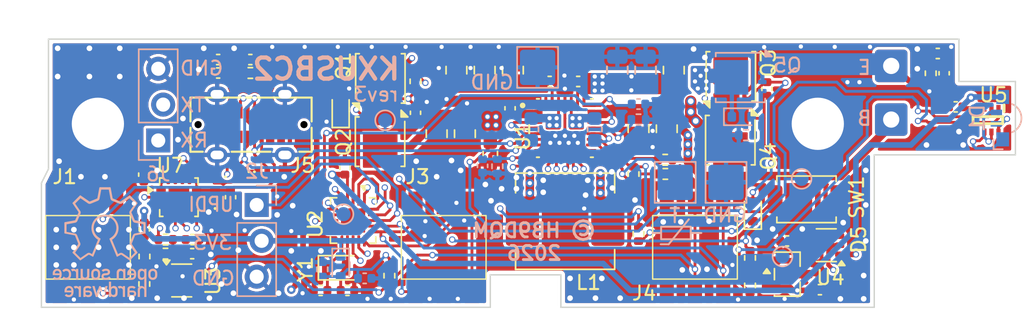
<source format=kicad_pcb>
(kicad_pcb (version 20241229) (generator "pcbnew") (generator_version "9.0")
  (title_block (comment 1 "CC BY-SA 4.0") (comment 2 "© 2025 HB9DQM"))
  (layers (0 "F.Cu" signal) (4 "In1.Cu" signal) (6 "In2.Cu" signal) (2 "B.Cu" signal) (13 "F.Paste" user) (15 "B.Paste" user) (5 "F.SilkS" user "F.Silkscreen") (7 "B.SilkS" user "B.Silkscreen") (1 "F.Mask" user) (3 "B.Mask" user) (25 "Edge.Cuts" user))
  (net 0 "")
  (net 1 "Net-(D4-A)")
  (net 4 "Net-(U1-PROG)")
  (net 5 "/USB-C/CC1")
  (net 6 "/USB-C/CC2")
  (net 9 "Net-(U1-SDRV)")
  (net 10 "Net-(D2-K)")
  (net 12 "GND")
  (net 13 "Net-(U1-BTST2)")
  (net 14 "Net-(U1-BTST1)")
  (net 15 "Net-(D3-K)")
  (net 16 "Net-(U1-BATP)")
  (net 17 "Net-(U1-ACDRV1)")
  (net 18 "Net-(U1-ACDRV2)")
  (net 20 "Net-(C27-Pad1)")
  (net 21 "Net-(C28-Pad1)")
  (net 22 "Net-(U2-PA4)")
  (net 23 "/Charger/VBUS_SRC")
  (net 24 "/Charger/VDC_SRC")
  (net 25 "Net-(U1-TS)")
  (net 26 "+3V3")
  (net 27 "/BAT")
  (net 28 "/Charger/SW1")
  (net 29 "/Charger/SW2")
  (net 30 "/Charger/PMID")
  (net 31 "/Charger/SYS")
  (net 32 "/Charger/REGN")
  (net 33 "/Charger/VBUS")
  (net 34 "/Charger/VBUS_BQ")
  (net 35 "/uC/RTC_CS")
  (net 36 "/uC/SCK")
  (net 37 "/uC/MISO")
  (net 38 "/uC/MOSI")
  (net 39 "/Charger/D+")
  (net 40 "/Charger/D-")
  (net 41 "/Charger/SCL")
  (net 42 "/Charger/SDA")
  (net 43 "/Charger/~{BQ_CE}")
  (net 44 "/Charger/~{BQ_INT}")
  (net 46 "Net-(U2-PB3)")
  (net 47 "Net-(U2-PB2)")
  (net 51 "/USB-C/~{FUSB_INT}")
  (net 52 "/Battery monitor/12VSW")
  (net 53 "Net-(U3--)")
  (net 54 "Net-(U3-+)")
  (net 55 "/Battery monitor/BTMON")
  (net 58 "Net-(J2-Pin_1)")
  (net 59 "/VDC")
  (net 60 "Net-(D5A-K)")
  (net 61 "/uC/TXD")
  (net 62 "/uC/RXD")
  (net 63 "Net-(D10-A)")
  (net 64 "/Charger/VDC_SAFE")
  (net 65 "Net-(D1-R)")
  (net 66 "Net-(D1-B)")
  (net 67 "Net-(D1-G)")
  (footprint "DESD5V0U1BL-7B:DESD5V0U1BL7B" (layer "F.Cu") (at 112.1 115.55 180)
    (property "Reference" "D7" (hide yes))
    (property "Value" "DESD5V0U1BL-7B" (hide yes))
  )
  (footprint "Capacitor_SMD:C_0805_2012Metric" (layer "F.Cu") (at 133.4 108 90)
    (property "Reference" "C5" (hide yes))
    (property "Value" "10u")
  )
  (footprint "2307727:TE_1-2307727-3" (layer "F.Cu") (at 146.3 120.55 90)
    (property "Reference" "J4")
    (property "Value" "Conn_01x03" (hide yes))
  )
  (footprint "VSON-8_TI_CSD:VSON-8_3.3x3.3mm_TI_CSD" (layer "F.Cu") (at 124 108.585 90)
    (property "Reference" "Q1")
    (property "Value" "CSD17581Q3A")
  )
  (footprint "Capacitor_SMD:C_0402_1005Metric" (layer "F.Cu") (at 121.68 123.6 180)
    (property "Reference" "C33" (hide yes))
    (property "Value" "18p")
  )
  (footprint "Wuerth_9774030151_HS:Wuerth_9774030151_HS" (layer "F.Cu") (at 155 111.8)
    (property "Reference" "H2" (hide yes))
    (property "Value" "MountingHole_Pad")
  )
  (footprint "Wuerth_9774030151_HS:Wuerth_9774030151_HS" (layer "F.Cu") (at 104 111.8)
    (property "Reference" "H1" (hide yes))
    (property "Value" "MountingHole_Pad")
  )
  (footprint "Capacitor_SMD:C_0402_1005Metric" (layer "F.Cu") (at 110.7 120)
    (property "Reference" "C15" (hide yes))
    (property "Value" "0.1u")
  )
  (footprint "VSON-8_TI_CSD:VSON-8_3.3x3.3mm_TI_CSD" (layer "F.Cu") (at 148.83 108.44 90)
    (property "Reference" "Q3")
    (property "Value" "CSD17581Q3A")
  )
  (footprint "footprints:CONN_GT-USB-7055A_GSW" (layer "F.Cu") (at 114.85 111.8607 180)
    (property "Reference" "J5")
    (property "Value" "GT-USB-7055AB")
  )
  (footprint "DESD5V0U1BL-7B:DESD5V0U1BL7B" (layer "F.Cu") (at 114.1375 115.2 180)
    (property "Reference" "D9" (hide yes))
    (property "Value" "DESD5V0U1BL-7B" (hide yes))
  )
  (footprint "Resistor_SMD:R_0402_1005Metric" (layer "F.Cu") (at 141.95 115.36 -90)
    (property "Reference" "R2" (hide yes))
    (property "Value" "5.24k")
  )
  (footprint "Resistor_SMD:R_0402_1005Metric" (layer "F.Cu") (at 144.19 114.35)
    (property "Reference" "R8" (hide yes))
    (property "Value" "100")
  )
  (footprint "Capacitor_SMD:C_0805_2012Metric" (layer "F.Cu") (at 142.3 112.15 -90)
    (property "Reference" "C1" (hide yes))
    (property "Value" "10u")
  )
  (footprint "Resistor_SMD:R_0402_1005Metric" (layer "F.Cu") (at 150.2 121.3 90)
    (property "Reference" "R6" (hide yes))
    (property "Value" "4.7k")
  )
  (footprint "Capacitor_SMD:C_0805_2012Metric" (layer "F.Cu") (at 144.3 112.15 -90)
    (property "Reference" "C2" (hide yes))
    (property "Value" "10u")
  )
  (footprint "Package_TO_SOT_SMD:SOT-353_SC-70-5" (layer "F.Cu") (at 109.94 122.9)
    (property "Reference" "U3")
    (property "Value" "TLV9301xDCK")
  )
  (footprint "Capacitor_SMD:C_0805_2012Metric" (layer "F.Cu") (at 144.8 108 90)
    (property "Reference" "C19" (hide yes))
    (property "Value" "10u")
  )
  (footprint "Diode_SMD:D_SOD-523" (layer "F.Cu") (at 150.4 118 90)
    (property "Reference" "D3" (hide yes))
    (property "Value" "12V")
  )
  (footprint "Capacitor_SMD:C_0402_1005Metric" (layer "F.Cu") (at 163.5 106.82)
    (property "Reference" "C37" (hide yes))
    (property "Value" "1u")
  )
  (footprint "Resistor_SMD:R_0402_1005Metric" (layer "F.Cu") (at 114.8 108.2 180)
    (property "Reference" "R4" (hide yes))
    (property "Value" "2")
  )
  (footprint "DESD5V0U1BL-7B:DESD5V0U1BL7B" (layer "F.Cu") (at 115.65 115.2)
    (property "Reference" "D8" (hide yes))
    (property "Value" "DESD5V0U1BL-7B" (hide yes))
  )
  (footprint "VSON-8_TI_CSD:VSON-8_3.3x3.3mm_TI_CSD" (layer "F.Cu") (at 148.81 112.96 -90)
    (property "Reference" "Q4")
    (property "Value" "CSD17581Q3A")
  )
  (footprint "BQ25792RQMR:QFN40P400X400X100-29N" (layer "F.Cu") (at 137.08375 112.1)
    (property "Reference" "U1")
    (property "Value" "BQ25792RQMR")
  )
  (footprint "Capacitor_SMD:C_0402_1005Metric" (layer "F.Cu") (at 112.52 107.25 180)
    (property "Reference" "C36" (hide yes))
    (property "Value" "1u")
  )
  (footprint "Capacitor_SMD:C_0402_1005Metric" (layer "F.Cu") (at 136.005 108.8)
    (property "Reference" "C8" (hide yes))
    (property "Value" "0.1u")
  )
  (footprint "Resistor_SMD:R_0402_1005Metric" (layer "F.Cu") (at 142.3 119.6 -90)
    (property "Reference" "R10" (hide yes))
    (property "Value" "330")
  )
  (footprint "Capacitor_SMD:C_0603_1608Metric" (layer "F.Cu") (at 131.8 113.9 -90)
    (property "Reference" "C10" (hide yes))
    (property "Value" "4.7u")
  )
  (footprint "Capacitor_SMD:C_0805_2012Metric" (layer "F.Cu") (at 131.4 108 90)
    (property "Reference" "C6" (hide yes))
    (property "Value" "10u")
  )
  (footprint "Capacitor_SMD:C_0402_1005Metric" (layer "F.Cu") (at 164.77 110.6 180)
    (property "Reference" "C31" (hide yes))
    (property "Value" "1u")
  )
  (footprint "Capacitor_SMD:C_0402_1005Metric" (layer "F.Cu") (at 107.25 115.4 90)
    (property "Reference" "C38" (hide yes))
    (property "Value" "220p")
  )
  (footprint "Capacitor_SMD:C_0402_1005Metric" (layer "F.Cu") (at 151.4 109.33 90)
    (property "Reference" "C14" (hide yes))
    (property "Value" "1n")
  )
  (footprint "Capacitor_SMD:C_0805_2012Metric" (layer "F.Cu") (at 129.4 108 90)
    (property "Reference" "C7" (hide yes))
    (property "Value" "10u")
  )
  (footprint "Resistor_SMD:R_0402_1005Metric" (layer "F.Cu") (at 108.8 120)
    (property "Reference" "R5" (hide yes))
    (property "Value" "2.2M")
  )
  (footprint "Package_TO_SOT_SMD:SOT-23-3" (layer "F.Cu") (at 152.8375 122.45)
    (property "Reference" "U4")
    (property "Value" "RT9058-33GV")
  )
  (footprint "Capacitor_SMD:C_0402_1005Metric" (layer "F.Cu") (at 126.5 111.02 90)
    (property "Reference" "C13" (hide yes))
    (property "Value" "1n")
  )
  (footprint "VSON-8_TI_CSD:VSON-8_3.3x3.3mm_TI_CSD" (layer "F.Cu") (at 124 113.065 -90)
    (property "Reference" "Q2")
    (property "Value" "CSD17581Q3A")
  )
  (footprint "Package_DFN_QFN:VQFN-20-1EP_3x3mm_P0.4mm_EP1.7x1.7mm" (layer "F.Cu") (at 122.08 118.65 -90)
    (property "Reference" "U2")
    (property "Value" "ATtiny3226-M")
  )
  (footprint "Capacitor_SMD:C_0402_1005Metric" (layer "F.Cu") (at 155.15 123.55)
    (property "Reference" "C11" (hide yes))
    (property "Value" "4.7u")
  )
  (footprint "Capacitor_SMD:C_0402_1005Metric" (layer "F.Cu") (at 113.4 117 -90)
    (property "Reference" "C34" (hide yes))
    (property "Value" "220p")
  )
  (footprint "Resistor_SMD:R_0402_1005Metric" (layer "F.Cu") (at 126.5 108.79 -90)
    (property "Reference" "R9" (hide yes))
    (property "Value" "330")
  )
  (footprint "2307727:TE_1-2307727-3" (layer "F.Cu") (at 128.5 120.55 90)
    (property "Reference" "J3")
    (property "Value" "Conn_01x03" (hide yes))
  )
  (footprint "2307727:TE_1-2307727-3" (layer "F.Cu") (at 103.3 120.55 90)
    (property "Reference" "J1")
    (property "Value" "Conn_01x03" (hide yes))
  )
  (footprint "Capacitor_SMD:C_0402_1005Metric" (layer "F.Cu") (at 163.95 108.22 -90)
    (property "Reference" "C28" (hide yes))
    (property "Value" "1u")
  )
  (footprint "Resistor_SMD:R_0402_1005Metric" (layer "F.Cu") (at 107.3 121.2 -90)
    (property "Reference" "R16" (hide yes))
    (property "Value" "4.7k")
  )
  (footprint "Capacitor_SMD:C_0805_2012Metric" (layer "F.Cu") (at 142.8 108 90)
    (property "Reference" "C18" (hide yes))
    (property "Value" "10u")
  )
  (footprint "Resistor_SMD:R_0402_1005Metric" (layer "F.Cu") (at 150.2 123.25 -90)
    (property "Reference" "R7" (hide yes))
    (property "Value" "4.7k")
  )
  (footprint "Capacitor_SMD:C_0402_1005Metric" (layer "F.Cu") (at 133.2 110.7 90)
    (property "Reference" "C24" (hide yes))
    (property "Value" "0.1u")
  )
  (footprint "Capacitor_SMD:C_0402_1005Metric" (layer "F.Cu") (at 121.5 114.92 90)
    (property "Reference" "C29" (hide yes))
    (property "Value" "0.1u")
  )
  (footprint "Capacitor_SMD:C_0402_1005Metric" (layer "F.Cu") (at 107.29 119.28 90)
    (property "Reference" "C16" (hide yes))
    (property "Value" "0.1u")
  )
  (footprint "Capacitor_SMD:C_0402_1005Metric" (layer "F.Cu") (at 112.52 108.2 180)
    (property "Reference" "C27" (hide yes))
    (property "Value" "1u")
  )
  (footprint "Crystal:Crystal_SMD_2012-2Pin_2.0x1.2mm" (layer "F.Cu") (at 120.88 122)
    (property "Reference" "Y1")
    (property "Value" "32.768 kHz")
  )
  (footprint "Capacitor_SMD:C_0805_2012Metric" (layer "F.Cu") (at 140.8 108 90)
    (property "Reference" "C17" (hide yes))
    (property "Value" "10u")
  )
  (footprint "Inductor_SMD:L_APV_APH0630" (layer "F.Cu") (at 137.1 118.7 180)
    (property "Reference" "L1")
    (property "Value" "APH0630T1R0M")
  )
  (footprint "Package_DFN_QFN:WQFN-14-1EP_2.5x2.5mm_P0.5mm_EP1.45x1.45mm" (layer "F.Cu") (at 109.7375 117)
    (property "Reference" "U7")
    (property "Value" "FUSB302BMPX")
  )
  (footprint "Resistor_SMD:R_0402_1005Metric" (layer "F.Cu") (at 107.29 123.15 -90)
    (property "Reference" "R15" (hide yes))
    (property "Value" "1k")
  )
  (footprint "Capacitor_SMD:C_0402_1005Metric" (layer "F.Cu") (at 152.82 120.1 180)
    (property "Reference" "C35" (hide yes))
    (property "Value" "1u")
  )
  (footprint "Resistor_SMD:R_0402_1005Metric" (layer "F.Cu") (at 124.65 122.56 90)
    (property "Reference" "R17" (hide yes))
    (property "Value" "100k")
  )
  (footprint "Package_TO_SOT_SMD:SOT-363_SC-70-6" (layer "F.Cu") (at 155.6 120.4 180)
    (property "Reference" "D5")
    (property "Value" "BAS16TW")
  )
  (footprint "Resistor_SMD:R_0402_1005Metric" (layer "F.Cu") (at 163 108.22 90)
    (property "Reference" "R13" (hide yes))
    (property "Value" "2")
  )
  (footprint "Capacitor_SMD:C_0805_2012Metric" (layer "F.Cu") (at 130 112.5 -90)
    (property "Reference" "C25" (hide yes))
    (property "Value" "10u")
  )
  (footprint "Capacitor_SMD:C_0402_1005Metric" (layer "F.Cu") (at 138.025 108.8 180)
    (property "Reference" "C9" (hide yes))
    (property "Value" "0.1u")
  )
  (footprint "Resistor_SMD:R_0402_1005Metric" (layer "F.Cu") (at 144.2 115.35)
    (property "Reference" "R3" (hide yes))
    (property "Value" "30.31k")
  )
  (footprint "Diode_SMD:D_SOD-523" (layer "F.Cu") (at 121.2 110.8 90)
    (property "Reference" "D2" (hide yes))
    (property "Value" "12V")
  )
  (footprint "Resistor_SMD:R_0402_1005Metric" (layer "F.Cu") (at 108.79 121)
    (property "Reference" "R14" (hide yes))
    (property "Value" "680k")
  )
  (footprint "DESD5V0U1BL-7B:DESD5V0U1BL7B" (layer "F.Cu") (at 112.3 116.85 90)
    (property "Reference" "D6" (hide yes))
    (property "Value" "DESD5V0U1BL-7B" (hide yes))
  )
  (footprint "Capacitor_SMD:C_0805_2012Metric" (layer "F.Cu") (at 128 112.5 -90)
    (property "Reference" "C26" (hide yes))
    (property "Value" "10u")
  )
  (footprint "Capacitor_SMD:C_0402_1005Metric" (layer "F.Cu") (at 110.68 121)
    (property "Reference" "C30" (hide yes))
    (property "Value" "0.1u")
  )
  (footprint "Capacitor_SMD:C_0402_1005Metric" (layer "F.Cu") (at 114.8 107.25 180)
    (property "Reference" "C23" (hide yes))
    (property "Value" "0.1u")
  )
  (footprint "Button_Switch_SMD:SW_SPST_TS-1088-xR020" (layer "F.Cu") (at 154.2 117.15)
    (property "Reference" "SW1")
    (property "Value" "SW_Push")
  )
  (footprint "Capacitor_SMD:C_0402_1005Metric" (layer "F.Cu") (at 119.78 123.6)
    (property "Reference" "C32" (hide yes))
    (property "Value" "18p")
  )
  (footprint "LP5815DRLR:SOTFL50P160X60-8N" (layer "F.Cu") (at 167.05 111.538 -90)
    (property "Reference" "U5")
    (property "Value" "LP5815DRLR" (hide yes))
  )
  (footprint "TestPoint:TestPoint_Pad_D1.0mm" (layer "B.Cu") (at 153.85 115.7)
    (property "Reference" "TP4" (hide yes))
    (property "Value" "TestPoint")
  )
  (footprint "TestPoint:TestPoint_Pad_2.5x2.5mm" (layer "B.Cu") (at 148.5 115.95)
    (property "Reference" "TP3" (hide yes))
    (property "Value" "GND")
  )
  (footprint "Connector_Wire:SolderWire-0.5sqmm_1x01_D0.9mm_OD2.3mm" (layer "B.Cu") (at 160.2 107.7)
    (property "Reference" "J7" (hide yes))
    (property "Value" "Conn_01x01")
  )
  (footprint "TestPoint:TestPoint_Pad_2.5x2.5mm" (layer "B.Cu") (at 144.9 115.95)
    (property "Reference" "TP2" (hide yes))
    (property "Value" "T")
  )
  (footprint "Capacitor_SMD:C_0603_1608Metric" (layer "B.Cu") (at 139.2 112.2 90)
    (property "Reference" "C4" (hide yes))
    (property "Value" "47n")
  )
  (footprint "Connector_PinHeader_2.54mm:PinHeader_1x03_P2.54mm_Vertical" (layer "B.Cu") (at 115.25 117.55 180)
    (property "Reference" "J2")
    (property "Value" "UPDI")
  )
  (footprint "Capacitor_SMD:C_0603_1608Metric" (layer "B.Cu") (at 134.7 112.2 -90)
    (property "Reference" "C3" (hide yes))
    (property "Value" "47n")
  )
  (footprint "Connector_Wire:SolderWire-0.5sqmm_1x01_D0.9mm_OD2.3mm" (layer "B.Cu") (at 160.2 111.5)
    (property "Reference" "J8" (hide yes))
    (property "Value" "Conn_01x01")
  )
  (footprint "Resistor_SMD:R_0402_1005Metric" (layer "B.Cu") (at 119.9 122.11 90)
    (property "Reference" "R18" (hide yes))
    (property "Value" "100k")
  )
  (footprint "TestPoint:TestPoint_Pad_D1.0mm" (layer "B.Cu") (at 124.35 111.55)
    (property "Reference" "TP7" (hide yes))
    (property "Value" "TestPoint")
  )
  (footprint "VSON-8_TI_CSD:VSON-8_3.3x3.3mm_TI_CSD" (layer "B.Cu") (at 149.52 108.51 180)
    (property "Reference" "Q5")
    (property "Value" "CSD25402Q3A")
  )
  (footprint "Resistor_SMD:R_0402_1005Metric" (layer "B.Cu") (at 132.3 114.81 -90)
    (property "Reference" "R11" (hide yes))
    (property "Value" "10k")
  )
  (footprint "Connector_PinHeader_2.54mm:PinHeader_1x03_P2.54mm_Vertical" (layer "B.Cu") (at 108.275 112.98)
    (property "Reference" "J6")
    (property "Value" "Serial")
  )
  (footprint "Resistor_SMD:R_0402_1005Metric" (layer "B.Cu") (at 142.3 111.5 180)
    (property "Reference" "R1" (hide yes))
    (property "Value" "10.5k")
  )
  (footprint "Capacitor_SMD:C_0805_2012Metric" (layer "B.Cu") (at 140.8 108 90)
    (property "Reference" "C20" (hide yes))
    (property "Value" "10u")
  )
  (footprint "Capacitor_SMD:C_0402_1005Metric" (layer "B.Cu") (at 142.3 110.4 180)
    (property "Reference" "C12" (hide yes))
    (property "Value" "1n")
  )
  (footprint "Diode_SMD:D_SOD-523" (layer "B.Cu") (at 121.2 121.9 -90)
    (property "Reference" "D4" (hide yes))
    (property "Value" "BAT43XV2")
  )
  (footprint "LED_SMD:LED_Kingbright_APFA3010_3x1.5mm_Horizontal" (layer "B.Cu") (at 168.1 111.4 90)
    (property "Reference" "D1")
    (property "Value" "APFA3010LSEEZGKQBKC")
  )
  (footprint "Capacitor_SMD:C_0402_1005Metric" (layer "B.Cu") (at 131.25 114.78 -90)
    (property "Reference" "C22" (hide yes))
    (property "Value" "0.1u")
  )
  (footprint "Capacitor_SMD:C_0805_2012Metric" (layer "B.Cu") (at 142.8 108 90)
    (property "Reference" "C21" (hide yes))
    (property "Value" "10u")
  )
  (footprint "TestPoint:TestPoint_Pad_D1.0mm" (layer "B.Cu") (at 121.4 118.2)
    (property "Reference" "TP6" (hide yes))
    (property "Value" "TestPoint")
  )
  (footprint "Resistor_SMD:R_0402_1005Metric" (layer "B.Cu") (at 149.91 112.6 180)
    (property "Reference" "R12" (hide yes))
    (property "Value" "100k")
  )
  (footprint "Capacitor_SMD:C_0402_1005Metric" (layer "B.Cu") (at 122.9 122.75)
    (property "Reference" "C39" (hide yes))
    (property "Value" "0.1u")
  )
  (footprint "TestPoint:TestPoint_Pad_D1.0mm" (layer "B.Cu") (at 152.5 121.2)
    (property "Reference" "TP5" (hide yes))
    (property "Value" "TestPoint")
  )
  (footprint "TestPoint:TestPoint_Pad_2.5x2.5mm" (layer "B.Cu") (at 135.15 107.8)
    (property "Reference" "TP1" (hide yes))
    (property "Value" "GND")
  )
  (footprint "Diode_SMD:D_SOD-523" (layer "B.Cu") (at 149.61 111.3)
    (property "Reference" "D10" (hide yes))
    (property "Value" "5.6V")
  )
  (gr_poly (pts (xy 103.256527 123.287001) (xy 103.223038 123.289359) (xy 103.191151 123.2934) (xy 103.17584 123.29608) (xy 103.160969 123.299215) (xy 103.146551 123.302817) (xy 103.132599 123.306897) (xy 103.119126 123.311466) (xy 103.106146 123.316535) (xy 103.09367 123.322117) (xy 103.081713 123.328223) (xy 103.070288 123.334863) (xy 103.059407 123.34205) (xy 103.049084 123.349794) (xy 103.039332 123.358108) (xy 103.030164 123.367002) (xy 103.021593 123.376489) (xy 103.013633 123.386579) (xy 103.006296 123.397283) (xy 102.999595 123.408614) (xy 102.993544 123.420583) (xy 102.988156 123.433201) (xy 102.983443 123.446479) (xy 102.97942 123.460429) (xy 102.976099 123.475063) (xy 102.973493 123.490391) (xy 102.971615 123.506426) (xy 102.970479 123.523178) (xy 102.970097 123.540659) (xy 102.970097 124.067709) (xy 103.12546 124.067709) (xy 103.125566 124.06771) (xy 103.125566 123.99913) (xy 103.12853 123.99913) (xy 103.134799 124.008793) (xy 103.141612 124.017782) (xy 103.149012 124.026106) (xy 103.157045 124.033771) (xy 103.165755 124.040783) (xy 103.175187 124.04715) (xy 103.185386 124.052878) (xy 103.196395 124.057974) (xy 103.208261 124.062445) (xy 103.221026 124.066297) (xy 103.234737 124.069538) (xy 103.249438 124.072175) (xy 103.265173 124.074214) (xy 103.281986 124.075662) (xy 103.299924 124.076526) (xy 103.31903 124.076812) (xy 103.334962 124.076515) (xy 103.350469 124.075633) (xy 103.365545 124.074179) (xy 103.380186 124.072166) (xy 103.394386 124.069606) (xy 103.40814 124.066513) (xy 103.421442 124.062898) (xy 103.434287 124.058776) (xy 103.44667 124.054158) (xy 103.458586 124.049057) (xy 103.470029 124.043487) (xy 103.480994 124.03746) (xy 103.491475 124.030989) (xy 103.501468 124.024086) (xy 103.510967 124.016765) (xy 103.519967 124.009039) (xy 103.528463 124.000919) (xy 103.536449 123.99242) (xy 103.543919 123.983553) (xy 103.55087 123.974332) (xy 103.557294 123.964769) (xy 103.563188 123.954878) (xy 103.568546 123.94467) (xy 103.573362 123.93416) (xy 103.577631 123.923359) (xy 103.581348 123.91228) (xy 103.584508 123.900937) (xy 103.587106 123.889342) (xy 103.589135 123.877507) (xy 103.590591 123.865447) (xy 103.591468 123.853172) (xy 103.591762 123.840697) (xy 103.591599 123.833182) (xy 103.445395 123.833182) (xy 103.444907 123.842805) (xy 103.443421 123.852229) (xy 103.440903 123.861395) (xy 103.43732 123.870245) (xy 103.435119 123.874534) (xy 103.432639 123.878722) (xy 103.429876 123.882801) (xy 103.426827 123.886766) (xy 103.423486 123.890608) (xy 103.419849 123.89432) (xy 103.415913 123.897895) (xy 103.411674 123.901326) (xy 103.407126 123.904605) (xy 103.402266 123.907725) (xy 103.397091 123.910679) (xy 103.391594 123.913459) (xy 103.385774 123.916059) (xy 103.379624 123.918471) (xy 103.373142 123.920688) (xy 103.366322 123.922702) (xy 103.351656 123.926094) (xy 103.335591 123.928589) (xy 103.318094 123.930129) (xy 103.299133 123.930655) (xy 103.275835 123.930472) (xy 103.254478 123.929833) (xy 103.235003 123.928601) (xy 103.217347 123.92664) (xy 103.209183 123.925343) (xy 103.201451 123.923813) (xy 103.194145 123.922032) (xy 103.187255 123.919984) (xy 103.180776 123.917651) (xy 103.174698 123.915016) (xy 103.169015 123.912063) (xy 103.163719 123.908774) (xy 103.158803 123.905132) (xy 103.154259 123.90112) (xy 103.150079 123.896721) (xy 103.146256 123.891918) (xy 103.142782 123.886694) (xy 103.13965 123.881032) (xy 103.136852 123.874915) (xy 103.13438 123.868326) (xy 103.132228 123.861247) (xy 103.130387 123.853662) (xy 103.12885 123.845554) (xy 103.12761 123.836905) (xy 103.126658 123.827698) (xy 103.125988 123.817918) (xy 103.125591 123.807545) (xy 103.12546 123.796564) (xy 103.12546 123.740155) (xy 103.311304 123.740155) (xy 103.319734 123.740262) (xy 103.327879 123.74058) (xy 103.33574 123.741106) (xy 103.343319 123.741838) (xy 103.350617 123.742773) (xy 103.357634 123.743906) (xy 103.364372 123.745235) (xy 103.370832 123.746758) (xy 103.377015 123.74847) (xy 103.382923 123.750369) (xy 103.388555 123.752452) (xy 103.393915 123.754716) (xy 103.399002 123.757157) (xy 103.403817 123.759772) (xy 103.408363 123.76256) (xy 103.412639 123.765515) (xy 103.416648 123.768636) (xy 103.42039 123.771919) (xy 103.423866 123.77536) (xy 103.427078 123.778958) (xy 103.430026 123.782709) (xy 103.432712 123.78661) (xy 103.435137 123.790658) (xy 103.437302 123.794849) (xy 103.439208 123.799181) (xy 103.440856 123.80365) (xy 103.442248 123.808254) (xy 103.443384 123.812989) (xy 103.444265 123.817853) (xy 103.444894 123.822841) (xy 103.44527 123.827952) (xy 103.445395 123.833182) (xy 103.591599 123.833182) (xy 103.591512 123.829194) (xy 103.590762 123.817813) (xy 103.589514 123.806569) (xy 103.587768 123.79548) (xy 103.585525 123.78456) (xy 103.582786 123.773826) (xy 103.579552 123.763294) (xy 103.575824 123.75298) (xy 103.571603 123.742899) (xy 103.566889 123.733068) (xy 103.561684 123.723502) (xy 103.555988 123.714218) (xy 103.549802 123.705231) (xy 103.543127 123.696557) (xy 103.535965 123.688213) (xy 103.528315 123.680214) (xy 103.520179 123.672577) (xy 103.511558 123.665316) (xy 103.502453 123.658449) (xy 103.492864 123.651991) (xy 103.482792 123.645957) (xy 103.472239 123.640365) (xy 103.461205 123.635229) (xy 103.449691 123.630567) (xy 103.437698 123.626393) (xy 103.425227 123.622724) (xy 103.412278 123.619576) (xy 103.398853 123.616964) (xy 103.384953 123.614905) (xy 103.370578 123.613415) (xy 103.355729 123.612509) (xy 103.340408 123.612203) (xy 103.125566 123.612203) (xy 103.125566 123.531452) (xy 103.126124 123.518288) (xy 103.126825 123.512111) (xy 103.127812 123.506199) (xy 103.129088 123.500548) (xy 103.130656 123.495155) (xy 103.132519 123.490014) (xy 103.13468 123.485122) (xy 103.137142 123.480476) (xy 103.139908 123.476072) (xy 103.142982 123.471905) (xy 103.146367 123.467972) (xy 103.150065 123.464268) (xy 103.15408 123.460791) (xy 103.158414 123.457536) (xy 103.163071 123.454498) (xy 103.168054 123.451675) (xy 103.173366 123.449063) (xy 103.184989 123.444453) (xy 103.197965 123.440638) (xy 103.212318 123.437587) (xy 103.228074 123.435267) (xy 103.245256 123.433649) (xy 103.263889 123.432701) (xy 103.283999 123.432392) (xy 103.298647 123.432575) (xy 103.312339 123.433138) (xy 103.325124 123.434099) (xy 103.337048 123.43548) (xy 103.342702 123.436333) (xy 103.348158 123.437298) (xy 103.353423 123.438378) (xy 103.358502 123.439575) (xy 103.363402 123.440892) (xy 103.368127 123.44233) (xy 103.372684 123.443892) (xy 103.377079 123.445582) (xy 103.381318 123.447401) (xy 103.385407 123.449351) (xy 103.389351 123.451436) (xy 103.393156 123.453657) (xy 103.396829 123.456018) (xy 103.400375 123.45852) (xy 103.4038 123.461166) (xy 103.40711 123.463959) (xy 103.41031 123.466901) (xy 103.413408 123.469994) (xy 103.416408 123.473241) (xy 103.419317 123.476644) (xy 103.42214 123.480206) (xy 103.424883 123.48393) (xy 103.427553 123.487817) (xy 103.430155 123.491871) (xy 103.552075 123.398949) (xy 103.540619 123.384114) (xy 103.528551 123.370465) (xy 103.515864 123.357971) (xy 103.502551 123.346601) (xy 103.488606 123.336321) (xy 103.474022 123.327102) (xy 103.458791 123.31891) (xy 103.442908 123.311715) (xy 103.426364 123.305485) (xy 103.409154 123.300188) (xy 103.391271 123.295793) (xy 103.372707 123.292268) (xy 103.353456 123.289582) (xy 103.333512 123.287702) (xy 103.312866 123.286597) (xy 103.291513 123.286236)) (fill yes) (layer "B.SilkS"))
  (gr_poly (pts (xy 107.067075 122.067) (xy 107.05028 122.068452) (xy 107.034086 122.070824) (xy 107.01849 122.074076) (xy 107.003491 122.078166) (xy 106.989086 122.083055) (xy 106.975274 122.088702) (xy 106.962051 122.095069) (xy 106.949416 122.102113) (xy 106.937367 122.109796) (xy 106.925902 122.118077) (xy 106.915018 122.126916) (xy 106.904713 122.136273) (xy 106.894985 122.146108) (xy 106.885832 122.15638) (xy 106.877252 122.167049) (xy 106.869608 122.17731) (xy 106.862651 122.187676) (xy 106.856355 122.198359) (xy 106.850693 122.209572) (xy 106.848091 122.215443) (xy 106.845638 122.221526) (xy 106.84333 122.227847) (xy 106.841163 122.234432) (xy 106.839135 122.241309) (xy 106.837242 122.248504) (xy 106.833847 122.263952) (xy 106.830952 122.280989) (xy 106.82853 122.299827) (xy 106.826555 122.320677) (xy 106.824998 122.343752) (xy 106.823835 122.369263) (xy 106.823037 122.397423) (xy 106.822577 122.428443) (xy 106.82243 122.462535) (xy 106.823037 122.527583) (xy 106.824998 122.581085) (xy 106.826555 122.604046) (xy 106.82853 122.624769) (xy 106.830952 122.643469) (xy 106.833847 122.660364) (xy 106.837242 122.675668) (xy 106.841163 122.689599) (xy 106.845638 122.702372) (xy 106.850693 122.714203) (xy 106.856355 122.725309) (xy 106.862651 122.735905) (xy 106.869608 122.746208) (xy 106.877252 122.756434) (xy 106.885815 122.767103) (xy 106.894955 122.777375) (xy 106.904674 122.78721) (xy 106.914973 122.796566) (xy 106.925855 122.805405) (xy 106.937321 122.813686) (xy 106.949372 122.821369) (xy 106.962011 122.828414) (xy 106.975239 122.83478) (xy 106.982075 122.837697) (xy 106.989058 122.840428) (xy 106.99619 122.84297) (xy 107.003469 122.845317) (xy 107.010898 122.847465) (xy 107.018475 122.849407) (xy 107.026201 122.85114) (xy 107.034077 122.852658) (xy 107.042101 122.853957) (xy 107.050276 122.85503) (xy 107.0586 122.855874) (xy 107.067074 122.856483) (xy 107.075699 122.856852) (xy 107.084474 122.856976) (xy 107.099143 122.856553) (xy 107.113435 122.8553) (xy 107.127369 122.853244) (xy 107.140962 122.850413) (xy 107.154233 122.846831) (xy 107.1672 122.842527) (xy 107.17988 122.837525) (xy 107.192291 122.831854) (xy 107.204452 122.825539) (xy 107.216381 122.818606) (xy 107.228095 122.811083) (xy 107.239612 122.802996) (xy 107.250951 122.794371) (xy 107.262129 122.785235) (xy 107.273165 122.775614) (xy 107.284075 122.765536) (xy 107.284605 123.37757) (xy 107.274688 123.366515) (xy 107.264351 123.356169) (xy 107.253603 123.346534) (xy 107.242453 123.33761) (xy 107.23091 123.329397) (xy 107.218983 123.321895) (xy 107.20668 123.315106) (xy 107.194011 123.30903) (xy 107.180985 123.303667) (xy 107.167611 123.299017) (xy 107.153898 123.295081) (xy 107.139854 123.29186) (xy 107.12549 123.289354) (xy 107.110813 123.287563) (xy 107.095832 123.286489) (xy 107.080558 123.28613) (xy 107.069233 123.286402) (xy 107.057837 123.287216) (xy 107.0464 123.288571) (xy 107.03495 123.290465) (xy 107.023514 123.292895) (xy 107.012121 123.29586) (xy 107.000799 123.299358) (xy 106.989576 123.303386) (xy 106.97848 123.307943) (xy 106.96754 123.313027) (xy 106.956784 123.318636) (xy 106.946239 123.324768) (xy 106.935934 123.331421) (xy 106.925897 123.338592) (xy 106.916156 123.346281) (xy 106.90674 123.354485) (xy 106.897676 123.363202) (xy 106.888993 123.372431) (xy 106.880719 123.382168) (xy 106.872882 123.392413) (xy 106.86551 123.403163) (xy 106.858631 123.414417) (xy 106.852274 123.426172) (xy 106.846466 123.438426) (xy 106.841236 123.451178) (xy 106.836613 123.464425) (xy 106.832623 123.478166) (xy 106.829295 123.492399) (xy 106.826658 123.507121) (xy 106.82474 123.522331) (xy 106.823568 123.538027) (xy 106.823171 123.554206) (xy 106.823171 124.067604) (xy 106.978535 124.067604) (xy 106.978535 123.607546) (xy 106.978725 123.597814) (xy 106.979292 123.588345) (xy 106.980226 123.579141) (xy 106.981519 123.570207) (xy 106.983164 123.561545) (xy 106.985153 123.553157) (xy 106.987477 123.545048) (xy 106.990128 123.537219) (xy 106.993099 123.529675) (xy 106.99638 123.522417) (xy 106.999965 123.51545) (xy 107.003845 123.508776) (xy 107.008011 123.502398) (xy 107.012457 123.496319) (xy 107.017173 123.490542) (xy 107.022151 123.48507) (xy 107.027384 123.479907) (xy 107.032864 123.475054) (xy 107.038582 123.470516) (xy 107.044531 123.466295) (xy 107.050701 123.462395) (xy 107.057086 123.458818) (xy 107.063677 123.455567) (xy 107.070466 123.452645) (xy 107.077445 123.450056) (xy 107.084605 123.447803) (xy 107.09194 123.445887) (xy 107.09944 123.444314) (xy 107.107097 123.443084) (xy 107.114904 123.442202) (xy 107.122853 123.441671) (xy 107.130935 123.441493) (xy 107.13902 123.441671) (xy 107.146981 123.442202) (xy 107.154806 123.443084) (xy 107.162489 123.444314) (xy 107.17002 123.445887) (xy 107.177391 123.447803) (xy 107.184593 123.450056) (xy 107.191618 123.452645) (xy 107.198458 123.455567) (xy 107.205102 123.458818) (xy 107.211544 123.462395) (xy 107.217774 123.466295) (xy 107.223784 123.470516) (xy 107.229565 123.475054) (xy 107.235108 123.479907) (xy 107.240406 123.48507) (xy 107.245449 123.490542) (xy 107.250229 123.496319) (xy 107.254737 123.502398) (xy 107.258965 123.508776) (xy 107.262904 123.51545) (xy 107.266546 123.522417) (xy 107.269881 123.529675) (xy 107.272902 123.537219) (xy 107.275599 123.545048) (xy 107.277965 123.553157) (xy 107.27999 123.561545) (xy 107.281667 123.570207) (xy 107.282986 123.579141) (xy 107.283938 123.588345) (xy 107.284516 123.597814) (xy 107.28471 123.607546) (xy 107.28471 124.067603) (xy 107.440074 124.067603) (xy 107.440074 122.46243) (xy 107.284181 122.46243) (xy 107.283571 122.505068) (xy 107.282524 122.526357) (xy 107.280728 122.547353) (xy 107.277996 122.567849) (xy 107.274135 122.587641) (xy 107.268958 122.606522) (xy 107.265816 122.615558) (xy 107.262274 122.624288) (xy 107.258307 122.632689) (xy 107.253893 122.640734) (xy 107.249007 122.648397) (xy 107.243626 122.655653) (xy 107.237725 122.662476) (xy 107.231282 122.66884) (xy 107.224273 122.674721) (xy 107.216673 122.680091) (xy 107.208459 122.684925) (xy 107.199608 122.689199) (xy 107.190095 122.692885) (xy 107.179897 122.695959) (xy 107.168991 122.698394) (xy 107.157352 122.700165) (xy 107.144957 122.701247) (xy 107.131781 122.701613) (xy 107.118471 122.701264) (xy 107.10595 122.700231) (xy 107.094193 122.698538) (xy 107.083176 122.696206) (xy 107.072876 122.693258) (xy 107.063268 122.689716) (xy 107.054328 122.685602) (xy 107.046033 122.680939) (xy 107.038358 122.675749) (xy 107.03128 122.670055) (xy 107.024774 122.663879) (xy 107.018817 122.657244) (xy 107.013384 122.65017) (xy 107.008452 122.642682) (xy 107.003996 122.634802) (xy 106.999992 122.626551) (xy 106.996417 122.617952) (xy 106.993247 122.609027) (xy 106.990457 122.5998) (xy 106.988024 122.590292) (xy 106.985923 122.580525) (xy 106.98413 122.570522) (xy 106.981376 122.549898) (xy 106.979567 122.528597) (xy 106.978513 122.5068) (xy 106.978021 122.484684) (xy 106.9779 122.46243) (xy 106.978513 122.417996) (xy 106.979567 122.396125) (xy 106.981376 122.37473) (xy 106.98413 122.353994) (xy 106.988024 122.334099) (xy 106.993247 122.315229) (xy 106.996417 122.306236) (xy 106.999992 122.297568) (xy 107.003996 122.289248) (xy 107.008452 122.281298) (xy 107.013384 122.273742) (xy 107.018817 122.266603) (xy 107.024774 122.259903) (xy 107.03128 122.253666) (xy 107.038358 122.247914) (xy 107.046033 122.24267) (xy 107.054328 122.237958) (xy 107.063268 122.233799) (xy 107.072876 122.230217) (xy 107.083176 122.227236) (xy 107.094193 122.224877) (xy 107.10595 122.223163) (xy 107.118471 122.222118) (xy 107.131781 122.221765) (xy 107.145087 122.222135) (xy 107.157596 122.223229) (xy 107.169333 122.225021) (xy 107.180323 122.227483) (xy 107.19059 122.23059) (xy 107.200158 122.234316) (xy 107.209053 122.238634) (xy 107.217298 122.243519) (xy 107.224918 122.248943) (xy 107.231939 122.254881) (xy 107.238383 122.261307) (xy 107.244277 122.268194) (xy 107.249644 122.275516) (xy 107.254508 122.283247) (xy 107.258895 122.29136) (xy 107.262829 122.29983) (xy 107.266335 122.308631) (xy 107.269437 122.317735) (xy 107.272159 122.327117) (xy 107.274526 122.33675) (xy 107.276563 122.346609) (xy 107.278294 122.356667) (xy 107.280937 122.377275) (xy 107.282651 122.398366) (xy 107.283632 122.419728) (xy 107.284077 122.441152) (xy 107.284181 122.46243) (xy 107.440074 122.46243) (xy 107.440074 122.075608) (xy 107.284075 122.075608) (xy 107.284075 122.156359) (xy 107.274664 122.14656) (xy 107.264742 122.137184) (xy 107.254331 122.12826) (xy 107.243452 122.119817) (xy 107.232128 122.111884) (xy 107.220381 122.104489) (xy 107.208232 122.097662) (xy 107.195705 122.091431) (xy 107.18282 122.085825) (xy 107.1696 122.080873) (xy 107.156067 122.076603) (xy 107.142242 122.073045) (xy 107.128149 122.070228) (xy 107.113808 122.06818) (xy 107.099243 122.06693) (xy 107.084474 122.066507)) (fill yes) (layer "B.SilkS"))
  (gr_poly (pts (xy 104.138766 116.291858) (xy 104.137136 116.29198) (xy 104.135513 116.292179) (xy 104.1339 116.292456) (xy 104.132299 116.292807) (xy 104.130712 116.29323) (xy 104.129144 116.293724) (xy 104.127594 116.294286) (xy 104.126067 116.294915) (xy 104.124565 116.295608) (xy 104.12309 116.296364) (xy 104.121644 116.297181) (xy 104.12023 116.298056) (xy 104.118851 116.298987) (xy 104.117509 116.299973) (xy 104.116206 116.301011) (xy 104.114945 116.302101) (xy 104.113728 116.303238) (xy 104.112558 116.304422) (xy 104.111437 116.305651) (xy 104.110368 116.306922) (xy 104.109353 116.308234) (xy 104.108395 116.309584) (xy 104.107496 116.310971) (xy 104.106658 116.312393) (xy 104.105885 116.313847) (xy 104.105178 116.315332) (xy 104.104539 116.316845) (xy 104.103973 116.318385) (xy 104.10348 116.319949) (xy 104.103063 116.321536) (xy 104.102725 116.323144) (xy 103.966623 117.054452) (xy 103.966288 117.056073) (xy 103.965878 117.057699) (xy 103.965395 117.059328) (xy 103.964843 117.060957) (xy 103.963538 117.064205) (xy 103.961982 117.067422) (xy 103.960193 117.070585) (xy 103.958191 117.073675) (xy 103.955993 117.07667) (xy 103.953619 117.079548) (xy 103.951088 117.082288) (xy 103.948418 117.08487) (xy 103.945628 117.087271) (xy 103.942737 117.089471) (xy 103.939763 117.091449) (xy 103.936725 117.093182) (xy 103.935189 117.093951) (xy 103.933643 117.094651) (xy 103.932091 117.095279) (xy 103.930534 117.095833) (xy 103.44042 117.296493) (xy 103.437381 117.297849) (xy 103.434158 117.298981) (xy 103.430777 117.299892) (xy 103.427269 117.300584) (xy 103.42366 117.301059) (xy 103.419981 117.301319) (xy 103.416258 117.301366) (xy 103.41252 117.301203) (xy 103.408796 117.300831) (xy 103.405114 117.300253) (xy 103.401502 117.299471) (xy 103.397989 117.298487) (xy 103.394604 117.297304) (xy 103.391373 117.295923) (xy 103.388327 117.294347) (xy 103.385493 117.292577) (xy 102.774517 116.873266) (xy 102.773145 116.872368) (xy 102.771733 116.871541) (xy 102.770282 116.870784) (xy 102.768796 116.870097) (xy 102.767278 116.869479) (xy 102.765731 116.86893) (xy 102.764158 116.86845) (xy 102.762563 116.868038) (xy 102.760948 116.867695) (xy 102.759317 116.867419) (xy 102.75602 116.867069) (xy 102.752695 116.866986) (xy 102.749368 116.867167) (xy 102.746066 116.86761) (xy 102.742812 116.868312) (xy 102.739632 116.86927) (xy 102.738077 116.869845) (xy 102.736551 116.870482) (xy 102.735056 116.871183) (xy 102.733595 116.871946) (xy 102.732172 116.872771) (xy 102.730789 116.873658) (xy 102.72945 116.874606) (xy 102.728158 116.875615) (xy 102.726917 116.876686) (xy 102.725728 116.877816) (xy 102.211166 117.392378) (xy 102.210027 117.393576) (xy 102.208949 117.394826) (xy 102.207934 117.396125) (xy 102.206982 117.39747) (xy 102.206092 117.398858) (xy 102.205266 117.400285) (xy 102.203803 117.403247) (xy 102.202595 117.406332) (xy 102.201643 117.409514) (xy 102.20095 117.412768) (xy 102.200517 117.416071) (xy 102.200345 117.419398) (xy 102.200437 117.422723) (xy 102.200794 117.426023) (xy 102.201418 117.429272) (xy 102.20231 117.432447) (xy 102.202858 117.433998) (xy 102.203473 117.435521) (xy 102.204156 117.437014) (xy 102.204907 117.438472) (xy 102.205727 117.439892) (xy 102.206616 117.441273) (xy 102.618625 118.041771) (xy 102.620409 118.044621) (xy 102.621991 118.047673) (xy 102.62337 118.050902) (xy 102.624543 118.05428) (xy 102.62551 118.057779) (xy 102.626269 118.061372) (xy 102.626819 118.065032) (xy 102.627158 118.068732) (xy 102.627284 118.072445) (xy 102.627198 118.076142) (xy 102.626896 118.079798) (xy 102.626379 118.083384) (xy 102.625643 118.086873) (xy 102.624689 118.090238) (xy 102.623514 118.093452) (xy 102.622117 118.096487) (xy 102.405371 118.602159) (xy 102.404149 118.605266) (xy 102.402641 118.608345) (xy 102.400869 118.611377) (xy 102.398854 118.614344) (xy 102.396617 118.617228) (xy 102.39418 118.620009) (xy 102.391566 118.622669) (xy 102.388794 118.625191) (xy 102.385888 118.627555) (xy 102.382867 118.629743) (xy 102.379755 118.631736) (xy 102.376572 118.633517) (xy 102.37334 118.635066) (xy 102.370081 118.636366) (xy 102.366816 118.637397) (xy 102.363566 118.638142) (xy 101.656494 118.769587) (xy 101.655965 118.769587) (xy 101.654357 118.769934) (xy 101.65277 118.770359) (xy 101.651206 118.770859) (xy 101.649666 118.771432) (xy 101.648153 118.772075) (xy 101.646669 118.772786) (xy 101.645215 118.773564) (xy 101.643794 118.774404) (xy 101.642408 118.775305) (xy 101.641058 118.776265) (xy 101.638477 118.778351) (xy 101.636068 118.780642) (xy 101.633846 118.78312) (xy 101.631827 118.785766) (xy 101.630027 118.788559) (xy 101.628464 118.791482) (xy 101.627775 118.792986) (xy 101.627152 118.794516) (xy 101.626595 118.796068) (xy 101.626108 118.79764) (xy 101.625691 118.79923) (xy 101.625348 118.800837) (xy 101.625079 118.802456) (xy 101.624888 118.804086) (xy 101.624775 118.805725) (xy 101.624744 118.807369) (xy 101.624744 119.535079) (xy 101.624785 119.536725) (xy 101.624907 119.538364) (xy 101.625106 119.539996) (xy 101.625383 119.541617) (xy 101.625734 119.543225) (xy 101.626157 119.544818) (xy 101.626651 119.546393) (xy 101.627213 119.547948) (xy 101.627842 119.549481) (xy 101.628535 119.550988) (xy 101.629291 119.552468) (xy 101.630108 119.553917) (xy 101.630983 119.555335) (xy 101.631914 119.556717) (xy 101.6329 119.558063) (xy 101.633939 119.559368) (xy 101.635028 119.560632) (xy 101.636165 119.561851) (xy 101.637349 119.563022) (xy 101.638578 119.564145) (xy 101.639849 119.565215) (xy 101.641161 119.566231) (xy 101.642512 119.56719) (xy 101.643899 119.56809) (xy 101.64532 119.568928) (xy 101.646774 119.569702) (xy 101.648259 119.570409) (xy 101.649772 119.571048) (xy 101.651312 119.571615) (xy 101.652876 119.572108) (xy 101.654463 119.572524) (xy 101.656071 119.572862) (xy 102.345787 119.701238) (xy 102.347416 119.701574) (xy 102.349049 119.701985) (xy 102.350682 119.702469) (xy 102.352313 119.703023) (xy 102.355558 119.704334) (xy 102.358764 119.705898) (xy 102.361911 119.707696) (xy 102.364978 119.70971) (xy 102.367944 119.71192) (xy 102.37079 119.714308) (xy 102.373494 119.716855) (xy 102.376036 119.719542) (xy 102.378396 119.722349) (xy 102.380553 119.725259) (xy 102.382487 119.728252) (xy 102.384177 119.731308) (xy 102.385602 119.73441) (xy 102.38621 119.735973) (xy 102.386744 119.737539) (xy 102.602115 120.275384) (xy 102.603451 120.27844) (xy 102.604564 120.281677) (xy 102.605456 120.285066) (xy 102.60613 120.28858) (xy 102.606588 120.29219) (xy 102.606832 120.29587) (xy 102.606866 120.29959) (xy 102.606692 120.303324) (xy 102.606311 120.307042) (xy 102.605728 120.310718) (xy 102.604943 120.314323) (xy 102.60396 120.31783) (xy 102.602781 120.32121) (xy 102.601408 120.324435) (xy 102.599845 120.327478) (xy 102.598093 120.330311) (xy 102.206298 120.901176) (xy 102.2054 120.902548) (xy 102.204573 120.903961) (xy 102.203816 120.905414) (xy 102.203129 120.906902) (xy 102.202511 120.908422) (xy 102.201962 120.909972) (xy 102.201482 120.911548) (xy 102.201071 120.913147) (xy 102.200727 120.914765) (xy 102.200451 120.9164) (xy 102.200101 120.919707) (xy 102.200018 120.923041) (xy 102.200199 120.926378) (xy 102.200642 120.929691) (xy 102.201344 120.932954) (xy 102.202302 120.936143) (xy 102.202877 120.937701) (xy 102.203515 120.939232) (xy 102.204215 120.94073) (xy 102.204978 120.942194) (xy 102.205803 120.94362) (xy 102.20669 120.945005) (xy 102.207638 120.946346) (xy 102.208647 120.94764) (xy 102.209718 120.948882) (xy 102.210848 120.950071) (xy 102.725516 121.464633) (xy 102.726695 121.465763) (xy 102.727927 121.466833) (xy 102.729211 121.467841) (xy 102.730542 121.468787) (xy 102.731918 121.469672) (xy 102.733335 121.470494) (xy 102.736279 121.471952) (xy 102.739351 121.473158) (xy 102.742525 121.474109) (xy 102.745775 121.474805) (xy 102.749077 121.475243) (xy 102.752405 121.47542) (xy 102.755733 121.475334) (xy 102.759037 121.474984) (xy 102.762291 121.474366) (xy 102.76547 121.47348) (xy 102.767024 121.472935) (xy 102.768549 121.472322) (xy 102.770043 121.471641) (xy 102.771502 121.470891) (xy 102.772924 121.470072) (xy 102.774305 121.469184) (xy 103.335116 121.084268) (xy 103.337943 121.082529) (xy 103.340968 121.081004) (xy 103.344165 121.079694) (xy 103.347505 121.078599) (xy 103.350962 121.07772) (xy 103.354508 121.077057) (xy 103.358116 121.076611) (xy 103.361759 121.076383) (xy 103.36541 121.076373) (xy 103.36904 121.076582) (xy 103.372624 121.077011) (xy 103.376133 121.07766) (xy 103.37954 121.078529) (xy 103.382818 121.07962) (xy 103.385941 121.080933) (xy 103.388879 121.082469) (xy 103.636212 121.214549) (xy 103.637687 121.21526) (xy 103.639176 121.215885) (xy 103.640675 121.216425) (xy 103.642181 121.216881) (xy 103.643693 121.217254) (xy 103.645207 121.217546) (xy 103.646721 121.217757) (xy 103.648232 121.217887) (xy 103.649737 121.217939) (xy 103.651235 121.217913) (xy 103.652722 121.21781) (xy 103.654196 121.217631) (xy 103.655653 121.217377) (xy 103.657093 121.217049) (xy 103.658511 121.216649) (xy 103.659905 121.216176) (xy 103.661273 121.215632) (xy 103.662612 121.215018) (xy 103.663919 121.214335) (xy 103.665193 121.213584) (xy 103.666429 121.212766) (xy 103.667626 121.211882) (xy 103.668781 121.210933) (xy 103.669891 121.20992) (xy 103.670954 121.208844) (xy 103.671967 121.207705) (xy 103.672928 121.206506) (xy 103.673833 121.205246) (xy 103.674681 121.203927) (xy 103.675468 121.20255) (xy 103.676193 121.201116) (xy 103.676851 121.199626) (xy 104.186757 119.967409) (xy 104.187352 119.965878) (xy 104.187869 119.964325) (xy 104.188309 119.962751) (xy 104.188672 119.961159) (xy 104.18896 119.959554) (xy 104.189173 119.957936) (xy 104.189313 119.956311) (xy 104.189381 119.954679) (xy 104.189377 119.953045) (xy 104.189302 119.951411) (xy 104.189158 119.949779) (xy 104.188946 119.948154) (xy 104.188666 119.946538) (xy 104.18832 119.944933) (xy 104.187908 119.943343) (xy 104.187431 119.941771) (xy 104.186891 119.940219) (xy 104.186288 119.93869) (xy 104.185624 119.937188) (xy 104.184899 119.935715) (xy 104.184115 119.934273) (xy 104.183272 119.932867) (xy 104.182371 119.931499) (xy 104.181414 119.930172) (xy 104.180401 119.928888) (xy 104.179333 119.927651) (xy 104.178212 119.926464) (xy 104.177037 119.925329) (xy 104.175812 119.924249) (xy 104.174535 119.923228) (xy 104.173209 119.922267) (xy 104.171834 119.921371) (xy 104.109922 119.883483) (xy 104.105457 119.880642) (xy 104.100694 119.877404) (xy 104.095723 119.873839) (xy 104.090633 119.870016) (xy 104.085514 119.866004) (xy 104.080453 119.861873) (xy 104.075542 119.857693) (xy 104.070869 119.853532) (xy 104.029898 119.825503) (xy 103.990798 119.795066) (xy 103.953674 119.762326) (xy 103.918634 119.727391) (xy 103.885784 119.690366) (xy 103.855232 119.651359) (xy 103.827083 119.610475) (xy 103.801444 119.567822) (xy 103.778422 119.523506) (xy 103.758123 119.477633) (xy 103.740655 119.43031) (xy 103.726123 119.381643) (xy 103.714636 119.331739) (xy 103.706298 119.280705) (xy 103.701217 119.228646) (xy 103.6995 119.17567) (xy 103.700547 119.134263) (xy 103.703655 119.093398) (xy 103.708774 119.053127) (xy 103.715852 119.013501) (xy 103.724839 118.974569) (xy 103.735685 118.936382) (xy 103.748339 118.898992) (xy 103.76275 118.862448) (xy 103.778868 118.826801) (xy 103.796642 118.792102) (xy 103.816021 118.758401) (xy 103.836956 118.725749) (xy 103.859394 118.694197) (xy 103.883287 118.663795) (xy 103.908582 118.634594) (xy 103.93523 118.606644) (xy 103.96318 118.579996) (xy 103.992382 118.5547) (xy 104.022784 118.530808) (xy 104.054336 118.508369) (xy 104.086988 118.487435) (xy 104.120688 118.468055) (xy 104.155388 118.450281) (xy 104.191034 118.434163) (xy 104.227578 118.419752) (xy 104.264969 118.407099) (xy 104.303155 118.396253) (xy 104.342087 118.387265) (xy 104.381714 118.380187) (xy 104.421985 118.375069) (xy 104.462849 118.37196) (xy 104.504257 118.370913) (xy 104.545664 118.37196) (xy 104.586528 118.375068) (xy 104.626799 118.380185) (xy 104.666426 118.387261) (xy 104.705358 118.396246) (xy 104.743544 118.40709) (xy 104.780935 118.419741) (xy 104.817479 118.434149) (xy 104.853125 118.450263) (xy 104.887825 118.468034) (xy 104.921525 118.48741) (xy 104.954177 118.508341) (xy 104.985729 118.530777) (xy 105.016131 118.554666) (xy 105.045333 118.579959) (xy 105.073283 118.606604) (xy 105.099931 118.634552) (xy 105.125226 118.663751) (xy 105.149119 118.694152) (xy 105.171558 118.725703) (xy 105.192492 118.758354) (xy 105.211871 118.792055) (xy 105.229645 118.826755) (xy 105.245763 118.862403) (xy 105.260174 118.89895) (xy 105.272828 118.936343) (xy 105.283674 118.974534) (xy 105.292661 119.01347) (xy 105.299739 119.053103) (xy 105.304858 119.093381) (xy 105.307966 119.134253) (xy 105.309013 119.17567) (xy 105.308582 119.202266) (xy 105.307296 119.228645) (xy 105.305169 119.254794) (xy 105.302215 119.2807) (xy 105.298447 119.30635) (xy 105.293877 119.33173) (xy 105.288521 119.356827) (xy 105.28239 119.381628) (xy 105.275498 119.406119) (xy 105.267858 119.430288) (xy 105.259484 119.454121) (xy 105.25039 119.477605) (xy 105.240588 119.500726) (xy 105.230091 119.523471) (xy 105.207069 119.567782) (xy 105.18143 119.610431) (xy 105.153281 119.651312) (xy 105.122728 119.690319) (xy 105.089879 119.727346) (xy 105.054839 119.762287) (xy 105.017715 119.795035) (xy 104.978615 119.825486) (xy 104.937644 119.853532) (xy 104.932936 119.857693) (xy 104.927998 119.861873) (xy 104.922919 119.866004) (xy 104.917787 119.870016) (xy 104.912689 119.873839) (xy 104.907715 119.877404) (xy 104.902951 119.880642) (xy 104.898486 119.883483) (xy 104.836573 119.921371) (xy 104.835198 119.922258) (xy 104.833872 119.92321) (xy 104.832595 119.924225) (xy 104.83137 119.925298) (xy 104.830196 119.926429) (xy 104.829074 119.927612) (xy 104.826994 119.930127) (xy 104.825135 119.932821) (xy 104.823508 119.935668) (xy 104.822119 119.938646) (xy 104.820976 119.941731) (xy 104.820087 119.944899) (xy 104.819461 119.948126) (xy 104.819105 119.951389) (xy 104.819026 119.954664) (xy 104.819234 119.957927) (xy 104.819447 119.959547) (xy 104.819735 119.961155) (xy 104.820098 119.962748) (xy 104.820538 119.964323) (xy 104.821055 119.965878) (xy 104.821651 119.967409) (xy 105.331555 121.199626) (xy 105.332214 121.201116) (xy 105.332939 121.20255) (xy 105.333726 121.203927) (xy 105.334574 121.205246) (xy 105.335479 121.206506) (xy 105.33644 121.207705) (xy 105.337453 121.208844) (xy 105.338516 121.20992) (xy 105.339626 121.210933) (xy 105.340781 121.211882) (xy 105.341978 121.212766) (xy 105.343214 121.213584) (xy 105.344487 121.214335) (xy 105.345795 121.215018) (xy 105.347134 121.215632) (xy 105.348502 121.216176) (xy 105.349896 121.216649) (xy 105.351314 121.217049) (xy 105.352754 121.217377) (xy 105.354211 121.217631) (xy 105.355685 121.21781) (xy 105.357172 121.217913) (xy 105.358669 121.217939) (xy 105.360175 121.217887) (xy 105.361686 121.217757) (xy 105.3632 121.217546) (xy 105.364714 121.217254) (xy 105.366225 121.216881) (xy 105.367732 121.216425) (xy 105.369231 121.215885) (xy 105.37072 121.21526) (xy 105.372195 121.214549) (xy 105.619528 121.082469) (xy 105.622466 121.080916) (xy 105.625588 121.07959) (xy 105.628867 121.07849) (xy 105.632274 121.077615) (xy 105.635783 121.076964) (xy 105.639367 121.076536) (xy 105.642997 121.076329) (xy 105.646648 121.076344) (xy 105.650291 121.076577) (xy 105.653899 121.077029) (xy 105.657445 121.077699) (xy 105.660902 121.078584) (xy 105.664242 121.079685) (xy 105.667439 121.081) (xy 105.670464 121.082528) (xy 105.673291 121.084268) (xy 106.234102 121.469184) (xy 106.235483 121.470072) (xy 106.236904 121.470891) (xy 106.238364 121.471641) (xy 106.239858 121.472322) (xy 106.241383 121.472935) (xy 106.242937 121.47348) (xy 106.244516 121.473957) (xy 106.246117 121.474366) (xy 106.249373 121.474984) (xy 106.252679 121.475334) (xy 106.256011 121.47542) (xy 106.259343 121.475243) (xy 106.26265 121.474805) (xy 106.265908 121.47411) (xy 106.26909 121.473158) (xy 106.270645 121.472587) (xy 106.272172 121.471952) (xy 106.273668 121.471255) (xy 106.275129 121.470495) (xy 106.276553 121.469672) (xy 106.277936 121.468787) (xy 106.279275 121.467841) (xy 106.280567 121.466833) (xy 106.281808 121.465763) (xy 106.282997 121.464633) (xy 106.797664 120.950071) (xy 106.798795 120.948883) (xy 106.799864 120.947641) (xy 106.800872 120.946349) (xy 106.801819 120.94501) (xy 106.802703 120.943627) (xy 106.803526 120.942203) (xy 106.804983 120.939247) (xy 106.806189 120.936164) (xy 106.807141 120.932982) (xy 106.807837 120.929725) (xy 106.808274 120.926418) (xy 106.808451 120.923086) (xy 106.808366 120.919754) (xy 106.808015 120.916447) (xy 106.807398 120.913192) (xy 106.806511 120.910012) (xy 106.805966 120.908458) (xy 106.805353 120.906932) (xy 106.804672 120.905438) (xy 106.803922 120.903979) (xy 106.803103 120.902557) (xy 106.802215 120.901176) (xy 106.41042 120.330311) (xy 106.408632 120.327478) (xy 106.407039 120.324435) (xy 106.405644 120.32121) (xy 106.404447 120.31783) (xy 106.403452 120.314323) (xy 106.402659 120.310718) (xy 106.402071 120.307042) (xy 106.401689 120.303324) (xy 106.401516 120.29959) (xy 106.401553 120.29587) (xy 106.401802 120.29219) (xy 106.402264 120.28858) (xy 106.402943 120.285066) (xy 106.40384 120.281677) (xy 106.404955 120.27844) (xy 106.406293 120.275384) (xy 106.621664 119.737539) (xy 106.622806 119.73441) (xy 106.624235 119.731308) (xy 106.62593 119.728252) (xy 106.62787 119.725259) (xy 106.630033 119.722349) (xy 106.6324 119.719542) (xy 106.634948 119.716855) (xy 106.637658 119.714308) (xy 106.640507 119.71192) (xy 106.643476 119.70971) (xy 106.646543 119.707696) (xy 106.649688 119.705898) (xy 106.652889 119.704334) (xy 106.656125 119.703023) (xy 106.659376 119.701985) (xy 106.661001 119.701574) (xy 106.662621 119.701238) (xy 107.352337 119.572862) (xy 107.353945 119.572524) (xy 107.355533 119.572107) (xy 107.357098 119.571614) (xy 107.35864 119.571048) (xy 107.360156 119.570409) (xy 107.361643 119.569702) (xy 107.363101 119.568928) (xy 107.364526 119.56809) (xy 107.365917 119.56719) (xy 107.367271 119.566231) (xy 107.369863 119.564144) (xy 107.372286 119.56185) (xy 107.374522 119.559368) (xy 107.376556 119.556717) (xy 107.378372 119.553917) (xy 107.379954 119.550988) (xy 107.380651 119.54948) (xy 107.381284 119.547948) (xy 107.38185 119.546393) (xy 107.382347 119.544818) (xy 107.382773 119.543225) (xy 107.383126 119.541617) (xy 107.383404 119.539996) (xy 107.383606 119.538364) (xy 107.383728 119.536725) (xy 107.383769 119.535079) (xy 107.383769 118.921457) (xy 107.229148 118.921457) (xy 107.229148 119.455598) (xy 106.635106 119.566088) (xy 106.626764 119.567888) (xy 106.618789 119.569905) (xy 106.611164 119.572131) (xy 106.60387 119.574555) (xy 106.596888 119.577168) (xy 106.590199 119.579959) (xy 106.583784 119.582919) (xy 106.577625 119.586038) (xy 106.571703 119.589306) (xy 106.565999 119.592712) (xy 106.560494 119.596248) (xy 106.55517 119.599902) (xy 106.550008 119.603666) (xy 106.544989 119.607529) (xy 106.540094 119.611481) (xy 106.535305 119.615512) (xy 106.526959 119.623461) (xy 106.522874 119.627585) (xy 106.518856 119.631831) (xy 106.514911 119.636213) (xy 106.511044 119.640746) (xy 106.507261 119.645448) (xy 106.503568 119.650332) (xy 106.499971 119.655414) (xy 106.496474 119.660711) (xy 106.493085 119.666237) (xy 106.489808 119.672008) (xy 106.48665 119.678039) (xy 106.483616 119.684347) (xy 106.480712 119.690945) (xy 106.477944 119.697851) (xy 106.263737 120.23305) (xy 106.261372 120.238777) (xy 106.259233 120.244411) (xy 106.257308 120.249955) (xy 106.255588 120.255414) (xy 106.25406 120.260791) (xy 106.252716 120.26609) (xy 106.251544 120.271314) (xy 106.250534 120.276468) (xy 106.249675 120.281555) (xy 106.248957 120.286579) (xy 106.24837 120.291543) (xy 106.247901 120.296451) (xy 106.247282 120.306115) (xy 106.247015 120.3156) (xy 106.247663 120.330054) (xy 106.248242 120.337247) (xy 106.249023 120.344435) (xy 106.250031 120.351631) (xy 106.25129 120.358848) (xy 106.252826 120.366099) (xy 106.254662 120.373398) (xy 106.256822 120.380758) (xy 106.259333 120.388192) (xy 106.262217 120.395713) (xy 106.2655 120.403334) (xy 106.269205 120.411069) (xy 106.273358 120.41893) (xy 106.277983 120.426932) (xy 106.283104 120.435086) (xy 106.620078 120.926258) (xy 106.242253 121.303977) (xy 105.761558 120.973989) (xy 105.753715 120.968995) (xy 105.745977 120.964475) (xy 105.738337 120.960407) (xy 105.73079 120.956768) (xy 105.723328 120.953538) (xy 105.715946 120.950694) (xy 105.708636 120.948214) (xy 105.701392 120.946076) (xy 105.694207 120.944258) (xy 105.687076 120.942738) (xy 105.679991 120.941493) (xy 105.672946 120.940503) (xy 105.665934 120.939745) (xy 105.65895 120.939196) (xy 105.651985 120.938836) (xy 105.645035 120.938641) (xy 105.633662 120.938993) (xy 105.627895 120.939365) (xy 105.622071 120.939886) (xy 105.616189 120.940572) (xy 105.610245 120.941437) (xy 105.604237 120.942495) (xy 105.598164 120.943761) (xy 105.592023 120.945248) (xy 105.585811 120.946972) (xy 105.579526 120.948947) (xy 105.573166 120.951187) (xy 105.566729 120.953707) (xy 105.560211 120.956521) (xy 105.553612 120.959643) (xy 105.546928 120.963088) (xy 105.422044 121.029763) (xy 105.002944 120.016938) (xy 105.006712 120.014159) (xy 105.010402 120.011374) (xy 105.014028 120.008576) (xy 105.017602 120.00576) (xy 105.021136 120.002919) (xy 105.024643 120.000046) (xy 105.031625 119.994184) (xy 105.079352 119.960679) (xy 105.124899 119.924381) (xy 105.168141 119.885415) (xy 105.208955 119.843904) (xy 105.247217 119.799974) (xy 105.282802 119.753749) (xy 105.315587 119.705352) (xy 105.345447 119.654909) (xy 105.372259 119.602544) (xy 105.395898 119.54838) (xy 105.416241 119.492543) (xy 105.433163 119.435156) (xy 105.446541 119.376344) (xy 105.45625 119.316232) (xy 105.462166 119.254943) (xy 105.464166 119.192603) (xy 105.462899 119.143209) (xy 105.459176 119.094464) (xy 105.453059 119.046429) (xy 105.444607 118.999164) (xy 105.433881 118.952728) (xy 105.42094 118.907184) (xy 105.405846 118.862589) (xy 105.388657 118.819006) (xy 105.369435 118.776494) (xy 105.348239 118.735113) (xy 105.325131 118.694924) (xy 105.300169 118.655986) (xy 105.273414 118.618361) (xy 105.244926 118.582108) (xy 105.214766 118.547287) (xy 105.182993 118.51396) (xy 105.149669 118.482185) (xy 105.114852 118.452024) (xy 105.078604 118.423536) (xy 105.040984 118.396783) (xy 105.002052 118.371823) (xy 104.96187 118.348718) (xy 104.920496 118.327527) (xy 104.877992 118.308311) (xy 104.834416 118.29113) (xy 104.789831 118.276044) (xy 104.744295 118.263114) (xy 104.697869 118.2524) (xy 104.650614 118.243962) (xy 104.602588 118.23786) (xy 104.553853 118.234155) (xy 104.504469 118.232906) (xy 104.455085 118.234164) (xy 104.406349 118.237877) (xy 104.358322 118.243986) (xy 104.311065 118.25243) (xy 104.264637 118.263149) (xy 104.219099 118.276083) (xy 104.174511 118.291172) (xy 104.130934 118.308355) (xy 104.088427 118.327573) (xy 104.047051 118.348764) (xy 104.006866 118.37187) (xy 103.967933 118.396829) (xy 103.930311 118.423582) (xy 103.894062 118.452068) (xy 103.859244 118.482227) (xy 103.825919 118.513999) (xy 103.794147 118.547324) (xy 103.763988 118.582142) (xy 103.735502 118.618392) (xy 103.70875 118.656014) (xy 103.683791 118.694948) (xy 103.660687 118.735134) (xy 103.639497 118.776512) (xy 103.620282 118.819021) (xy 103.603101 118.862601) (xy 103.588016 118.907193) (xy 103.575086 118.952735) (xy 103.564372 118.999168) (xy 103.555934 119.046431) (xy 103.549833 119.094465) (xy 103.546127 119.143209) (xy 103.544879 119.192603) (xy 103.545381 119.223888) (xy 103.546877 119.254927) (xy 103.549352 119.285705) (xy 103.55279 119.316206) (xy 103.557176 119.346414) (xy 103.562494 119.376314) (xy 103.568729 119.40589) (xy 103.575865 119.435126) (xy 103.583887 119.464007) (xy 103.592779 119.492517) (xy 103.613113 119.548361) (xy 103.636742 119.602534) (xy 103.663544 119.654909) (xy 103.693395 119.705362) (xy 103.72617 119.753767) (xy 103.761746 119.8) (xy 103.8 119.843934) (xy 103.840807 119.885445) (xy 103.884044 119.924407) (xy 103.929588 119.960695) (xy 103.977313 119.994184) (xy 103.980807 119.997172) (xy 103.98431 120.000106) (xy 103.98783 120.002993) (xy 103.991376 120.005839) (xy 103.994957 120.00865) (xy 103.998581 120.011433) (xy 104.002257 120.014194) (xy 104.005994 120.016938) (xy 103.586894 121.029763) (xy 103.462011 120.963088) (xy 103.455425 120.959695) (xy 103.448919 120.956612) (xy 103.44249 120.953825) (xy 103.436133 120.951321) (xy 103.429845 120.949088) (xy 103.423623 120.947112) (xy 103.417461 120.94538) (xy 103.411357 120.943879) (xy 103.405305 120.942597) (xy 103.399304 120.941521) (xy 103.393348 120.940636) (xy 103.387433 120.939931) (xy 103.381557 120.939391) (xy 103.375714 120.939005) (xy 103.369902 120.93876) (xy 103.364115 120.938641) (xy 103.357255 120.938817) (xy 103.350362 120.939161) (xy 103.343433 120.939695) (xy 103.336461 120.94044) (xy 103.329444 120.941418) (xy 103.322375 120.942652) (xy 103.315249 120.944162) (xy 103.308063 120.94597) (xy 103.300811 120.948098) (xy 103.293489 120.950568) (xy 103.286091 120.953401) (xy 103.278614 120.956619) (xy 103.271051 120.960244) (xy 103.263398 120.964298) (xy 103.255651 120.968802) (xy 103.247805 120.973778) (xy 102.766792 121.303977) (xy 102.389073 120.926258) (xy 102.726046 120.435192) (xy 102.731202 120.427017) (xy 102.735853 120.418993) (xy 102.740024 120.411108) (xy 102.74374 120.403349) (xy 102.747027 120.395705) (xy 102.74991 120.388162) (xy 102.752416 120.380709) (xy 102.754568 120.373333) (xy 102.756393 120.366021) (xy 102.757916 120.358761) (xy 102.759162 120.35154) (xy 102.760157 120.344347) (xy 102.760927 120.337169) (xy 102.761496 120.329994) (xy 102.762135 120.3156) (xy 102.761881 120.306323) (xy 102.761292 120.296805) (xy 102.760271 120.287014) (xy 102.759568 120.282006) (xy 102.758722 120.276918) (xy 102.757719 120.271746) (xy 102.756548 120.266485) (xy 102.755196 120.261132) (xy 102.753652 120.255682) (xy 102.751903 120.250132) (xy 102.749937 120.244477) (xy 102.747743 120.238714) (xy 102.745308 120.232839) (xy 102.531524 119.698804) (xy 102.528775 119.691856) (xy 102.52589 119.685211) (xy 102.522874 119.678853) (xy 102.519732 119.672769) (xy 102.516469 119.666942) (xy 102.51309 119.661359) (xy 102.5096 119.656003) (xy 102.506005 119.650861) (xy 102.502309 119.645918) (xy 102.498518 119.641158) (xy 102.494637 119.636566) (xy 102.490671 119.632129) (xy 102.486624 119.62783) (xy 102.482503 119.623656) (xy 102.478312 119.61959) (xy 102.474056 119.615619) (xy 102.464399 119.607596) (xy 102.459386 119.603714) (xy 102.454226 119.599932) (xy 102.448903 119.596261) (xy 102.443398 119.592711) (xy 102.437695 119.589291) (xy 102.431776 119.586012) (xy 102.425624 119.582885) (xy 102.419222 119.579919) (xy 102.412551 119.577125) (xy 102.405595 119.574513) (xy 102.398337 119.572093) (xy 102.390759 119.569875) (xy 102.382843 119.567871) (xy 102.374573 119.566089) (xy 101.780107 119.455493) (xy 101.780744 119.455387) (xy 101.780744 118.921246) (xy 102.392673 118.807475) (xy 102.400819 118.805684) (xy 102.408603 118.803692) (xy 102.416044 118.801506) (xy 102.423161 118.799137) (xy 102.429973 118.796593) (xy 102.4365 118.793883) (xy 102.442762 118.791016) (xy 102.448777 118.788002) (xy 102.454565 118.784848) (xy 102.460146 118.781564) (xy 102.465539 118.77816) (xy 102.470762 118.774643) (xy 102.475837 118.771024) (xy 102.480781 118.767311) (xy 102.485614 118.763512) (xy 102.490356 118.759638) (xy 102.498665 118.752013) (xy 102.502734 118.748053) (xy 102.506741 118.743976) (xy 102.51068 118.739766) (xy 102.514548 118.735407) (xy 102.518341 118.730884) (xy 102.522053 118.726182) (xy 102.525682 118.721284) (xy 102.529221 118.716177) (xy 102.532668 118.710845) (xy 102.536017 118.705271) (xy 102.539264 118.699442) (xy 102.542406 118.693341) (xy 102.545437 118.686953) (xy 102.548353 118.680263) (xy 102.765099 118.174592) (xy 102.767529 118.168912) (xy 102.769744 118.163301) (xy 102.771752 118.157754) (xy 102.773563 118.152267) (xy 102.775183 118.146838) (xy 102.776622 118.141462) (xy 102.777888 118.136136) (xy 102.77899 118.130856) (xy 102.779935 118.125618) (xy 102.780733 118.120418) (xy 102.78139 118.115253) (xy 102.781917 118.110119) (xy 102.782321 118.105013) (xy 102.78261 118.099929) (xy 102.78288 118.089819) (xy 102.782271 118.075606) (xy 102.781712 118.068484) (xy 102.78095 118.061342) (xy 102.77996 118.054172) (xy 102.778718 118.046966) (xy 102.777199 118.039717) (xy 102.775378 118.032418) (xy 102.773232 118.02506) (xy 102.770734 118.017636) (xy 102.767862 118.010139) (xy 102.764588 118.002561) (xy 102.760891 117.994894) (xy 102.756743 117.987131) (xy 102.752122 117.979264) (xy 102.747002 117.971286) (xy 102.389814 117.450692) (xy 102.767534 117.072867) (xy 103.298816 117.437568) (xy 103.307026 117.442722) (xy 103.315076 117.447366) (xy 103.322977 117.451526) (xy 103.330743 117.455229) (xy 103.338388 117.4585) (xy 103.345922 117.461366) (xy 103.353361 117.463852) (xy 103.360716 117.465985) (xy 103.368 117.46779) (xy 103.375226 117.469293) (xy 103.382408 117.470522) (xy 103.389557 117.471501) (xy 103.396687 117.472257) (xy 103.403811 117.472816) (xy 103.41809 117.473446) (xy 103.427623 117.473179) (xy 103.437276 117.472563) (xy 103.447093 117.471515) (xy 103.452077 117.470803) (xy 103.457117 117.469953) (xy 103.462219 117.468954) (xy 103.467388 117.467797) (xy 103.47263 117.466469) (xy 103.477949 117.464963) (xy 103.483352 117.463266) (xy 103.488843 117.46137) (xy 103.494428 117.459263) (xy 103.500111 117.456936) (xy 103.988532 117.257017) (xy 103.99553 117.254134) (xy 104.002206 117.251125) (xy 104.008578 117.247995) (xy 104.014661 117.244748) (xy 104.020472 117.241391) (xy 104.026027 117.237928) (xy 104.031343 117.234364) (xy 104.036435 117.230704) (xy 104.04132 117.226954) (xy 104.046014 117.223118) (xy 104.050533 117.219202) (xy 104.054894 117.215211) (xy 104.059114 117.21115) (xy 104.063207 117.207023) (xy 104.067191 117.202837) (xy 104.071082 117.198597) (xy 104.078865 117.189011) (xy 104.082627 117.184053) (xy 104.086292 117.17896) (xy 104.089852 117.173711) (xy 104.093298 117.168286) (xy 104.096622 117.162667) (xy 104.099816 117.156832) (xy 104.10287 117.150764) (xy 104.105778 117.144441) (xy 104.108529 117.137844) (xy 104.111117 117.130954) (xy 104.113532 117.123751) (xy 104.115766 117.116215) (xy 104.117812 117.108327) (xy 104.119659 117.100066) (xy 104.237981 116.463902) (xy 104.772122 116.463902) (xy 104.890549 117.100701) (xy 104.89236 117.108814) (xy 104.894373 117.116575) (xy 104.896579 117.124004) (xy 104.898971 117.131118) (xy 104.90154 117.137936) (xy 104.904277 117.144475) (xy 104.907173 117.150754) (xy 104.910221 117.156793) (xy 104.913411 117.162607) (xy 104.916736 117.168217) (xy 104.920186 117.17364) (xy 104.923753 117.178895) (xy 104.927428 117.184) (xy 104.931204 117.188973) (xy 104.935071 117.193832) (xy 104.939021 117.198597) (xy 104.94686 117.206953) (xy 104.950937 117.211051) (xy 104.955141 117.215087) (xy 104.959485 117.219056) (xy 104.963987 117.222952) (xy 104.968661 117.226771) (xy 104.973523 117.230505) (xy 104.978588 117.234151) (xy 104.983872 117.237701) (xy 104.98939 117.241151) (xy 104.995159 117.244495) (xy 105.001193 117.247728) (xy 105.007508 117.250843) (xy 105.014119 117.253835) (xy 105.021042 117.256699) (xy 105.509357 117.456618) (xy 105.515121 117.458984) (xy 105.520788 117.461126) (xy 105.526361 117.463056) (xy 105.531845 117.464782) (xy 105.537244 117.466316) (xy 105.542562 117.467667) (xy 105.547804 117.468845) (xy 105.552974 117.469861) (xy 105.558075 117.470724) (xy 105.563112 117.471444) (xy 105.568089 117.472032) (xy 105.573011 117.472498) (xy 105.582704 117.473103) (xy 105.592224 117.47334) (xy 105.606591 117.47271) (xy 105.613737 117.472151) (xy 105.620877 117.471395) (xy 105.628027 117.470416) (xy 105.6352 117.469188) (xy 105.642413 117.467684) (xy 105.649679 117.465879) (xy 105.657013 117.463746) (xy 105.66443 117.46126) (xy 105.671945 117.458395) (xy 105.679572 117.455123) (xy 105.687326 117.451421) (xy 105.695222 117.44726) (xy 105.703275 117.442616) (xy 105.711499 117.437463) (xy 106.24257 117.072972) (xy 106.620289 117.450692) (xy 106.262573 117.971921) (xy 106.257547 117.98) (xy 106.25301 117.987935) (xy 106.248939 117.995735) (xy 106.245309 118.003411) (xy 106.242095 118.010976) (xy 106.239274 118.018439) (xy 106.236821 118.025812) (xy 106.234712 118.033106) (xy 106.232923 118.040331) (xy 106.23143 118.0475) (xy 106.230209 118.054622) (xy 106.229235 118.061709) (xy 106.228484 118.068772) (xy 106.227933 118.075821) (xy 106.227556 118.082869) (xy 106.22733 118.089925) (xy 106.227606 118.100284) (xy 106.228324 118.110744) (xy 106.228873 118.116023) (xy 106.229561 118.121339) (xy 106.230397 118.126696) (xy 106.231392 118.1321) (xy 106.232553 118.137552) (xy 106.233892 118.143059) (xy 106.235417 118.148623) (xy 106.237138 118.154248) (xy 106.239064 118.15994) (xy 106.241205 118.165701) (xy 106.24357 118.171536) (xy 106.246168 118.177449) (xy 106.461645 118.680263) (xy 106.464543 118.686953) (xy 106.467558 118.693341) (xy 106.470685 118.699442) (xy 106.47392 118.705271) (xy 106.477259 118.710845) (xy 106.480697 118.716177) (xy 106.48423 118.721284) (xy 106.487852 118.726182) (xy 106.49156 118.730884) (xy 106.49535 118.735407) (xy 106.499215 118.739766) (xy 106.503153 118.743976) (xy 106.507159 118.748053) (xy 106.511227 118.752013) (xy 106.515355 118.755869) (xy 106.519536 118.759638) (xy 106.529125 118.767345) (xy 106.534084 118.771072) (xy 106.539178 118.774703) (xy 106.544424 118.778228) (xy 106.549841 118.781639) (xy 106.555447 118.784926) (xy 106.561261 118.788081) (xy 106.5673 118.791095) (xy 106.573583 118.793958) (xy 106.580129 118.796661) (xy 106.586955 118.799197) (xy 106.59408 118.801555) (xy 106.601522 118.803727) (xy 106.6093 118.805703) (xy 106.617432 118.807475) (xy 107.229148 118.921457) (xy 107.383769 118.921457) (xy 107.383769 118.80737) (xy 107.383728 118.805725) (xy 107.383607 118.804086) (xy 107.383407 118.802456) (xy 107.383131 118.800837) (xy 107.38278 118.799231) (xy 107.382357 118.79764) (xy 107.381863 118.796068) (xy 107.3813 118.794516) (xy 107.380672 118.792987) (xy 107.379978 118.791483) (xy 107.379222 118.790006) (xy 107.378406 118.78856) (xy 107.377531 118.787145) (xy 107.376599 118.785766) (xy 107.375613 118.784423) (xy 107.374575 118.78312) (xy 107.373486 118.781859) (xy 107.372348 118.780643) (xy 107.371164 118.779472) (xy 107.369935 118.778351) (xy 107.368664 118.777281) (xy 107.367352 118.776265) (xy 107.366002 118.775305) (xy 107.364615 118.774404) (xy 107.363194 118.773564) (xy 107.361739 118.772787) (xy 107.360255 118.772075) (xy 107.358742 118.771432) (xy 107.357202 118.770859) (xy 107.355637 118.770359) (xy 107.35405 118.769934) (xy 107.352443 118.769587) (xy 106.64537 118.638142) (xy 106.643749 118.637807) (xy 106.642121 118.637397) (xy 106.640489 118.636916) (xy 106.638855 118.636366) (xy 106.635596 118.635066) (xy 106.632364 118.633517) (xy 106.629181 118.631736) (xy 106.626069 118.629743) (xy 106.623049 118.627555) (xy 106.620142 118.625191) (xy 106.617371 118.622669) (xy 106.614756 118.620009) (xy 106.61232 118.617228) (xy 106.610083 118.614344) (xy 106.608068 118.611378) (xy 106.606296 118.608345) (xy 106.605507 118.60681) (xy 106.604788 118.605266) (xy 106.60414 118.603715) (xy 106.603566 118.602159) (xy 106.386819 118.096487) (xy 106.385424 118.093451) (xy 106.384252 118.090234) (xy 106.383302 118.086864) (xy 106.382571 118.083369) (xy 106.382058 118.079776) (xy 106.381761 118.076115) (xy 106.381678 118.072411) (xy 106.381806 118.068693) (xy 106.382143 118.064988) (xy 106.382689 118.061326) (xy 106.383439 118.057732) (xy 106.384394 118.054235) (xy 106.385549 118.050863) (xy 106.386905 118.047643) (xy 106.388458 118.044603) (xy 106.390206 118.041771) (xy 106.802215 117.441273) (xy 106.803113 117.439892) (xy 106.80394 117.438471) (xy 106.804697 117.437011) (xy 106.805384 117.435517) (xy 106.806002 117.433992) (xy 106.806551 117.432438) (xy 106.807031 117.430859) (xy 106.807443 117.429258) (xy 106.807786 117.427638) (xy 106.808062 117.426002) (xy 106.808412 117.422696) (xy 106.808495 117.419364) (xy 106.808314 117.416032) (xy 106.807871 117.412724) (xy 106.807169 117.409467) (xy 106.806211 117.406285) (xy 106.805636 117.40473) (xy 106.804999 117.403203) (xy 106.804298 117.401707) (xy 106.803535 117.400246) (xy 106.80271 117.398822) (xy 106.801823 117.397439) (xy 106.800875 117.3961) (xy 106.799866 117.394808) (xy 106.798795 117.393566) (xy 106.797665 117.392378) (xy 106.283103 116.877816) (xy 106.281914 116.876676) (xy 106.280673 116.875598) (xy 106.279381 116.874581) (xy 106.278042 116.873627) (xy 106.276659 116.872735) (xy 106.275235 116.871906) (xy 106.272278 116.870438) (xy 106.269196 116.869223) (xy 106.266014 116.868265) (xy 106.262757 116.867566) (xy 106.259449 116.867127) (xy 106.256117 116.866951) (xy 106.252786 116.867041) (xy 106.249479 116.867397) (xy 106.246224 116.868023) (xy 106.243043 116.868921) (xy 106.24149 116.869472) (xy 106.239964 116.870093) (xy 106.23847 116.870782) (xy 106.237011 116.87154) (xy 106.235589 116.872368) (xy 106.234208 116.873266) (xy 105.623232 117.292577) (xy 105.620417 117.294328) (xy 105.617387 117.295888) (xy 105.61417 117.297255) (xy 105.610795 117.298428) (xy 105.607291 117.299403) (xy 105.603686 117.300179) (xy 105.600007 117.300753) (xy 105.596285 117.301123) (xy 105.592546 117.301288) (xy 105.588819 117.301244) (xy 105.585133 117.300991) (xy 105.581516 117.300525) (xy 105.577996 117.299844) (xy 105.574602 117.298947) (xy 105.571362 117.29783) (xy 105.568305 117.296493) (xy 105.078085 117.095833) (xy 105.074977 117.094651) (xy 105.071898 117.093182) (xy 105.068865 117.091449) (xy 105.065897 117.089471) (xy 105.063012 117.087271) (xy 105.060229 117.08487) (xy 105.057565 117.082288) (xy 105.055039 117.079548) (xy 105.05267 117.07667) (xy 105.050475 117.073675) (xy 105.048473 117.070585) (xy 105.046682 117.067422) (xy 105.04512 117.064205) (xy 105.043807 117.060957) (xy 105.042759 117.057699) (xy 105.041996 117.054452) (xy 104.905894 116.323144) (xy 104.905556 116.321536) (xy 104.90514 116.319949) (xy 104.904647 116.318385) (xy 104.90408 116.316845) (xy 104.903442 116.315332) (xy 104.902735 116.313847) (xy 104.901961 116.312393) (xy 104.901123 116.310971) (xy 104.900224 116.309584) (xy 104.899266 116.308234) (xy 104.897182 116.305651) (xy 104.894891 116.303238) (xy 104.892414 116.301011) (xy 104.889768 116.298987) (xy 104.886975 116.297181) (xy 104.884054 116.295608) (xy 104.881025 116.294286) (xy 104.879476 116.293724) (xy 104.877907 116.29323) (xy 104.876321 116.292807) (xy 104.87472 116.292456) (xy 104.873107 116.292179) (xy 104.871483 116.29198) (xy 104.869853 116.291858) (xy 104.868217 116.291817) (xy 104.140402 116.291817)) (fill yes) (layer "B.SilkS"))
  (gr_poly (pts (xy 106.383491 122.066664) (xy 106.367725 122.067764) (xy 106.352138 122.069586) (xy 106.336754 122.072119) (xy 106.321595 122.075354) (xy 106.306684 122.079282) (xy 106.292045 122.083892) (xy 106.2777 122.089175) (xy 106.263671 122.09512) (xy 106.249982 122.101719) (xy 106.236656 122.108961) (xy 106.223716 122.116837) (xy 106.211183 122.125337) (xy 106.199082 122.13445) (xy 106.187435 122.144168) (xy 106.176265 122.154481) (xy 106.165595 122.165378) (xy 106.155447 122.17685) (xy 106.145845 122.188888) (xy 106.136812 122.201481) (xy 106.128369 122.214619) (xy 106.120541 122.228294) (xy 106.11335 122.242495) (xy 106.106818 122.257212) (xy 106.10097 122.272435) (xy 106.095827 122.288156) (xy 106.091413 122.304364) (xy 106.087749 122.321049) (xy 106.084861 122.338202) (xy 106.082769 122.355812) (xy 106.081497 122.373871) (xy 106.081068 122.392367) (xy 106.081068 122.52032) (xy 106.562398 122.52032) (xy 106.562172 122.531994) (xy 106.561499 122.543301) (xy 106.56039 122.554242) (xy 106.558852 122.564817) (xy 106.556894 122.575024) (xy 106.554526 122.584864) (xy 106.551756 122.594336) (xy 106.548593 122.603441) (xy 106.545047 122.612177) (xy 106.541125 122.620545) (xy 106.536838 122.628544) (xy 106.532193 122.636174) (xy 106.5272 122.643434) (xy 106.521868 122.650325) (xy 106.516206 122.656846) (xy 106.510222 122.662997) (xy 106.503926 122.668777) (xy 106.497326 122.674186) (xy 106.490431 122.679225) (xy 106.48325 122.683892) (xy 106.475793 122.688187) (xy 106.468067 122.69211) (xy 106.460083 122.695661) (xy 106.451848 122.698839) (xy 106.443373 122.701645) (xy 106.434664 122.704078) (xy 106.425733 122.706137) (xy 106.416587 122.707822) (xy 106.407235 122.709133) (xy 106.397687 122.71007) (xy 106.387951 122.710633) (xy 106.378036 122.71082) (xy 106.366856 122.7105) (xy 106.355603 122.709546) (xy 106.344309 122.70797) (xy 106.333009 122.705783) (xy 106.321736 122.702998) (xy 106.310522 122.699625) (xy 106.299402 122.695675) (xy 106.288409 122.691162) (xy 106.277575 122.686095) (xy 106.266935 122.680486) (xy 106.256521 122.674347) (xy 106.246368 122.66769) (xy 106.236508 122.660525) (xy 106.226974 122.652865) (xy 106.217801 122.64472) (xy 106.20902 122.636102) (xy 106.096308 122.731987) (xy 106.110858 122.747953) (xy 106.125914 122.762725) (xy 106.141451 122.776327) (xy 106.157442 122.788781) (xy 106.173859 122.80011) (xy 106.190678 122.810335) (xy 106.207871 122.81948) (xy 106.225411 122.827567) (xy 106.243273 122.834619) (xy 106.26143 122.840657) (xy 106.279854 122.845705) (xy 106.298521 122.849784) (xy 106.317402 122.852918) (xy 106.336472 122.855128) (xy 106.355705 122.856438) (xy 106.375073 122.85687) (xy 106.40503 122.855937) (xy 106.435285 122.852977) (xy 106.46553 122.84775) (xy 106.495457 122.840014) (xy 106.524758 122.82953) (xy 106.539077 122.823182) (xy 106.553125 122.816056) (xy 106.566863 122.808122) (xy 106.580252 122.799351) (xy 106.593253 122.789712) (xy 106.605829 122.779175) (xy 106.617941 122.76771) (xy 106.62955 122.755287) (xy 106.640618 122.741876) (xy 106.651107 122.727446) (xy 106.660977 122.711968) (xy 106.670191 122.695412) (xy 106.67871 122.677747) (xy 106.686496 122.658943) (xy 106.693509 122.638971) (xy 106.699713 122.6178) (xy 106.705067 122.5954) (xy 106.709535 122.57174) (xy 106.713076 122.546792) (xy 106.715653 122.520524) (xy 106.717228 122.492907) (xy 106.717761 122.463911) (xy 106.717272 122.436372) (xy 106.715827 122.410001) (xy 106.714182 122.392474) (xy 106.562398 122.392474) (xy 106.236431 122.392474) (xy 106.23704 122.381631) (xy 106.238008 122.371112) (xy 106.239329 122.360918) (xy 106.240995 122.35105) (xy 106.242999 122.341509) (xy 106.245335 122.332296) (xy 106.247996 122.323414) (xy 106.250973 122.314863) (xy 106.254262 122.306645) (xy 106.257853 122.298761) (xy 106.261741 122.291213) (xy 106.265918 122.284002) (xy 106.270377 122.277129) (xy 106.275112 122.270596) (xy 106.280115 122.264404) (xy 106.285379 122.258555) (xy 106.290898 122.253049) (xy 106.296663 122.247889) (xy 106.302669 122.243075) (xy 106.308909 122.238609) (xy 106.315374 122.234493) (xy 106.322058 122.230727) (xy 106.328955 122.227313) (xy 106.336057 122.224253) (xy 106.343357 122.221548) (xy 106.350848 122.219199) (xy 106.358523 122.217207) (xy 106.366375 122.215575) (xy 106.374398 122.214303) (xy 106.382583 122.213393) (xy 106.390924 122.212845) (xy 106.399415 122.212663) (xy 106.407909 122.212845) (xy 106.416263 122.213393) (xy 106.424467 122.214303) (xy 106.432515 122.215575) (xy 106.440398 122.217207) (xy 106.448108 122.219199) (xy 106.455639 122.221548) (xy 106.462981 122.224253) (xy 106.470127 122.227313) (xy 106.477069 122.230727) (xy 106.4838 122.234493) (xy 106.490311 122.238609) (xy 106.496595 122.243075) (xy 106.502644 122.247889) (xy 106.50845 122.253049) (xy 106.514006 122.258555) (xy 106.519302 122.264404) (xy 106.524333 122.270596) (xy 106.529089 122.277129) (xy 106.533562 122.284002) (xy 106.537746 122.291213) (xy 106.541633 122.298761) (xy 106.545213 122.306645) (xy 106.548481 122.314863) (xy 106.551427 122.323414) (xy 106.554044 122.332296) (xy 106.556324 122.341508) (xy 106.55826 122.351049) (xy 106.559843 122.360918) (xy 106.561065 122.371112) (xy 106.56192 122.381631) (xy 106.562398 122.392474) (xy 106.714182 122.392474) (xy 106.71346 122.384777) (xy 106.710207 122.360682) (xy 106.706102 122.337697) (xy 106.701179 122.315801) (xy 106.695473 122.294977) (xy 106.689019 122.275205) (xy 106.681851 122.256465) (xy 106.674004 122.238739) (xy 106.665511 122.222007) (xy 106.656409 122.20625) (xy 106.64673 122.191449) (xy 106.636511 122.177585) (xy 106.625785 122.164638) (xy 106.614587 122.152589) (xy 106.602951 122.141419) (xy 106.590913 122.131109) (xy 106.578506 122.12164) (xy 106.565765 122.112992) (xy 106.552725 122.105146) (xy 106.539421 122.098083) (xy 106.525886 122.091784) (xy 106.512155 122.08623) (xy 106.498264 122.081401) (xy 106.484245 122.077278) (xy 106.470135 122.073842) (xy 106.455968 122.071074) (xy 106.427599 122.067464) (xy 106.399415 122.066295)) (fill yes) (layer "B.SilkS"))
  (gr_poly (pts (xy 146.001471 119.977166) (xy 143.899092 119.977166) (xy 143.899092 119.091024) (xy 146.001471 119.091024)) (stroke (width 0.137583)) (fill no) (layer "B.SilkS"))
  (gr_poly (pts (xy 105.550564 123.286501) (xy 105.539206 123.287289) (xy 105.528081 123.288585) (xy 105.517183 123.290378) (xy 105.506501 123.292651) (xy 105.496026 123.295394) (xy 105.485749 123.298591) (xy 105.475662 123.302229) (xy 105.465754 123.306296) (xy 105.456017 123.310776) (xy 105.446441 123.315658) (xy 105.437018 123.320927) (xy 105.427738 123.32657) (xy 105.418592 123.332573) (xy 105.409571 123.338924) (xy 105.400666 123.345608) (xy 105.513378 123.479698) (xy 105.520106 123.474753) (xy 105.526622 123.470191) (xy 105.53296 123.466004) (xy 105.539157 123.462182) (xy 105.545248 123.458716) (xy 105.551268 123.455598) (xy 105.557253 123.452819) (xy 105.563239 123.45037) (xy 105.569261 123.448242) (xy 105.575354 123.446426) (xy 105.581554 123.444915) (xy 105.587896 123.443697) (xy 105.594417 123.442766) (xy 105.601151 123.442112) (xy 105.608134 123.441726) (xy 105.615402 123.441599) (xy 105.629635 123.442176) (xy 105.643729 123.44392) (xy 105.657576 123.446853) (xy 105.671068 123.450998) (xy 105.677648 123.453531) (xy 105.684098 123.456376) (xy 105.690407 123.459534) (xy 105.696559 123.463008) (xy 105.702543 123.466801) (xy 105.708343 123.470916) (xy 105.713948 123.475355) (xy 105.719343 123.480122) (xy 105.724515 123.485219) (xy 105.729451 123.490648) (xy 105.734137 123.496412) (xy 105.73856 123.502515) (xy 105.742706 123.508958) (xy 105.746562 123.515745) (xy 105.750115 123.522878) (xy 105.75335 123.53036) (xy 105.756255 123.538193) (xy 105.758817 123.546381) (xy 105.761021 123.554926) (xy 105.762855 123.56383) (xy 105.764304 123.573097) (xy 105.765356 123.58273) (xy 105.765997 123.59273) (xy 105.766214 123.6031) (xy 105.766214 124.067709) (xy 105.921577 124.067709) (xy 105.921683 124.067709) (xy 105.921683 123.295443) (xy 105.76632 123.295443) (xy 105.76632 123.377676) (xy 105.76325 123.377676) (xy 105.753873 123.366603) (xy 105.744005 123.356244) (xy 105.733662 123.3466) (xy 105.722857 123.33767) (xy 105.711603 123.329455) (xy 105.699915 123.321954) (xy 105.687806 123.315168) (xy 105.67529 123.309095) (xy 105.662381 123.303737) (xy 105.649092 123.299094) (xy 105.635438 123.295165) (xy 105.621432 123.29195) (xy 105.607088 123.28945) (xy 105.59242 123.287664) (xy 105.577442 123.286592) (xy 105.562167 123.286235)) (fill yes) (layer "B.SilkS"))
  (gr_poly (pts (xy 102.428286 123.286501) (xy 102.416941 123.287289) (xy 102.405825 123.288585) (xy 102.394932 123.290378) (xy 102.384252 123.292651) (xy 102.373777 123.295394) (xy 102.363498 123.298591) (xy 102.353406 123.302229) (xy 102.343492 123.306296) (xy 102.333749 123.310776) (xy 102.324167 123.315658) (xy 102.314737 123.320927) (xy 102.305451 123.32657) (xy 102.296301 123.332573) (xy 102.287277 123.338924) (xy 102.27837 123.345608) (xy 102.391083 123.479698) (xy 102.39781 123.474753) (xy 102.404322 123.470191) (xy 102.410656 123.466004) (xy 102.416847 123.462182) (xy 102.422931 123.458716) (xy 102.428945 123.455598) (xy 102.434924 123.452819) (xy 102.440904 123.45037) (xy 102.446922 123.448242) (xy 102.453012 123.446426) (xy 102.459212 123.444915) (xy 102.465557 123.443697) (xy 102.472083 123.442766) (xy 102.478826 123.442112) (xy 102.485822 123.441726) (xy 102.493107 123.441599) (xy 102.507358 123.442176) (xy 102.521465 123.44392) (xy 102.53532 123.446853) (xy 102.548818 123.450998) (xy 102.555399 123.453531) (xy 102.56185 123.456376) (xy 102.568159 123.459534) (xy 102.574311 123.463008) (xy 102.580293 123.466801) (xy 102.586092 123.470916) (xy 102.591695 123.475355) (xy 102.597088 123.480122) (xy 102.602257 123.485219) (xy 102.60719 123.490648) (xy 102.611873 123.496412) (xy 102.616293 123.502515) (xy 102.620436 123.508958) (xy 102.624288 123.515745) (xy 102.627838 123.522878) (xy 102.63107 123.53036) (xy 102.633972 123.538193) (xy 102.636531 123.546381) (xy 102.638733 123.554926) (xy 102.640564 123.56383) (xy 102.642012 123.573097) (xy 102.643062 123.58273) (xy 102.643703 123.59273) (xy 102.643919 123.6031) (xy 102.643919 124.067709) (xy 102.799282 124.067709) (xy 102.799387 124.067709) (xy 102.799387 123.295443) (xy 102.644024 123.295443) (xy 102.644024 123.377676) (xy 102.640955 123.377676) (xy 102.63156 123.366603) (xy 102.62168 123.356244) (xy 102.611328 123.3466) (xy 102.600517 123.33767) (xy 102.589261 123.329455) (xy 102.577573 123.321954) (xy 102.565467 123.315168) (xy 102.552955 123.309095) (xy 102.540051 123.303737) (xy 102.526769 123.299094) (xy 102.513121 123.295165) (xy 102.499122 123.29195) (xy 102.484784 123.28945) (xy 102.470121 123.287664) (xy 102.455146 123.286592) (xy 102.439872 123.286235)) (fill yes) (layer "B.SilkS"))
  (gr_poly (pts (xy 104.780482 124.067709) (xy 104.935845 124.067709) (xy 104.935845 124.067604) (xy 104.935845 123.986853) (xy 104.945256 123.996635) (xy 104.955178 124.005998) (xy 104.96559 124.014913) (xy 104.976469 124.02335) (xy 104.987793 124.031281) (xy 104.99954 124.038676) (xy 105.011688 124.045506) (xy 105.024216 124.051742) (xy 105.037101 124.057353) (xy 105.050321 124.062311) (xy 105.063854 124.066587) (xy 105.077679 124.070152) (xy 105.091772 124.072975) (xy 105.106113 124.075028) (xy 105.120678 124.076281) (xy 105.135447 124.076705) (xy 105.144222 124.076581) (xy 105.152845 124.076212) (xy 105.161318 124.075603) (xy 105.169641 124.074759) (xy 105.177812 124.073686) (xy 105.185834 124.072387) (xy 105.193707 124.070869) (xy 105.201429 124.069136) (xy 105.209002 124.067194) (xy 105.216427 124.065046) (xy 105.223702 124.062699) (xy 105.230829 124.060157) (xy 105.237808 124.057426) (xy 105.244638 124.054509) (xy 105.257856 124.048143) (xy 105.270485 124.041099) (xy 105.282527 124.033416) (xy 105.293984 124.025135) (xy 105.304858 124.016296) (xy 105.315151 124.006939) (xy 105.324864 123.997105) (xy 105.334001 123.986833) (xy 105.342563 123.976164) (xy 105.350207 123.96587) (xy 105.357164 123.955449) (xy 105.36346 123.944696) (xy 105.369122 123.933402) (xy 105.374177 123.921362) (xy 105.378652 123.908371) (xy 105.382573 123.89422) (xy 105.385968 123.878704) (xy 105.388862 123.861618) (xy 105.391284 123.842753) (xy 105.39326 123.821904) (xy 105.394816 123.798865) (xy 105.396778 123.74539) (xy 105.397382 123.680888) (xy 105.242021 123.680888) (xy 105.241884 123.703403) (xy 105.241348 123.725743) (xy 105.240227 123.747733) (xy 105.238337 123.769196) (xy 105.235492 123.789956) (xy 105.233654 123.800017) (xy 105.231507 123.809837) (xy 105.229028 123.819392) (xy 105.226195 123.828661) (xy 105.222985 123.837622) (xy 105.219373 123.846253) (xy 105.215337 123.854531) (xy 105.210854 123.862435) (xy 105.2059 123.869943) (xy 105.200453 123.877033) (xy 105.194489 123.883682) (xy 105.187984 123.889869) (xy 105.180917 123.895571) (xy 105.173263 123.900767) (xy 105.164999 123.905433) (xy 105.156103 123.90955) (xy 105.146551 123.913093) (xy 105.136319 123.916042) (xy 105.125386 123.918373) (xy 105.113727 123.920066) (xy 105.101319 123.921098) (xy 105.08814 123.921447) (xy 105.074964 123.921073) (xy 105.062569 123.919967) (xy 105.05093 123.918158) (xy 105.040024 123.915673) (xy 105.029826 123.912537) (xy 105.020313 123.908779) (xy 105.011462 123.904424) (xy 105.003248 123.899501) (xy 104.995648 123.894037) (xy 104.988639 123.888057) (xy 104.982196 123.881589) (xy 104.976295 123.874661) (xy 104.970914 123.867299) (xy 104.966028 123.85953) (xy 104.961614 123.851381) (xy 104.957647 123.842879) (xy 104.950963 123.824925) (xy 104.945786 123.805883) (xy 104.941925 123.78597) (xy 104.939193 123.765401) (xy 104.937397 123.744393) (xy 104.93635 123.72316) (xy 104.93574 123.680888) (xy 104.935861 123.659871) (xy 104.93635 123.638671) (xy 104.937397 123.617501) (xy 104.939193 123.596574) (xy 104.941925 123.576101) (xy 104.943703 123.566101) (xy 104.945786 123.556295) (xy 104.948198 123.546708) (xy 104.950963 123.537368) (xy 104.954105 123.528301) (xy 104.957647 123.519532) (xy 104.961614 123.51109) (xy 104.966028 123.503) (xy 104.970914 123.495289) (xy 104.976295 123.487984) (xy 104.982196 123.48111) (xy 104.988639 123.474695) (xy 104.995648 123.468765) (xy 105.003248 123.463347) (xy 105.011462 123.458466) (xy 105.020313 123.454151) (xy 105.029826 123.450426) (xy 105.040024 123.447319) (xy 105.05093 123.444857) (xy 105.062569 123.443065) (xy 105.074964 123.44197) (xy 105.08814 123.4416) (xy 105.101449 123.441945) (xy 105.113971 123.442966) (xy 105.125728 123.444642) (xy 105.136745 123.44695) (xy 105.147045 123.44987) (xy 105.156653 123.45338) (xy 105.165593 123.457457) (xy 105.173888 123.462082) (xy 105.181563 123.467231) (xy 105.188641 123.472883) (xy 105.195147 123.479017) (xy 105.201104 123.485612) (xy 105.206537 123.492645) (xy 105.211469 123.500095) (xy 105.215925 123.50794) (xy 105.219929 123.516159) (xy 105.223504 123.52473) (xy 105.226674 123.533632) (xy 105.231897 123.552342) (xy 105.235791 123.572115) (xy 105.238545 123.592779) (xy 105.240354 123.614161) (xy 105.241408 123.636088) (xy 105.242021 123.680888) (xy 105.397382 123.680888) (xy 105.397384 123.680677) (xy 105.397237 123.646827) (xy 105.396778 123.616019) (xy 105.39598 123.588044) (xy 105.394816 123.562691) (xy 105.39326 123.539751) (xy 105.391284 123.519014) (xy 105.388862 123.50027) (xy 105.385968 123.483311) (xy 105.382573 123.467925) (xy 105.38068 123.460756) (xy 105.378652 123.453903) (xy 105.376485 123.447338) (xy 105.374177 123.441035) (xy 105.371724 123.434969) (xy 105.369122 123.429112) (xy 105.36346 123.417924) (xy 105.357164 123.407261) (xy 105.350207 123.396914) (xy 105.342563 123.386672) (xy 105.334001 123.375985) (xy 105.324864 123.3657) (xy 105.315151 123.355857) (xy 105.304858 123.346495) (xy 105.293984 123.337654) (xy 105.282527 123.329373) (xy 105.270485 123.321693) (xy 105.257856 123.314652) (xy 105.244638 123.308292) (xy 105.230829 123.30265) (xy 105.216427 123.297768) (xy 105.201429 123.293684) (xy 105.185834 123.290439) (xy 105.169641 123.288072) (xy 105.152845 123.286622) (xy 105.135447 123.28613) (xy 105.120778 123.286555) (xy 105.106486 123.287811) (xy 105.092552 123.289871) (xy 105.078959 123.292708) (xy 105.065687 123.296296) (xy 105.052721 123.300607) (xy 105.040041 123.305615) (xy 105.027629 123.311292) (xy 105.015468 123.317612) (xy 105.00354 123.324547) (xy 104.991826 123.33207) (xy 104.980309 123.340155) (xy 104.96897 123.348774) (xy 104.957792 123.357901) (xy 104.946756 123.367509) (xy 104.935845 123.37757) (xy 104.935845 122.983023) (xy 104.780482 122.983023)) (fill yes) (layer "B.SilkS"))
  (gr_poly (pts (xy 104.548334 122.066879) (xy 104.524403 122.068295) (xy 104.501426 122.070622) (xy 104.47936 122.073834) (xy 104.458162 122.077903) (xy 104.43779 122.082803) (xy 104.4182 122.088507) (xy 104.39935 122.094989) (xy 104.381197 122.10222) (xy 104.363698 122.110176) (xy 104.346811 122.118827) (xy 104.330492 122.128149) (xy 104.314699 122.138114) (xy 104.29939 122.148695) (xy 104.28452 122.159866) (xy 104.270048 122.171599) (xy 104.365933 122.284206) (xy 104.377368 122.276391) (xy 104.388871 122.268916) (xy 104.400471 122.261805) (xy 104.412197 122.255078) (xy 104.424078 122.24876) (xy 104.436141 122.242872) (xy 104.448416 122.237438) (xy 104.460932 122.232479) (xy 104.473716 122.22802) (xy 104.486799 122.224081) (xy 104.500208 122.220686) (xy 104.513972 122.217858) (xy 104.52812 122.215619) (xy 104.542681 122.213991) (xy 104.557683 122.212998) (xy 104.573155 122.212662) (xy 104.582241 122.212778) (xy 104.59095 122.213121) (xy 104.599287 122.213687) (xy 104.607259 122.214471) (xy 104.61487 122.215469) (xy 104.622128 122.216676) (xy 104.629037 122.218086) (xy 104.635604 122.219695) (xy 104.641835 122.221499) (xy 104.647735 122.223492) (xy 104.653309 122.225669) (xy 104.658565 122.228027) (xy 104.663508 122.230559) (xy 104.668143 122.233262) (xy 104.672476 122.236131) (xy 104.676514 122.23916) (xy 104.680262 122.242345) (xy 104.683726 122.245682) (xy 104.686911 122.249165) (xy 104.689824 122.252789) (xy 104.692471 122.25655) (xy 104.694857 122.260443) (xy 104.696988 122.264464) (xy 104.69887 122.268607) (xy 104.700508 122.272867) (xy 104.70191 122.277241) (xy 104.703079 122.281722) (xy 104.704023 122.286307) (xy 104.704747 122.29099) (xy 104.705257 122.295768) (xy 104.705559 122.300634) (xy 104.705658 122.305584) (xy 104.705366 122.311849) (xy 104.70446 122.318076) (xy 104.702899 122.324225) (xy 104.700641 122.330256) (xy 104.697642 122.336128) (xy 104.69386 122.341801) (xy 104.689252 122.347235) (xy 104.686626 122.349849) (xy 104.683777 122.352388) (xy 104.6807 122.354848) (xy 104.677391 122.357222) (xy 104.673844 122.359507) (xy 104.670053 122.361696) (xy 104.666013 122.363785) (xy 104.661719 122.365769) (xy 104.652348 122.369401) (xy 104.641896 122.372552) (xy 104.630321 122.375181) (xy 104.617582 122.377249) (xy 104.603634 122.378714) (xy 104.475682 122.387816) (xy 104.460961 122.389071) (xy 104.446797 122.390824) (xy 104.433184 122.393063) (xy 104.420116 122.395778) (xy 104.407588 122.398957) (xy 104.395594 122.40259) (xy 104.384127 122.406664) (xy 104.373182 122.411169) (xy 104.362754 122.416093) (xy 104.352835 122.421426) (xy 104.34342 122.427156) (xy 104.334504 122.433272) (xy 104.32608 122.439762) (xy 104.318142 122.446616) (xy 104.310685 122.453823) (xy 104.303703 122.46137) (xy 104.297189 122.469248) (xy 104.291139 122.477444) (xy 104.285545 122.485947) (xy 104.280403 122.494747) (xy 104.275706 122.503832) (xy 104.271448 122.513191) (xy 104.267624 122.522812) (xy 104.264227 122.532685) (xy 104.261252 122.542799) (xy 104.258693 122.553141) (xy 104.254798 122.574469) (xy 104.252495 122.596578) (xy 104.251739 122.61938) (xy 104.252146 122.63333) (xy 104.253357 122.646901) (xy 104.255353 122.660089) (xy 104.258115 122.672889) (xy 104.261625 122.685297) (xy 104.265864 122.697309) (xy 104.270814 122.70892) (xy 104.276457 122.720128) (xy 104.282774 122.730927) (xy 104.289747 122.741313) (xy 104.297356 122.751283) (xy 104.305585 122.760831) (xy 104.314413 122.769955) (xy 104.323824 122.778649) (xy 104.333798 122.786909) (xy 104.344316 122.794732) (xy 104.355362 122.802113) (xy 104.366915 122.809048) (xy 104.391472 122.821564) (xy 104.417839 122.832245) (xy 104.44587 122.841059) (xy 104.475416 122.847973) (xy 104.506331 122.852952) (xy 104.538465 122.855964) (xy 104.571673 122.856975) (xy 104.59498 122.856439) (xy 104.618063 122.854829) (xy 104.64091 122.852144) (xy 104.66351 122.84838) (xy 104.685852 122.843536) (xy 104.707925 122.837609) (xy 104.729718 122.830598) (xy 104.751219 122.8225) (xy 104.772418 122.813314) (xy 104.793303 122.803036) (xy 104.813863 122.791665) (xy 104.834087 122.779198) (xy 104.853963 122.765634) (xy 104.873482 122.75097) (xy 104.89263 122.735204) (xy 104.911398 122.718334) (xy 104.911504 122.718334) (xy 104.803342 122.61176) (xy 104.790703 122.623667) (xy 104.777885 122.634821) (xy 104.764851 122.645219) (xy 104.751567 122.654859) (xy 104.737996 122.66374) (xy 104.724102 122.671859) (xy 104.709851 122.679214) (xy 104.695207 122.685804) (xy 104.680134 122.691625) (xy 104.664595 122.696678) (xy 104.648556 122.700958) (xy 104.631982 122.704465) (xy 104.614835 122.707196) (xy 104.597081 122.709149) (xy 104.578684 122.710322) (xy 104.559608 122.710714) (xy 104.551396 122.710616) (xy 104.543333 122.710322) (xy 104.535428 122.709833) (xy 104.527688 122.709149) (xy 104.520118 122.70827) (xy 104.512728 122.707196) (xy 104.505524 122.705927) (xy 104.498514 122.704465) (xy 104.491705 122.702808) (xy 104.485103 122.700958) (xy 104.478717 122.698914) (xy 104.472553 122.696678) (xy 104.466619 122.694248) (xy 104.460922 122.691625) (xy 104.45547 122.688811) (xy 104.450269 122.685804) (xy 104.445327 122.682605) (xy 104.440651 122.679214) (xy 104.436249 122.675632) (xy 104.432128 122.671859) (xy 104.428294 122.667894) (xy 104.424756 122.66374) (xy 104.42152 122.659394) (xy 104.418594 122.654859) (xy 104.415984 122.650134) (xy 104.4137 122.645219) (xy 104.411746 122.640114) (xy 104.410132 122.634821) (xy 104.408864 122.629338) (xy 104.407949 122.623667) (xy 104.407395 122.617808) (xy 104.407208 122.61176) (xy 104.407328 122.606731) (xy 104.407682 122.60192) (xy 104.408267 122.597322) (xy 104.409077 122.592933) (xy 104.410106 122.588747) (xy 104.411349 122.58476) (xy 104.412802 122.580968) (xy 104.414458 122.577366) (xy 104.416312 122.573948) (xy 104.41836 122.570711) (xy 104.420596 122.567649) (xy 104.423014 122.564758) (xy 104.425609 122.562033) (xy 104.428377 122.55947) (xy 104.431311 122.557063) (xy 104.434407 122.554808) (xy 104.43766 122.552701) (xy 104.441063 122.550736) (xy 104.448301 122.547215) (xy 104.45608 122.544207) (xy 104.464358 122.541676) (xy 104.473092 122.539584) (xy 104.482241 122.537892) (xy 104.491761 122.536563) (xy 104.501612 122.535559) (xy 104.638772 122.523388) (xy 104.662355 122.520619) (xy 104.685062 122.516327) (xy 104.69606 122.513615) (xy 104.706805 122.510527) (xy 104.717287 122.507066) (xy 104.727495 122.503232) (xy 104.737416 122.499028) (xy 104.747041 122.494456) (xy 104.756358 122.489516) (xy 104.765355 122.484212) (xy 104.774023 122.478543) (xy 104.782349 122.472513) (xy 104.790322 122.466122) (xy 104.797932 122.459373) (xy 104.805166 122.452267) (xy 104.812015 122.444806) (xy 104.818467 122.436991) (xy 104.82451 122.428824) (xy 104.830134 122.420307) (xy 104.835327 122.411442) (xy 104.840079 122.40223) (xy 104.844377 122.392673) (xy 104.848212 122.382773) (xy 104.851572 122.372531) (xy 104.854445 122.361948) (xy 104.856821 122.351028) (xy 104.858688 122.339771) (xy 104.860036 122.328179) (xy 104.860853 122.316253) (xy 104.861127 122.303996) (xy 104.860764 122.289515) (xy 104.859685 122.275481) (xy 104.857906 122.261894) (xy 104.855443 122.248755) (xy 104.852312 122.236066) (xy 104.848528 122.223827) (xy 104.844108 122.212039) (xy 104.839068 122.200703) (xy 104.833423 122.189819) (xy 104.827189 122.179389) (xy 104.820382 122.169414) (xy 104.813019 122.159893) (xy 104.805114 122.150829) (xy 104.796684 122.142222) (xy 104.787745 122.134072) (xy 104.778313 122.126382) (xy 104.768403 122.11915) (xy 104.758031 122.112379) (xy 104.747214 122.106069) (xy 104.735967 122.100222) (xy 104.724306 122.094837) (xy 104.712247 122.089916) (xy 104.686998 122.081469) (xy 104.660348 122.074887) (xy 104.632424 122.070177) (xy 104.603352 122.067346) (xy 104.573261 122.066401)) (fill yes) (layer "B.SilkS"))
  (gr_line (start 143.151761 119.534106) (end 143.899092 119.534106) (stroke (width 0.137583)) (layer "B.SilkS"))
  (gr_poly (pts (xy 104.385089 123.836146) (xy 104.38202 123.836146) (xy 104.206865 123.295444) (xy 104.094153 123.295444) (xy 103.918999 123.836146) (xy 103.915824 123.836146) (xy 103.768186 123.295444) (xy 103.603615 123.295444) (xy 103.850313 124.067709) (xy 103.987473 124.067709) (xy 104.148975 123.526901) (xy 104.152044 123.526901) (xy 104.31344 124.067709) (xy 104.4506 124.067709) (xy 104.697297 123.295444) (xy 104.532832 123.295444)) (fill yes) (layer "B.SilkS"))
  (gr_poly (pts (xy 103.833979 122.066552) (xy 103.823113 122.066996) (xy 103.812527 122.067723) (xy 103.802216 122.068722) (xy 103.792177 122.069984) (xy 103.782406 122.071499) (xy 103.772899 122.073255) (xy 103.763654 122.075242) (xy 103.754665 122.077451) (xy 103.74593 122.07987) (xy 103.737445 122.082489) (xy 103.729207 122.085299) (xy 103.721211 122.088288) (xy 103.713453 122.091447) (xy 103.705931 122.094765) (xy 103.698641 122.098231) (xy 103.684739 122.105568) (xy 103.671721 122.113375) (xy 103.659555 122.12157) (xy 103.648213 122.13007) (xy 103.637665 122.138792) (xy 103.627882 122.147653) (xy 103.618835 122.15657) (xy 103.610495 122.165461) (xy 103.59977 122.177718) (xy 103.589851 122.190065) (xy 103.580722 122.202661) (xy 103.572366 122.215664) (xy 103.564769 122.229232) (xy 103.557915 122.243523) (xy 103.551788 122.258695) (xy 103.546373 122.274906) (xy 103.541653 122.292314) (xy 103.537613 122.311076) (xy 103.534238 122.331351) (xy 103.531511 122.353297) (xy 103.529418 122.377072) (xy 103.527942 122.402833) (xy 103.527068 122.430739) (xy 103.52678 122.460948) (xy 103.527068 122.491173) (xy 103.527942 122.519126) (xy 103.529418 122.544961) (xy 103.531511 122.568832) (xy 103.534238 122.590892) (xy 103.537613 122.611294) (xy 103.541653 122.630194) (xy 103.546373 122.647744) (xy 103.551788 122.664098) (xy 103.557915 122.679411) (xy 103.56477 122.693836) (xy 103.572366 122.707527) (xy 103.580722 122.720637) (xy 103.589851 122.73332) (xy 103.59977 122.745731) (xy 103.610495 122.758022) (xy 103.618836 122.766912) (xy 103.627886 122.775826) (xy 103.637674 122.784682) (xy 103.648227 122.793397) (xy 103.659576 122.801888) (xy 103.671749 122.810074) (xy 103.684774 122.817872) (xy 103.69868 122.8252) (xy 103.713497 122.831974) (xy 103.729253 122.838112) (xy 103.745977 122.843532) (xy 103.763698 122.848152) (xy 103.782445 122.851889) (xy 103.802246 122.85466) (xy 103.823131 122.856383) (xy 103.845127 122.856976) (xy 103.856266 122.856826) (xy 103.867123 122.856383) (xy 103.877701 122.855658) (xy 103.888004 122.85466) (xy 103.898035 122.8534) (xy 103.9078 122.851889) (xy 103.9173 122.850136) (xy 103.926539 122.848152) (xy 103.935522 122.845948) (xy 103.944252 122.843533) (xy 103.952733 122.840917) (xy 103.960968 122.838112) (xy 103.96896 122.835128) (xy 103.976714 122.831974) (xy 103.984233 122.828661) (xy 103.991521 122.8252) (xy 104.005418 122.817873) (xy 104.018433 122.810075) (xy 104.030597 122.801889) (xy 104.041938 122.793397) (xy 104.052484 122.784682) (xy 104.062267 122.775826) (xy 104.071313 122.766912) (xy 104.079654 122.758022) (xy 104.09038 122.745731) (xy 104.100302 122.73332) (xy 104.109437 122.720637) (xy 104.117799 122.707527) (xy 104.125403 122.693836) (xy 104.132267 122.679411) (xy 104.138403 122.664098) (xy 104.143829 122.647744) (xy 104.148558 122.630194) (xy 104.152608 122.611294) (xy 104.155992 122.590892) (xy 104.158726 122.568832) (xy 104.160827 122.544961) (xy 104.162308 122.519126) (xy 104.163185 122.491173) (xy 104.163474 122.460948) (xy 104.008005 122.460948) (xy 104.007895 122.481139) (xy 104.007557 122.499537) (xy 104.006974 122.516278) (xy 104.006129 122.531499) (xy 104.005009 122.545335) (xy 104.003596 122.557924) (xy 104.001874 122.569402) (xy 103.999829 122.579904) (xy 103.997444 122.589569) (xy 103.994703 122.598531) (xy 103.991591 122.606928) (xy 103.988091 122.614895) (xy 103.984189 122.62257) (xy 103.979867 122.630089) (xy 103.975111 122.637588) (xy 103.969905 122.645204) (xy 103.96534 122.651122) (xy 103.960198 122.656834) (xy 103.954511 122.662317) (xy 103.94831 122.667546) (xy 103.941625 122.672497) (xy 103.934489 122.677144) (xy 103.926932 122.681465) (xy 103.918986 122.685434) (xy 103.910681 122.689027) (xy 103.902048 122.69222) (xy 103.89312 122.694989) (xy 103.883927 122.697309) (xy 103.8745 122.699155) (xy 103.86487 122.700504) (xy 103.855069 122.701332) (xy 103.845127 122.701613) (xy 103.835186 122.701331) (xy 103.825384 122.7005) (xy 103.815754 122.699146) (xy 103.806326 122.697294) (xy 103.797131 122.694967) (xy 103.788201 122.692192) (xy 103.779565 122.688993) (xy 103.771256 122.685394) (xy 103.763303 122.681421) (xy 103.755739 122.677098) (xy 103.748595 122.67245) (xy 103.7419 122.667501) (xy 103.735687 122.662278) (xy 103.729986 122.656804) (xy 103.724828 122.651104) (xy 103.722462 122.648178) (xy 103.720244 122.645204) (xy 103.715037 122.637589) (xy 103.710281 122.630092) (xy 103.70596 122.62258) (xy 103.702057 122.614919) (xy 103.698558 122.606973) (xy 103.695445 122.598609) (xy 103.692705 122.589693) (xy 103.690319 122.580089) (xy 103.688274 122.569665) (xy 103.686553 122.558286) (xy 103.68514 122.545817) (xy 103.684019 122.532124) (xy 103.683175 122.517073) (xy 103.682592 122.500529) (xy 103.682144 122.462429) (xy 103.682253 122.442237) (xy 103.682592 122.423835) (xy 103.683175 122.40709) (xy 103.684019 122.391863) (xy 103.68514 122.37802) (xy 103.686553 122.365425) (xy 103.688274 122.353941) (xy 103.69032 122.343433) (xy 103.692705 122.333765) (xy 103.695445 122.3248) (xy 103.698558 122.316402) (xy 103.702057 122.308437) (xy 103.70596 122.300767) (xy 103.710281 122.293258) (xy 103.715037 122.285772) (xy 103.720244 122.278174) (xy 103.724829 122.272255) (xy 103.72999 122.266543) (xy 103.735696 122.26106) (xy 103.741915 122.255831) (xy 103.748616 122.250881) (xy 103.755767 122.246233) (xy 103.763337 122.241913) (xy 103.771295 122.237944) (xy 103.779609 122.23435) (xy 103.788247 122.231157) (xy 103.797178 122.228389) (xy 103.806371 122.226069) (xy 103.815793 122.224222) (xy 103.825415 122.222873) (xy 103.835203 122.222046) (xy 103.845127 122.221764) (xy 103.855051 122.222047) (xy 103.864839 122.222877) (xy 103.87446 122.224231) (xy 103.883882 122.226084) (xy 103.893073 122.22841) (xy 103.902002 122.231185) (xy 103.910637 122.234385) (xy 103.918946 122.237983) (xy 103.926898 122.241957) (xy 103.934461 122.24628) (xy 103.941604 122.250928) (xy 103.948295 122.255876) (xy 103.954502 122.261099) (xy 103.960194 122.266573) (xy 103.965338 122.272273) (xy 103.967696 122.2752) (xy 103.969905 122.278174) (xy 103.975094 122.285755) (xy 103.979837 122.293194) (xy 103.98415 122.300631) (xy 103.988047 122.308206) (xy 103.991544 122.316059) (xy 103.994657 122.324331) (xy 103.9974 122.333162) (xy 103.999789 122.342692) (xy 104.00184 122.353062) (xy 104.003568 122.364412) (xy 104.004987 122.376883) (xy 104.006115 122.390613) (xy 104.006965 122.405745) (xy 104.007553 122.422418) (xy 104.008005 122.460948) (xy 104.163474 122.460948) (xy 104.163185 122.430984) (xy 104.162308 122.403263) (xy 104.160827 122.377631) (xy 104.158726 122.353937) (xy 104.155992 122.332029) (xy 104.152608 122.311755) (xy 104.148558 122.292963) (xy 104.143829 122.275501) (xy 104.138403 122.259218) (xy 104.132266 122.243961) (xy 104.125403 122.229578) (xy 104.117798 122.215917) (xy 104.109436 122.202827) (xy 104.100302 122.190156) (xy 104.090379 122.177751) (xy 104.079654 122.165461) (xy 104.071315 122.15657) (xy 104.062271 122.147653) (xy 104.052493 122.138792) (xy 104.041952 122.13007) (xy 104.030618 122.121571) (xy 104.018461 122.113376) (xy 104.005452 122.105568) (xy 103.991561 122.098231) (xy 103.976758 122.091447) (xy 103.961014 122.085299) (xy 103.944299 122.07987) (xy 103.926584 122.075242) (xy 103.907839 122.071499) (xy 103.888034 122.068722) (xy 103.86714 122.066996) (xy 103.845127 122.066402)) (fill yes) (layer "B.SilkS"))
  (gr_poly (pts (xy 102.777269 122.847875) (xy 102.932632 122.847875) (xy 102.932632 122.765536) (xy 102.935596 122.765536) (xy 102.944973 122.776609) (xy 102.954838 122.786967) (xy 102.965173 122.796611) (xy 102.975965 122.805541) (xy 102.987195 122.813756) (xy 102.998848 122.821257) (xy 103.010907 122.828044) (xy 103.023358 122.834116) (xy 103.036183 122.839474) (xy 103.049366 122.844117) (xy 103.062892 122.848046) (xy 103.076744 122.851261) (xy 103.090906 122.853761) (xy 103.105362 122.855547) (xy 103.120096 122.856619) (xy 103.135092 122.856976) (xy 103.146552 122.856704) (xy 103.158074 122.85589) (xy 103.181193 122.852641) (xy 103.204225 122.847246) (xy 103.215639 122.843749) (xy 103.226947 122.83972) (xy 103.238121 122.835163) (xy 103.249134 122.830079) (xy 103.259958 122.82447) (xy 103.270564 122.818338) (xy 103.280925 122.811686) (xy 103.291014 122.804514) (xy 103.300801 122.796825) (xy 103.310259 122.788621) (xy 103.31936 122.779904) (xy 103.328077 122.770675) (xy 103.33638 122.760938) (xy 103.344244 122.750693) (xy 103.351638 122.739943) (xy 103.358536 122.728689) (xy 103.36491 122.716934) (xy 103.370731 122.70468) (xy 103.375972 122.691928) (xy 103.380605 122.678681) (xy 103.384601 122.66494) (xy 103.387934 122.650707) (xy 103.390575 122.635985) (xy 103.392495 122.620775) (xy 103.393668 122.605079) (xy 103.394066 122.5889) (xy 103.394171 122.588901) (xy 103.394171 122.075504) (xy 103.238808 122.075504) (xy 103.238808 122.535561) (xy 103.238613 122.545283) (xy 103.238035 122.554744) (xy 103.237083 122.563941) (xy 103.235764 122.572869) (xy 103.234088 122.581526) (xy 103.232062 122.58991) (xy 103.229696 122.598016) (xy 103.226999 122.605842) (xy 103.223978 122.613385) (xy 103.220643 122.620642) (xy 103.217001 122.627609) (xy 103.213062 122.634284) (xy 103.208834 122.640663) (xy 103.204326 122.646744) (xy 103.199546 122.652523) (xy 103.194503 122.657997) (xy 103.189205 122.663163) (xy 103.183662 122.668018) (xy 103.177881 122.672559) (xy 103.171871 122.676783) (xy 103.165641 122.680687) (xy 103.159199 122.684268) (xy 103.152555 122.687522) (xy 103.145715 122.690446) (xy 103.13869 122.693039) (xy 103.131488 122.695295) (xy 103.124117 122.697213) (xy 103.116586 122.698789) (xy 103.108903 122.70002) (xy 103.101078 122.700903) (xy 103.093118 122.701435) (xy 103.085032 122.701614) (xy 103.07695 122.701435) (xy 103.069001 122.700903) (xy 103.061194 122.70002) (xy 103.053537 122.698789) (xy 103.046037 122.697213) (xy 103.038702 122.695295) (xy 103.031542 122.693039) (xy 103.024563 122.690446) (xy 103.017774 122.687522) (xy 103.011183 122.684268) (xy 103.004798 122.680687) (xy 102.998628 122.676783) (xy 102.992679 122.672559) (xy 102.986961 122.668018) (xy 102.981482 122.663163) (xy 102.976248 122.657997) (xy 102.97127 122.652523) (xy 102.966554 122.646744) (xy 102.962108 122.640663) (xy 102.957942 122.634284) (xy 102.954062 122.627609) (xy 102.950478 122.620642) (xy 102.947196 122.613385) (xy 102.944226 122.605842) (xy 102.941574 122.598016) (xy 102.93925 122.58991) (xy 102.937262 122.581526) (xy 102.935616 122.572869) (xy 102.934323 122.563941) (xy 102.933389 122.554744) (xy 102.932822 122.545283) (xy 102.932632 122.535561) (xy 102.932632 122.075503) (xy 102.777269 122.075503)) (fill yes) (layer "B.SilkS"))
  (gr_poly (pts (xy 102.235865 122.066561) (xy 102.22451 122.067349) (xy 102.21339 122.068645) (xy 102.202498 122.070437) (xy 102.191822 122.072711) (xy 102.181354 122.075453) (xy 102.171083 122.078651) (xy 102.161001 122.082289) (xy 102.151097 122.086355) (xy 102.141363 122.090836) (xy 102.131788 122.095718) (xy 102.122362 122.100987) (xy 102.113077 122.10663) (xy 102.103922 122.112633) (xy 102.094888 122.118984) (xy 102.085966 122.125668) (xy 102.198678 122.259758) (xy 102.205405 122.254813) (xy 102.211917 122.250251) (xy 102.218251 122.246064) (xy 102.224442 122.242241) (xy 102.230526 122.238776) (xy 102.23654 122.235657) (xy 102.242519 122.232878) (xy 102.248499 122.230429) (xy 102.254516 122.228301) (xy 102.260607 122.226486) (xy 102.266807 122.224974) (xy 102.273152 122.223757) (xy 102.279677 122.222825) (xy 102.28642 122.222171) (xy 102.293416 122.221785) (xy 102.300701 122.221658) (xy 102.314952 122.222234) (xy 102.329059 122.223975) (xy 102.342915 122.226904) (xy 102.356413 122.231043) (xy 102.362994 122.233573) (xy 102.369445 122.236414) (xy 102.375754 122.239568) (xy 102.381906 122.243039) (xy 102.387888 122.246829) (xy 102.393687 122.250941) (xy 102.39929 122.255378) (xy 102.404683 122.260142) (xy 102.409853 122.265236) (xy 102.414785 122.270663) (xy 102.419468 122.276426) (xy 102.423888 122.282528) (xy 102.428031 122.288971) (xy 102.431884 122.295758) (xy 102.435433 122.302891) (xy 102.438665 122.310375) (xy 102.441568 122.31821) (xy 102.444126 122.326401) (xy 102.446328 122.33495) (xy 102.448159 122.34386) (xy 102.449607 122.353133) (xy 102.450658 122.362772) (xy 102.451298 122.37278) (xy 102.451514 122.38316) (xy 102.451514 122.847768) (xy 102.606877 122.847768) (xy 102.606877 122.075503) (xy 102.451514 122.075503) (xy 102.451514 122.157735) (xy 102.44855 122.157735) (xy 102.439173 122.146663) (xy 102.429306 122.136304) (xy 102.418962 122.12666) (xy 102.408157 122.11773) (xy 102.396903 122.109515) (xy 102.385215 122.102014) (xy 102.373106 122.095227) (xy 102.36059 122.089155) (xy 102.347681 122.083797) (xy 102.334392 122.079154) (xy 102.320738 122.075225) (xy 102.306732 122.07201) (xy 102.292388 122.06951) (xy 102.27772 122.067724) (xy 102.262742 122.066652) (xy 102.247467 122.066295)) (fill yes) (layer "B.SilkS"))
  (gr_poly (pts (xy 101.941147 123.286606) (xy 101.92539 123.287706) (xy 101.909812 123.289528) (xy 101.894435 123.292061) (xy 101.879284 123.295296) (xy 101.86438 123.299223) (xy 101.849747 123.303833) (xy 101.835407 123.309115) (xy 101.821384 123.31506) (xy 101.8077 123.321658) (xy 101.794379 123.328899) (xy 101.781442 123.336773) (xy 101.768913 123.345271) (xy 101.756816 123.354383) (xy 101.745172 123.364099) (xy 101.734004 123.374409) (xy 101.723336 123.385304) (xy 101.713191 123.396773) (xy 101.70359 123.408807) (xy 101.694558 123.421397) (xy 101.686117 123.434531) (xy 101.67829 123.448201) (xy 101.6711 123.462397) (xy 101.664569 123.477109) (xy 101.658721 123.492327) (xy 101.653579 123.508041) (xy 101.649164 123.524242) (xy 101.645502 123.54092) (xy 101.642613 123.558065) (xy 101.640521 123.575667) (xy 101.639249 123.593716) (xy 101.63882 123.612203) (xy 101.63882 123.740261) (xy 101.638608 123.740262) (xy 102.119832 123.740262) (xy 102.119606 123.751926) (xy 102.118935 123.763224) (xy 102.117827 123.774157) (xy 102.11629 123.784723) (xy 102.114335 123.794923) (xy 102.11197 123.804756) (xy 102.109203 123.814222) (xy 102.106044 123.823321) (xy 102.102501 123.832052) (xy 102.098584 123.840415) (xy 102.094301 123.848409) (xy 102.089661 123.856035) (xy 102.084673 123.863292) (xy 102.079346 123.87018) (xy 102.073688 123.876698) (xy 102.067709 123.882846) (xy 102.061418 123.888624) (xy 102.054823 123.894031) (xy 102.047933 123.899068) (xy 102.040757 123.903733) (xy 102.033304 123.908027) (xy 102.025583 123.911949) (xy 102.017603 123.915499) (xy 102.009372 123.918677) (xy 102.0009 123.921482) (xy 101.992195 123.923914) (xy 101.983266 123.925973) (xy 101.974123 123.927658) (xy 101.964773 123.928969) (xy 101.955226 123.929906) (xy 101.945491 123.930468) (xy 101.935577 123.930656) (xy 101.924414 123.930337) (xy 101.913174 123.929386) (xy 101.901889 123.927814) (xy 101.890594 123.925634) (xy 101.879323 123.922855) (xy 101.868109 123.919488) (xy 101.856987 123.915545) (xy 101.845989 123.911037) (xy 101.83515 123.905974) (xy 101.824504 123.900368) (xy 101.814083 123.89423) (xy 101.803924 123.88757) (xy 101.794058 123.8804) (xy 101.784519 123.872731) (xy 101.775343 123.864573) (xy 101.766561 123.855938) (xy 101.653848 123.951928) (xy 101.668398 123.967894) (xy 101.683454 123.982667) (xy 101.698991 123.996269) (xy 101.714982 124.008723) (xy 101.7314 124.020051) (xy 101.748218 124.030277) (xy 101.765411 124.039422) (xy 101.782952 124.047509) (xy 101.800814 124.054561) (xy 101.81897 124.060599) (xy 101.837395 124.065646) (xy 101.856061 124.069726) (xy 101.874943 124.07286) (xy 101.894013 124.07507) (xy 101.913245 124.07638) (xy 101.932613 124.076812) (xy 101.96259 124.075879) (xy 101.992861 124.072919) (xy 102.02312 124.067691) (xy 102.053059 124.059955) (xy 102.08237 124.049469) (xy 102.096694 124.043119) (xy 102.110746 124.035992) (xy 102.124487 124.028057) (xy 102.13788 124.019284) (xy 102.150884 124.009643) (xy 102.163463 123.999104) (xy 102.175577 123.987636) (xy 102.187188 123.97521) (xy 102.198258 123.961795) (xy 102.208748 123.947362) (xy 102.218619 123.93188) (xy 102.227834 123.915319) (xy 102.236354 123.897649) (xy 102.244141 123.87884) (xy 102.251155 123.858862) (xy 102.257359 123.837685) (xy 102.262713 123.815278) (xy 102.267181 123.791611) (xy 102.270722 123.766655) (xy 102.2733 123.740379) (xy 102.274874 123.712753) (xy 102.275408 123.683747) (xy 102.274918 123.656208) (xy 102.273473 123.629838) (xy 102.271818 123.612203) (xy 102.120044 123.612203) (xy 102.120043 123.612203) (xy 101.794076 123.612203) (xy 101.794685 123.60137) (xy 101.795652 123.590859) (xy 101.796972 123.580671) (xy 101.798636 123.570809) (xy 101.800638 123.561273) (xy 101.802972 123.552064) (xy 101.805629 123.543185) (xy 101.808604 123.534636) (xy 101.811889 123.52642) (xy 101.815477 123.518537) (xy 101.819362 123.510989) (xy 101.823536 123.503777) (xy 101.827992 123.496904) (xy 101.832723 123.490369) (xy 101.837723 123.484175) (xy 101.842985 123.478323) (xy 101.848501 123.472815) (xy 101.854265 123.467652) (xy 101.86027 123.462835) (xy 101.866508 123.458366) (xy 101.872972 123.454246) (xy 101.879657 123.450477) (xy 101.886555 123.44706) (xy 101.893658 123.443997) (xy 101.90096 123.441289) (xy 101.908454 123.438937) (xy 101.916133 123.436943) (xy 101.923991 123.435308) (xy 101.932019 123.434034) (xy 101.940211 123.433123) (xy 101.948561 123.432575) (xy 101.957061 123.432392) (xy 101.965565 123.432575) (xy 101.973927 123.433123) (xy 101.98214 123.434034) (xy 101.990195 123.435308) (xy 101.998085 123.436943) (xy 102.005803 123.438937) (xy 102.013339 123.441289) (xy 102.020686 123.443997) (xy 102.027837 123.44706) (xy 102.034783 123.450477) (xy 102.041517 123.454246) (xy 102.048031 123.458366) (xy 102.054318 123.462835) (xy 102.060368 123.467652) (xy 102.066175 123.472815) (xy 102.071731 123.478323) (xy 102.077027 123.484175) (xy 102.082056 123.490369) (xy 102.086811 123.496904) (xy 102.091283 123.503777) (xy 102.095464 123.510989) (xy 102.099347 123.518537) (xy 102.102923 123.52642) (xy 102.106186 123.534636) (xy 102.109127 123.543185) (xy 102.111738 123.552064) (xy 102.114012 123.561273) (xy 102.11594 123.570809) (xy 102.117515 123.580671) (xy 102.11873 123.590859) (xy 102.119575 123.60137) (xy 102.120044 123.612203) (xy 102.271818 123.612203) (xy 102.271107 123.604616) (xy 102.267854 123.580523) (xy 102.263748 123.55754) (xy 102.258826 123.535647) (xy 102.25312 123.514826) (xy 102.246666 123.495058) (xy 102.239497 123.476322) (xy 102.23165 123.4586) (xy 102.223158 123.441872) (xy 102.214055 123.42612) (xy 102.204377 123.411323) (xy 102.194157 123.397464) (xy 102.183431 123.384522) (xy 102.172233 123.372478) (xy 102.160598 123.361313) (xy 102.148559 123.351008) (xy 102.136152 123.341543) (xy 102.123412 123.3329) (xy 102.110372 123.325059) (xy 102.097067 123.318001) (xy 102.083532 123.311706) (xy 102.069802 123.306155) (xy 102.05591 123.30133) (xy 102.041892 123.29721) (xy 102.027782 123.293777) (xy 102.013614 123.291011) (xy 101.985245 123.287405) (xy 101.957061 123.286237)) (fill yes) (layer "B.SilkS"))
  (gr_poly (pts (xy 101.102947 122.066664) (xy 101.087189 122.067764) (xy 101.071609 122.069586) (xy 101.05623 122.072119) (xy 101.041077 122.075354) (xy 101.02617 122.079282) (xy 101.011534 122.083892) (xy 100.99719 122.089175) (xy 100.983163 122.09512) (xy 100.969475 122.101719) (xy 100.956149 122.108961) (xy 100.943208 122.116837) (xy 100.930675 122.125337) (xy 100.918572 122.13445) (xy 100.906923 122.144168) (xy 100.895751 122.154481) (xy 100.885078 122.165378) (xy 100.874927 122.17685) (xy 100.865322 122.188888) (xy 100.856285 122.201481) (xy 100.84784 122.214619) (xy 100.840008 122.228294) (xy 100.832814 122.242495) (xy 100.826279 122.257212) (xy 100.820428 122.272435) (xy 100.815282 122.288156) (xy 100.810865 122.304364) (xy 100.8072 122.321049) (xy 100.804309 122.338202) (xy 100.802216 122.355812) (xy 100.800943 122.373871) (xy 100.800514 122.392367) (xy 100.800514 122.52032) (xy 101.281632 122.52032) (xy 101.281406 122.531994) (xy 101.280735 122.543301) (xy 101.279627 122.554242) (xy 101.27809 122.564817) (xy 101.276135 122.575024) (xy 101.27377 122.584864) (xy 101.271003 122.594336) (xy 101.267844 122.603441) (xy 101.264301 122.612177) (xy 101.260384 122.620545) (xy 101.256101 122.628544) (xy 101.251461 122.636174) (xy 101.246473 122.643434) (xy 101.241146 122.650325) (xy 101.235488 122.656846) (xy 101.229509 122.662997) (xy 101.223218 122.668777) (xy 101.216623 122.674186) (xy 101.209733 122.679225) (xy 101.202557 122.683892) (xy 101.195104 122.688187) (xy 101.187383 122.69211) (xy 101.179403 122.695661) (xy 101.171172 122.698839) (xy 101.1627 122.701645) (xy 101.153995 122.704078) (xy 101.145066 122.706137) (xy 101.135923 122.707822) (xy 101.126573 122.709133) (xy 101.117026 122.71007) (xy 101.107291 122.710633) (xy 101.097377 122.71082) (xy 101.086197 122.7105) (xy 101.074943 122.709546) (xy 101.06365 122.70797) (xy 101.05235 122.705783) (xy 101.041076 122.702998) (xy 101.029863 122.699625) (xy 101.018743 122.695675) (xy 101.007749 122.691162) (xy 100.996916 122.686095) (xy 100.986275 122.680486) (xy 100.975862 122.674347) (xy 100.965709 122.66769) (xy 100.955848 122.660525) (xy 100.946315 122.652865) (xy 100.937141 122.64472) (xy 100.928361 122.636102) (xy 100.815648 122.731987) (xy 100.83018 122.747953) (xy 100.845224 122.762725) (xy 100.860752 122.776327) (xy 100.876737 122.788781) (xy 100.893153 122.80011) (xy 100.909972 122.810335) (xy 100.927167 122.81948) (xy 100.944712 122.827567) (xy 100.962579 122.834619) (xy 100.980742 122.840657) (xy 100.999173 122.845705) (xy 101.017846 122.849784) (xy 101.036734 122.852918) (xy 101.055809 122.855128) (xy 101.075044 122.856438) (xy 101.094413 122.85687) (xy 101.12439 122.855937) (xy 101.154661 122.852977) (xy 101.18492 122.84775) (xy 101.214859 122.840014) (xy 101.24417 122.82953) (xy 101.258494 122.823182) (xy 101.272546 122.816056) (xy 101.286287 122.808122) (xy 101.299679 122.799351) (xy 101.312684 122.789712) (xy 101.325263 122.779175) (xy 101.337377 122.76771) (xy 101.348988 122.755287) (xy 101.360058 122.741876) (xy 101.370548 122.727446) (xy 101.380419 122.711968) (xy 101.389634 122.695412) (xy 101.398154 122.677747) (xy 101.405941 122.658943) (xy 101.412955 122.638971) (xy 101.419159 122.6178) (xy 101.424513 122.5954) (xy 101.428981 122.57174) (xy 101.432522 122.546792) (xy 101.4351 122.520524) (xy 101.436674 122.492907) (xy 101.437208 122.463911) (xy 101.436718 122.436372) (xy 101.435273 122.410001) (xy 101.433629 122.392474) (xy 101.281844 122.392474) (xy 101.281843 122.392474) (xy 100.955876 122.392474) (xy 100.956494 122.381631) (xy 100.95747 122.371112) (xy 100.958796 122.360918) (xy 100.960466 122.35105) (xy 100.962473 122.341509) (xy 100.964811 122.332296) (xy 100.967472 122.323414) (xy 100.970449 122.314863) (xy 100.973735 122.306645) (xy 100.977324 122.298761) (xy 100.981208 122.291213) (xy 100.985382 122.284002) (xy 100.989837 122.277129) (xy 100.994567 122.270596) (xy 100.999565 122.264404) (xy 101.004825 122.258555) (xy 101.010338 122.253049) (xy 101.016099 122.247889) (xy 101.0221 122.243075) (xy 101.028335 122.238609) (xy 101.034797 122.234493) (xy 101.041478 122.230727) (xy 101.048372 122.227313) (xy 101.055473 122.224253) (xy 101.062772 122.221548) (xy 101.070263 122.219199) (xy 101.07794 122.217207) (xy 101.085795 122.215575) (xy 101.093821 122.214303) (xy 101.102012 122.213393) (xy 101.110361 122.212845) (xy 101.11886 122.212663) (xy 101.127365 122.212845) (xy 101.135727 122.213393) (xy 101.14394 122.214303) (xy 101.151995 122.215575) (xy 101.159885 122.217207) (xy 101.167602 122.219199) (xy 101.175139 122.221548) (xy 101.182486 122.224253) (xy 101.189637 122.227313) (xy 101.196583 122.230727) (xy 101.203317 122.234493) (xy 101.209831 122.238609) (xy 101.216118 122.243075) (xy 101.222168 122.247889) (xy 101.227975 122.253049) (xy 101.233531 122.258555) (xy 101.238827 122.264404) (xy 101.243856 122.270596) (xy 101.248611 122.277129) (xy 101.253082 122.284002) (xy 101.257264 122.291213) (xy 101.261147 122.298761) (xy 101.264723 122.306645) (xy 101.267986 122.314863) (xy 101.270927 122.323414) (xy 101.273538 122.332296) (xy 101.275812 122.341508) (xy 101.27774 122.351049) (xy 101.279315 122.360918) (xy 101.28053 122.371112) (xy 101.281375 122.381631) (xy 101.281844 122.392474) (xy 101.433629 122.392474) (xy 101.432907 122.384777) (xy 101.429654 122.360682) (xy 101.425548 122.337697) (xy 101.420626 122.315801) (xy 101.41492 122.294977) (xy 101.408466 122.275205) (xy 101.401297 122.256465) (xy 101.39345 122.238739) (xy 101.384958 122.222007) (xy 101.375855 122.20625) (xy 101.366177 122.191449) (xy 101.355957 122.177585) (xy 101.345231 122.164638) (xy 101.334033 122.152589) (xy 101.322398 122.141419) (xy 101.310359 122.131109) (xy 101.297952 122.12164) (xy 101.285212 122.112992) (xy 101.272172 122.105146) (xy 101.258867 122.098083) (xy 101.245332 122.091784) (xy 101.231601 122.08623) (xy 101.21771 122.081401) (xy 101.203692 122.077278) (xy 101.189582 122.073842) (xy 101.175414 122.071074) (xy 101.147045 122.067464) (xy 101.118861 122.066295)) (fill yes) (layer "B.SilkS"))
  (gr_line (start 143.871258 120.333867) (end 144.435307 120.333867) (stroke (width 0.137583)) (layer "B.SilkS"))
  (gr_line (start 144.435307 120.333867) (end 145.864692 118.566133) (stroke (width 0.137583)) (layer "B.SilkS"))
  (gr_poly (pts (xy 101.743045 122.066566) (xy 101.732265 122.067054) (xy 101.721629 122.06786) (xy 101.711137 122.068977) (xy 101.690584 122.07212) (xy 101.670608 122.076429) (xy 101.651212 122.081855) (xy 101.632398 122.088346) (xy 101.614169 122.09585) (xy 101.596526 122.104316) (xy 101.579473 122.113693) (xy 101.563011 122.123928) (xy 101.547143 122.13497) (xy 101.531871 122.146769) (xy 101.517197 122.159272) (xy 101.503124 122.172427) (xy 101.489654 122.186185) (xy 101.47679 122.200492) (xy 101.590983 122.302516) (xy 101.598304 122.29383) (xy 101.606009 122.285494) (xy 101.614089 122.277536) (xy 101.62253 122.269985) (xy 101.631322 122.262871) (xy 101.640452 122.256223) (xy 101.649909 122.250069) (xy 101.659682 122.24444) (xy 101.669759 122.239363) (xy 101.680128 122.234869) (xy 101.690778 122.230987) (xy 101.701697 122.227745) (xy 101.712873 122.225172) (xy 101.724294 122.223299) (xy 101.73595 122.222153) (xy 101.747828 122.221765) (xy 101.770911 122.222625) (xy 101.792749 122.225226) (xy 101.803191 122.227189) (xy 101.813309 122.229599) (xy 101.8231 122.232461) (xy 101.832558 122.235778) (xy 101.841679 122.239554) (xy 101.85046 122.243793) (xy 101.858897 122.2485) (xy 101.866984 122.253677) (xy 101.874718 122.25933) (xy 101.882094 122.265462) (xy 101.889108 122.272077) (xy 101.895757 122.27918) (xy 101.902035 122.286773) (xy 101.907939 122.294861) (xy 101.913464 122.303449) (xy 101.918606 122.31254) (xy 101.923362 122.322138) (xy 101.927726 122.332247) (xy 101.931694 122.342871) (xy 101.935262 122.354014) (xy 101.938427 122.36568) (xy 101.941183 122.377873) (xy 101.943527 122.390597) (xy 101.945454 122.403857) (xy 101.948042 122.431996) (xy 101.948912 122.462324) (xy 101.948693 122.47776) (xy 101.948042 122.492637) (xy 101.946961 122.506962) (xy 101.945454 122.520737) (xy 101.943527 122.533967) (xy 101.941183 122.546658) (xy 101.938427 122.558812) (xy 101.935262 122.570436) (xy 101.931694 122.581532) (xy 101.927726 122.592107) (xy 101.923362 122.602163) (xy 101.918606 122.611706) (xy 101.913464 122.62074) (xy 101.907939 122.62927) (xy 101.902035 122.637299) (xy 101.895757 122.644833) (xy 101.889108 122.651876) (xy 101.882094 122.658432) (xy 101.874718 122.664506) (xy 101.866984 122.670102) (xy 101.858897 122.675225) (xy 101.85046 122.679879) (xy 101.841679 122.684069) (xy 101.832558 122.687798) (xy 101.8231 122.691073) (xy 101.813309 122.693896) (xy 101.803191 122.696272) (xy 101.792749 122.698207) (xy 101.781988 122.699704) (xy 101.770911 122.700767) (xy 101.759523 122.701402) (xy 101.747828 122.701613) (xy 101.741862 122.701515) (xy 101.735951 122.701225) (xy 101.730096 122.700745) (xy 101.724299 122.700079) (xy 101.712882 122.698206) (xy 101.701711 122.695633) (xy 101.690799 122.692391) (xy 101.680156 122.688509) (xy 101.669793 122.684015) (xy 101.659722 122.678938) (xy 101.649953 122.673309) (xy 101.640498 122.667155) (xy 101.631368 122.660507) (xy 101.622574 122.653393) (xy 101.614128 122.645842) (xy 101.60604 122.637884) (xy 101.598321 122.629548) (xy 101.590983 122.620862) (xy 101.590983 122.620968) (xy 101.47679 122.722992) (xy 101.489637 122.737281) (xy 101.503094 122.751022) (xy 101.517158 122.764163) (xy 101.531826 122.776654) (xy 101.547096 122.788442) (xy 101.562965 122.799476) (xy 101.579429 122.809704) (xy 101.596487 122.819075) (xy 101.614135 122.827537) (xy 101.63237 122.835038) (xy 101.651191 122.841526) (xy 101.670593 122.846951) (xy 101.690575 122.85126) (xy 101.711133 122.854401) (xy 101.732264 122.856324) (xy 101.753967 122.856977) (xy 101.787271 122.855658) (xy 101.820189 122.851644) (xy 101.852476 122.844844) (xy 101.88389 122.83517) (xy 101.899194 122.829227) (xy 101.914188 122.822532) (xy 101.928843 122.815074) (xy 101.943127 122.806842) (xy 101.957011 122.797824) (xy 101.970464 122.78801) (xy 101.983455 122.777387) (xy 101.995954 122.765946) (xy 102.007932 122.753675) (xy 102.019357 122.740563) (xy 102.030199 122.726599) (xy 102.040428 122.711771) (xy 102.050013 122.696068) (xy 102.058924 122.67948) (xy 102.06713 122.661995) (xy 102.074602 122.643601) (xy 102.081308 122.624289) (xy 102.087219 122.604046) (xy 102.092304 122.582862) (xy 102.096532 122.560725) (xy 102.099874 122.537625) (xy 102.102299 122.513549) (xy 102.103776 122.488488) (xy 102.104275 122.46243) (xy 102.103776 122.436367) (xy 102.102299 122.411293) (xy 102.099874 122.387198) (xy 102.096533 122.36407) (xy 102.092304 122.3419) (xy 102.087219 122.320676) (xy 102.081308 122.300389) (xy 102.074602 122.281027) (xy 102.06713 122.262579) (xy 102.058924 122.245036) (xy 102.050013 122.228387) (xy 102.040428 122.21262) (xy 102.030199 122.197726) (xy 102.019357 122.183694) (xy 102.007932 122.170513) (xy 101.995955 122.158172) (xy 101.983455 122.146662) (xy 101.970464 122.135971) (xy 101.957011 122.126089) (xy 101.943127 122.117005) (xy 101.928843 122.108709) (xy 101.914189 122.10119) (xy 101.899194 122.094437) (xy 101.88389 122.08844) (xy 101.868308 122.083188) (xy 101.852476 122.078671) (xy 101.836426 122.074878) (xy 101.820189 122.071798) (xy 101.803793 122.069421) (xy 101.787271 122.067737) (xy 101.753967 122.066402)) (fill yes) (layer "B.SilkS"))
  (gr_poly (pts (xy 106.378717 123.287001) (xy 106.345227 123.289359) (xy 106.31334 123.2934) (xy 106.298029 123.29608) (xy 106.283158 123.299215) (xy 106.26874 123.302817) (xy 106.254789 123.306897) (xy 106.241316 123.311466) (xy 106.228335 123.316535) (xy 106.21586 123.322117) (xy 106.203903 123.328223) (xy 106.192477 123.334863) (xy 106.181596 123.34205) (xy 106.171274 123.349794) (xy 106.161522 123.358108) (xy 106.152354 123.367002) (xy 106.143783 123.376489) (xy 106.135822 123.386579) (xy 106.128485 123.397283) (xy 106.121784 123.408614) (xy 106.115733 123.420583) (xy 106.110345 123.433201) (xy 106.105633 123.446479) (xy 106.101609 123.460429) (xy 106.098288 123.475063) (xy 106.095682 123.490391) (xy 106.093804 123.506426) (xy 106.092668 123.523178) (xy 106.092286 123.540659) (xy 106.092286 124.067709) (xy 106.24765 124.067709) (xy 106.247756 124.06771) (xy 106.247756 123.99913) (xy 106.250825 123.99913) (xy 106.257075 124.008793) (xy 106.263872 124.017782) (xy 106.271258 124.026106) (xy 106.279279 124.033771) (xy 106.287979 124.040783) (xy 106.297402 124.04715) (xy 106.307594 124.052878) (xy 106.318598 124.057974) (xy 106.330459 124.062445) (xy 106.343221 124.066297) (xy 106.35693 124.069538) (xy 106.371629 124.072175) (xy 106.387362 124.074214) (xy 106.404176 124.075662) (xy 106.422113 124.076526) (xy 106.441219 124.076812) (xy 106.457141 124.076515) (xy 106.472639 124.075633) (xy 106.487707 124.074179) (xy 106.50234 124.072166) (xy 106.516533 124.069606) (xy 106.53028 124.066513) (xy 106.543576 124.062898) (xy 106.556415 124.058776) (xy 106.568793 124.054158) (xy 106.580704 124.049057) (xy 106.592142 124.043487) (xy 106.603103 124.03746) (xy 106.613581 124.030989) (xy 106.623571 124.024086) (xy 106.633067 124.016765) (xy 106.642064 124.009039) (xy 106.650557 124.000919) (xy 106.658541 123.99242) (xy 106.66601 123.983553) (xy 106.672959 123.974332) (xy 106.679382 123.964769) (xy 106.685275 123.954878) (xy 106.690632 123.94467) (xy 106.695447 123.93416) (xy 106.699716 123.923359) (xy 106.703433 123.91228) (xy 106.706592 123.900937) (xy 106.709189 123.889342) (xy 106.711218 123.877507) (xy 106.712674 123.865447) (xy 106.713552 123.853172) (xy 106.713845 123.840697) (xy 106.713682 123.833182) (xy 106.567584 123.833182) (xy 106.567096 123.842805) (xy 106.56561 123.852229) (xy 106.563092 123.861395) (xy 106.559509 123.870245) (xy 106.557308 123.874534) (xy 106.554828 123.878722) (xy 106.552065 123.882801) (xy 106.549016 123.886766) (xy 106.545675 123.890608) (xy 106.542038 123.89432) (xy 106.538102 123.897895) (xy 106.533863 123.901326) (xy 106.529315 123.904605) (xy 106.524456 123.907725) (xy 106.51928 123.910679) (xy 106.513783 123.913459) (xy 106.507963 123.916059) (xy 106.501813 123.918471) (xy 106.495331 123.920688) (xy 106.488511 123.922702) (xy 106.473845 123.926094) (xy 106.45778 123.928589) (xy 106.440283 123.930129) (xy 106.421322 123.930655) (xy 106.398024 123.930472) (xy 106.376668 123.929833) (xy 106.357192 123.928601) (xy 106.339536 123.92664) (xy 106.331372 123.925343) (xy 106.323641 123.923813) (xy 106.316334 123.922032) (xy 106.309444 123.919984) (xy 106.302965 123.917651) (xy 106.296887 123.915016) (xy 106.291204 123.912063) (xy 106.285908 123.908774) (xy 106.280992 123.905132) (xy 106.276448 123.90112) (xy 106.272268 123.896721) (xy 106.268445 123.891918) (xy 106.264971 123.886694) (xy 106.261839 123.881032) (xy 106.259041 123.874915) (xy 106.256569 123.868326) (xy 106.254417 123.861247) (xy 106.252576 123.853662) (xy 106.251039 123.845554) (xy 106.249799 123.836905) (xy 106.248847 123.827698) (xy 106.248177 123.817918) (xy 106.24778 123.807545) (xy 106.24765 123.796564) (xy 106.24765 123.740155) (xy 106.433493 123.740155) (xy 106.441923 123.740262) (xy 106.450068 123.74058) (xy 106.457929 123.741106) (xy 106.465508 123.741838) (xy 106.472806 123.742773) (xy 106.479823 123.743906) (xy 106.486561 123.745235) (xy 106.493021 123.746758) (xy 106.499204 123.74847) (xy 106.505112 123.750369) (xy 106.510745 123.752452) (xy 106.516104 123.754716) (xy 106.521191 123.757157) (xy 106.526006 123.759772) (xy 106.530552 123.76256) (xy 106.534829 123.765515) (xy 106.538837 123.768636) (xy 106.542579 123.771919) (xy 106.546055 123.77536) (xy 106.549267 123.778958) (xy 106.552215 123.782709) (xy 106.554901 123.78661) (xy 106.557326 123.790658) (xy 106.559491 123.794849) (xy 106.561397 123.799181) (xy 106.563045 123.80365) (xy 106.564437 123.808254) (xy 106.565573 123.812989) (xy 106.566454 123.817853) (xy 106.567083 123.822841) (xy 106.567459 123.827952) (xy 106.567584 123.833182) (xy 106.713682 123.833182) (xy 106.713596 123.829194) (xy 106.712847 123.817813) (xy 106.7116 123.806569) (xy 106.709856 123.79548) (xy 106.707615 123.78456) (xy 106.704879 123.773826) (xy 106.701648 123.763294) (xy 106.697923 123.75298) (xy 106.693704 123.742899) (xy 106.688994 123.733068) (xy 106.683792 123.723502) (xy 106.678099 123.714218) (xy 106.671916 123.705231) (xy 106.665245 123.696557) (xy 106.658085 123.688213) (xy 106.650438 123.680214) (xy 106.642305 123.672577) (xy 106.633685 123.665316) (xy 106.624582 123.658449) (xy 106.614994 123.651991) (xy 106.604923 123.645957) (xy 106.594369 123.640365) (xy 106.583334 123.635229) (xy 106.571819 123.630567) (xy 106.559823 123.626393) (xy 106.547349 123.622724) (xy 106.534397 123.619576) (xy 106.520967 123.616964) (xy 106.507061 123.614905) (xy 106.492679 123.613415) (xy 106.477822 123.612509) (xy 106.462491 123.612203) (xy 106.24765 123.612203) (xy 106.24765 123.531452) (xy 106.248207 123.518288) (xy 106.248908 123.512111) (xy 106.249895 123.506199) (xy 106.251171 123.500548) (xy 106.252739 123.495155) (xy 106.254602 123.490014) (xy 106.256763 123.485122) (xy 106.259225 123.480476) (xy 106.261992 123.476072) (xy 106.265066 123.471905) (xy 106.26845 123.467972) (xy 106.272148 123.464268) (xy 106.276163 123.460791) (xy 106.280497 123.457536) (xy 106.285154 123.454498) (xy 106.290137 123.451675) (xy 106.295449 123.449063) (xy 106.307072 123.444453) (xy 106.320048 123.440638) (xy 106.334402 123.437587) (xy 106.350157 123.435267) (xy 106.367339 123.433649) (xy 106.385973 123.432701) (xy 106.406082 123.432392) (xy 106.420731 123.432575) (xy 106.434427 123.433138) (xy 106.447217 123.434099) (xy 106.459148 123.43548) (xy 106.464805 123.436333) (xy 106.470266 123.437298) (xy 106.475535 123.438378) (xy 106.480619 123.439575) (xy 106.485523 123.440892) (xy 106.490253 123.44233) (xy 106.494815 123.443892) (xy 106.499216 123.445582) (xy 106.503459 123.447401) (xy 106.507553 123.449351) (xy 106.511502 123.451436) (xy 106.515312 123.453657) (xy 106.518989 123.456018) (xy 106.522539 123.45852) (xy 106.525968 123.461166) (xy 106.529282 123.463959) (xy 106.532486 123.466901) (xy 106.535587 123.469994) (xy 106.53859 123.473241) (xy 106.541501 123.476644) (xy 106.544326 123.480206) (xy 106.547071 123.48393) (xy 106.549742 123.487817) (xy 106.552344 123.491871) (xy 106.674158 123.398949) (xy 106.662721 123.384114) (xy 106.650669 123.370465) (xy 106.637996 123.357971) (xy 106.624696 123.346601) (xy 106.610761 123.336321) (xy 106.596185 123.327102) (xy 106.580961 123.31891) (xy 106.565084 123.311715) (xy 106.548545 123.305485) (xy 106.531338 123.300188) (xy 106.513457 123.295793) (xy 106.494895 123.292268) (xy 106.475645 123.289582) (xy 106.4557 123.287702) (xy 106.435055 123.286597) (xy 106.413702 123.286236)) (fill yes) (layer "B.SilkS"))
  (gr_line (start 146.001471 119.534106) (end 146.748802 119.534106) (stroke (width 0.137583)) (layer "B.SilkS"))
  (gr_poly (pts (xy 107.879361 122.066552) (xy 107.868504 122.066996) (xy 107.857924 122.067723) (xy 107.847619 122.068722) (xy 107.837585 122.069984) (xy 107.827818 122.071499) (xy 107.818315 122.073255) (xy 107.809072 122.075242) (xy 107.800085 122.077451) (xy 107.791351 122.07987) (xy 107.782866 122.082489) (xy 107.774626 122.085299) (xy 107.766629 122.088288) (xy 107.75887 122.091447) (xy 107.751346 122.094765) (xy 107.744053 122.098231) (xy 107.730147 122.105568) (xy 107.717122 122.113375) (xy 107.704949 122.12157) (xy 107.693601 122.13007) (xy 107.683047 122.138792) (xy 107.67326 122.147653) (xy 107.66421 122.15657) (xy 107.655868 122.165461) (xy 107.645125 122.177718) (xy 107.635189 122.190065) (xy 107.626046 122.202661) (xy 107.617679 122.215664) (xy 107.610071 122.229232) (xy 107.603209 122.243523) (xy 107.597075 122.258695) (xy 107.591653 122.274906) (xy 107.586929 122.292314) (xy 107.582886 122.311076) (xy 107.579509 122.331351) (xy 107.576781 122.353297) (xy 107.574686 122.377072) (xy 107.57321 122.402833) (xy 107.572336 122.430739) (xy 107.572048 122.460948) (xy 107.572337 122.491173) (xy 107.573214 122.519126) (xy 107.574695 122.544961) (xy 107.576795 122.568832) (xy 107.57953 122.590892) (xy 107.582914 122.611294) (xy 107.586963 122.630194) (xy 107.591693 122.647744) (xy 107.597119 122.664098) (xy 107.603255 122.679411) (xy 107.610118 122.693836) (xy 107.617723 122.707527) (xy 107.626085 122.720637) (xy 107.63522 122.73332) (xy 107.645142 122.745731) (xy 107.655868 122.758022) (xy 107.664227 122.766912) (xy 107.67329 122.775826) (xy 107.683086 122.784682) (xy 107.693645 122.793397) (xy 107.704996 122.801888) (xy 107.717168 122.810074) (xy 107.730191 122.817872) (xy 107.744093 122.8252) (xy 107.758905 122.831974) (xy 107.774654 122.838112) (xy 107.791372 122.843532) (xy 107.809086 122.848152) (xy 107.827827 122.851889) (xy 107.847624 122.85466) (xy 107.868505 122.856383) (xy 107.8905 122.856976) (xy 107.901639 122.856826) (xy 107.912497 122.856383) (xy 107.923076 122.855658) (xy 107.933381 122.85466) (xy 107.943416 122.8534) (xy 107.953183 122.851889) (xy 107.962686 122.850136) (xy 107.971929 122.848152) (xy 107.980916 122.845948) (xy 107.98965 122.843533) (xy 107.998135 122.840917) (xy 108.006374 122.838112) (xy 108.014371 122.835128) (xy 108.02213 122.831974) (xy 108.029654 122.828661) (xy 108.036947 122.8252) (xy 108.050854 122.817873) (xy 108.063879 122.810075) (xy 108.076051 122.801889) (xy 108.0874 122.793397) (xy 108.097954 122.784682) (xy 108.107741 122.775826) (xy 108.116791 122.766912) (xy 108.125133 122.758022) (xy 108.135857 122.745731) (xy 108.145776 122.73332) (xy 108.154906 122.720637) (xy 108.163261 122.707527) (xy 108.170858 122.693836) (xy 108.177712 122.679411) (xy 108.183839 122.664098) (xy 108.189255 122.647744) (xy 108.193974 122.630194) (xy 108.198014 122.611294) (xy 108.201389 122.590892) (xy 108.204116 122.568832) (xy 108.206209 122.544961) (xy 108.207685 122.519126) (xy 108.208559 122.491173) (xy 108.208847 122.460948) (xy 108.053484 122.460948) (xy 108.053374 122.481139) (xy 108.053036 122.499537) (xy 108.052453 122.516278) (xy 108.051608 122.531499) (xy 108.050488 122.545335) (xy 108.049075 122.557924) (xy 108.047353 122.569402) (xy 108.045308 122.579904) (xy 108.042923 122.589569) (xy 108.040182 122.598531) (xy 108.03707 122.606928) (xy 108.03357 122.614895) (xy 108.029668 122.62257) (xy 108.025346 122.630089) (xy 108.02059 122.637588) (xy 108.015384 122.645204) (xy 108.010799 122.651122) (xy 108.005638 122.656834) (xy 107.999932 122.662317) (xy 107.993713 122.667546) (xy 107.987012 122.672497) (xy 107.97986 122.677144) (xy 107.97229 122.681465) (xy 107.964332 122.685434) (xy 107.956019 122.689027) (xy 107.947381 122.69222) (xy 107.938449 122.694989) (xy 107.929257 122.697309) (xy 107.919834 122.699155) (xy 107.910213 122.700504) (xy 107.900424 122.701332) (xy 107.8905 122.701613) (xy 107.880576 122.701331) (xy 107.870788 122.7005) (xy 107.861167 122.699146) (xy 107.851744 122.697294) (xy 107.842551 122.694967) (xy 107.83362 122.692192) (xy 107.824982 122.688993) (xy 107.816668 122.685394) (xy 107.808711 122.681421) (xy 107.80114 122.677098) (xy 107.793989 122.67245) (xy 107.787288 122.667501) (xy 107.781069 122.662278) (xy 107.775363 122.656804) (xy 107.770202 122.651104) (xy 107.767835 122.648178) (xy 107.765617 122.645204) (xy 107.76041 122.637589) (xy 107.755654 122.630092) (xy 107.751333 122.62258) (xy 107.74743 122.614919) (xy 107.743931 122.606973) (xy 107.740819 122.598609) (xy 107.738078 122.589693) (xy 107.735693 122.580089) (xy 107.733647 122.569665) (xy 107.731926 122.558286) (xy 107.730513 122.545817) (xy 107.729392 122.532124) (xy 107.728548 122.517073) (xy 107.727965 122.500529) (xy 107.727517 122.462429) (xy 107.727626 122.442237) (xy 107.727965 122.423835) (xy 107.728548 122.40709) (xy 107.729392 122.391863) (xy 107.730513 122.37802) (xy 107.731926 122.365425) (xy 107.733647 122.353941) (xy 107.735693 122.343433) (xy 107.738078 122.333765) (xy 107.740819 122.3248) (xy 107.743931 122.316402) (xy 107.74743 122.308437) (xy 107.751333 122.300767) (xy 107.755654 122.293258) (xy 107.76041 122.285772) (xy 107.765617 122.278174) (xy 107.770201 122.272255) (xy 107.775359 122.266543) (xy 107.78106 122.26106) (xy 107.787273 122.255831) (xy 107.793968 122.250881) (xy 107.801113 122.246233) (xy 107.808676 122.241913) (xy 107.816629 122.237944) (xy 107.824938 122.23435) (xy 107.833574 122.231157) (xy 107.842504 122.228389) (xy 107.851699 122.226069) (xy 107.861127 122.224222) (xy 107.870757 122.222873) (xy 107.880559 122.222046) (xy 107.8905 122.221764) (xy 107.900442 122.222047) (xy 107.910243 122.222877) (xy 107.919873 122.224231) (xy 107.929301 122.226084) (xy 107.938496 122.22841) (xy 107.947427 122.231185) (xy 107.956063 122.234385) (xy 107.964372 122.237983) (xy 107.972324 122.241957) (xy 107.979888 122.24628) (xy 107.987033 122.250928) (xy 107.993728 122.255876) (xy 107.999941 122.261099) (xy 108.005642 122.266573) (xy 108.0108 122.272273) (xy 108.013166 122.2752) (xy 108.015384 122.278174) (xy 108.020573 122.285755) (xy 108.025316 122.293194) (xy 108.029629 122.300631) (xy 108.033526 122.308206) (xy 108.037023 122.316059) (xy 108.040136 122.324331) (xy 108.042879 122.333162) (xy 108.045268 122.342692) (xy 108.047319 122.353062) (xy 108.049047 122.364412) (xy 108.050466 122.376883) (xy 108.051594 122.390613) (xy 108.052443 122.405745) (xy 108.053032 122.422418) (xy 108.053484 122.460948) (xy 108.208847 122.460948) (xy 108.208559 122.430984) (xy 108.207685 122.403263) (xy 108.206209 122.377631) (xy 108.204116 122.353937) (xy 108.201389 122.332029) (xy 108.198014 122.311755) (xy 108.193974 122.292963) (xy 108.189255 122.275501) (xy 108.183839 122.259218) (xy 108.177712 122.243961) (xy 108.170858 122.229578) (xy 108.163261 122.215917) (xy 108.154906 122.202827) (xy 108.145776 122.190156) (xy 108.135857 122.177751) (xy 108.125133 122.165461) (xy 108.116791 122.15657) (xy 108.107741 122.147653) (xy 108.097954 122.138792) (xy 108.0874 122.13007) (xy 108.076051 122.121571) (xy 108.063879 122.113376) (xy 108.050854 122.105568) (xy 108.036947 122.098231) (xy 108.02213 122.091447) (xy 108.006374 122.085299) (xy 107.98965 122.07987) (xy 107.971929 122.075242) (xy 107.953183 122.071499) (xy 107.933381 122.068722) (xy 107.912497 122.066996) (xy 107.8905 122.066402)) (fill yes) (layer "B.SilkS"))
  (gr_poly (pts (xy 105.577512 122.066567) (xy 105.566116 122.067381) (xy 105.543229 122.07063) (xy 105.5204 122.076026) (xy 105.497855 122.083552) (xy 105.48676 122.08811) (xy 105.475819 122.093195) (xy 105.465063 122.098805) (xy 105.454518 122.104938) (xy 105.444213 122.111593) (xy 105.434176 122.118766) (xy 105.424435 122.126457) (xy 105.415019 122.134664) (xy 105.405955 122.143383) (xy 105.397272 122.152615) (xy 105.388998 122.162356) (xy 105.381161 122.172604) (xy 105.373789 122.183358) (xy 105.36691 122.194616) (xy 105.360553 122.206376) (xy 105.354745 122.218636) (xy 105.349516 122.231393) (xy 105.344892 122.244647) (xy 105.340902 122.258395) (xy 105.337575 122.272635) (xy 105.334937 122.287365) (xy 105.333019 122.302583) (xy 105.331847 122.318288) (xy 105.33145 122.334477) (xy 105.33145 122.847768) (xy 105.486814 122.847768) (xy 105.486814 122.387817) (xy 105.487 122.378085) (xy 105.487554 122.368616) (xy 105.488469 122.359412) (xy 105.489737 122.350478) (xy 105.491352 122.341816) (xy 105.493305 122.333428) (xy 105.49559 122.325319) (xy 105.498199 122.31749) (xy 105.501125 122.309946) (xy 105.504361 122.302688) (xy 105.507899 122.295721) (xy 105.511733 122.289047) (xy 105.515855 122.282669) (xy 105.520257 122.27659) (xy 105.524933 122.270813) (xy 105.529875 122.265341) (xy 105.535076 122.260178) (xy 105.540528 122.255325) (xy 105.546225 122.250787) (xy 105.552159 122.246566) (xy 105.558322 122.242666) (xy 105.564709 122.239089) (xy 105.57131 122.235838) (xy 105.57812 122.232916) (xy 105.58513 122.230327) (xy 105.592334 122.228074) (xy 105.599724 122.226158) (xy 105.607293 122.224585) (xy 105.615034 122.223355) (xy 105.622939 122.222473) (xy 105.631002 122.221942) (xy 105.639214 122.221764) (xy 105.64743 122.221942) (xy 105.655505 122.222473) (xy 105.66343 122.223355) (xy 105.671198 122.224585) (xy 105.678801 122.226158) (xy 105.68623 122.228074) (xy 105.693479 122.230327) (xy 105.700539 122.232916) (xy 105.707403 122.235838) (xy 105.714063 122.239089) (xy 105.72051 122.242666) (xy 105.726738 122.246566) (xy 105.732738 122.250787) (xy 105.738502 122.255325) (xy 105.744023 122.260178) (xy 105.749294 122.265341) (xy 105.754305 122.270813) (xy 105.759049 122.27659) (xy 105.763519 122.282669) (xy 105.767707 122.289047) (xy 105.771605 122.295721) (xy 105.775204 122.302688) (xy 105.778498 122.309946) (xy 105.781478 122.31749) (xy 105.784137 122.325319) (xy 105.786467 122.333428) (xy 105.78846 122.341816) (xy 105.790108 122.350478) (xy 105.791403 122.359412) (xy 105.792338 122.368616) (xy 105.792905 122.378085) (xy 105.793095 122.387817) (xy 105.793095 122.847768) (xy 105.948459 122.847768) (xy 105.948353 122.847768) (xy 105.948353 122.075503) (xy 105.79299 122.075503) (xy 105.79299 122.157735) (xy 105.78992 122.157735) (xy 105.780543 122.146663) (xy 105.770676 122.136304) (xy 105.760332 122.12666) (xy 105.749527 122.11773) (xy 105.738273 122.109515) (xy 105.726585 122.102014) (xy 105.714476 122.095227) (xy 105.70196 122.089155) (xy 105.689051 122.083797) (xy 105.675762 122.079154) (xy 105.662108 122.075225) (xy 105.648102 122.07201) (xy 105.633758 122.06951) (xy 105.61909 122.067724) (xy 105.604112 122.066652) (xy 105.588837 122.066295)) (fill yes) (layer "B.SilkS"))
  (gr_line (start 159 114) (end 169 114) (stroke (width 0.1)) (layer "Edge.Cuts"))
  (gr_line (start 100 124.8) (end 131.8 124.8) (stroke (width 0.1)) (layer "Edge.Cuts"))
  (gr_line (start 100.5 115) (end 100.5 105.8) (stroke (width 0.1)) (layer "Edge.Cuts"))
  (gr_line (start 165 108.8) (end 165 105.8) (stroke (width 0.1)) (layer "Edge.Cuts"))
  (gr_line (start 165 105.8) (end 100.5 105.8) (stroke (width 0.1)) (layer "Edge.Cuts"))
  (gr_line (start 100 116) (end 100 124.8) (stroke (width 0.1)) (layer "Edge.Cuts"))
  (gr_line (start 165 108.8) (end 169 108.8) (stroke (width 0.1)) (layer "Edge.Cuts"))
  (gr_line (start 100.5 115) (end 100 116) (stroke (width 0.1)) (layer "Edge.Cuts"))
  (gr_line (start 159 124.8) (end 159 114) (stroke (width 0.1)) (layer "Edge.Cuts"))
  (gr_line (start 136.8 122.5) (end 131.8 122.5) (stroke (width 0.1)) (layer "Edge.Cuts"))
  (gr_line (start 169 108.8) (end 169 114) (stroke (width 0.1)) (layer "Edge.Cuts"))
  (gr_line (start 131.8 122.5) (end 131.8 124.8) (stroke (width 0.1)) (layer "Edge.Cuts"))
  (gr_line (start 136.8 124.8) (end 159 124.8) (stroke (width 0.1)) (layer "Edge.Cuts"))
  (gr_line (start 136.8 124.8) (end 136.8 122.5) (stroke (width 0.1)) (layer "Edge.Cuts"))
  (gr_text "T" (at 145.35 118.9 0) (layer "B.SilkS") (effects (font (size 1 1) (thickness 0.153)) (justify left bottom mirror)))
  (gr_text "© HB9DQM\n2026" (at 134.9 121.55 0) (layer "B.SilkS") (effects (font (size 1 1) (thickness 0.2) (bold yes)) (justify bottom mirror)))
  (gr_text "GND" (at 150.05 118.85 0) (layer "B.SilkS") (effects (font (size 1 1) (thickness 0.153)) (justify left bottom mirror)))
  (gr_text "GND" (at 133.55 109.45 0) (layer "B.SilkS") (effects (font (size 1 1) (thickness 0.153)) (justify left bottom mirror)))
  (gr_text "KXUSBC2" (at 125.55 108.8 0) (layer "B.SilkS") (effects (font (size 1.5 1.5) (thickness 0.3) (bold yes)) (justify left bottom mirror)))
  (gr_text "3V3" (at 113.6 120.8 0) (layer "B.SilkS") (effects (font (size 1 1)) (justify left bottom mirror)))
  (gr_text "E" (at 158.85 108.4 0) (layer "B.SilkS") (effects (font (size 1 1) (thickness 0.153)) (justify left bottom mirror)))
  (gr_text "GND" (at 113.8 123.325 0) (layer "B.SilkS") (effects (font (size 1 1)) (justify left bottom mirror)))
  (gr_text "TX" (at 111.675 111.05 0) (layer "B.SilkS") (effects (font (size 1 1)) (justify left bottom mirror)))
  (gr_text "rev3" (at 125.4 110.3 0) (layer "B.SilkS") (effects (font (size 1 1)) (justify left bottom mirror)))
  (gr_text "UPDI" (at 113.7 118.1 0) (layer "B.SilkS") (effects (font (size 1 0.9)) (justify left bottom mirror)))
  (gr_text "B" (at 158.9 112 0) (layer "B.SilkS") (effects (font (size 1 1) (thickness 0.153)) (justify left bottom mirror)))
  (gr_text "GND" (at 112.975 108.45 0) (layer "B.SilkS") (effects (font (size 1 1)) (justify left bottom mirror)))
  (gr_text "RX" (at 111.9 113.55 0) (layer "B.SilkS") (effects (font (size 1 1)) (justify left bottom mirror)))
  (segment (start 122.866 115.709) (end 122.48 116.095) (width 0.2) (layer "F.Cu") (net 1))
  (segment (start 123.6 117.3) (end 123.825 117.075) (width 0.2) (layer "F.Cu") (net 1))
  (segment (start 124.65 121.35) (end 124.4 121.1) (width 0.2) (layer "F.Cu") (net 1))
  (segment (start 122.48 116.095) (end 122.48 117.2) (width 0.2) (layer "F.Cu") (net 1))
  (segment (start 123.434 115.709) (end 122.866 115.709) (width 0.2) (layer "F.Cu") (net 1))
  (segment (start 123.825 116.1) (end 123.434 115.709) (width 0.2) (layer "F.Cu") (net 1))
  (segment (start 124.65 122.05) (end 124.65 121.35) (width 0.2) (layer "F.Cu") (net 1))
  (segment (start 123.53 117.37) (end 123.6 117.3) (width 0.2) (layer "F.Cu") (net 1))
  (segment (start 123.825 117.075) (end 123.825 116.1) (width 0.2) (layer "F.Cu") (net 1))
  (segment (start 124.6 122.1) (end 124.65 122.05) (width 0.2) (layer "F.Cu") (net 1))
  (via (at 123.6 117.3) (size 0.45) (drill 0.3) (layers "F.Cu" "B.Cu") (net 1))
  (via (at 124.4 121.1) (size 0.45) (drill 0.3) (layers "F.Cu" "B.Cu") (net 1))
  (segment (start 124.4 121.1) (end 123.386 122.114) (width 0.2) (layer "B.Cu") (net 1))
  (segment (start 121.18 122.62) (end 121.2 122.6) (width 0.2) (layer "B.Cu") (net 1))
  (segment (start 122.4 122.114) (end 121.686 122.114) (width 0.2) (layer "B.Cu") (net 1))
  (segment (start 122.42 122.134) (end 122.4 122.114) (width 0.2) (layer "B.Cu") (net 1))
  (segment (start 122.42 122.75) (end 122.42 122.134) (width 0.2) (layer "B.Cu") (net 1))
  (segment (start 121.686 122.114) (end 121.2 122.6) (width 0.2) (layer "B.Cu") (net 1))
  (segment (start 119.92 122.6) (end 119.9 122.62) (width 0.2) (layer "B.Cu") (net 1))
  (segment (start 123.386 122.114) (end 122.4 122.114) (width 0.2) (layer "B.Cu") (net 1))
  (segment (start 119.9 122.62) (end 121.18 122.62) (width 0.2) (layer "B.Cu") (net 1))
  (segment (start 140.85 112.8) (end 140.15 112.1) (width 0.2) (layer "F.Cu") (net 4))
  (segment (start 140.15 112.1) (end 138.98375 112.1) (width 0.2) (layer "F.Cu") (net 4))
  (via (at 140.85 112.8) (size 0.45) (drill 0.3) (layers "F.Cu" "B.Cu") (net 4))
  (segment (start 141.79 111.86) (end 140.85 112.8) (width 0.2) (layer "B.Cu") (net 4))
  (segment (start 141.79 111.5) (end 141.79 111.86) (width 0.2) (layer "B.Cu") (net 4))
  (segment (start 115.600001 112.7214) (end 115.605 112.726399) (width 0.2) (layer "F.Cu") (net 5))
  (segment (start 115.600001 112.7214) (end 115.600001 113.800001) (width 0.2) (layer "F.Cu") (net 5))
  (segment (start 111 116) (end 111 116.5) (width 0.2) (layer "F.Cu") (net 5))
  (segment (start 116.5 115.8) (end 116 116.3) (width 0.2) (layer "F.Cu") (net 5))
  (segment (start 116.5 114.7) (end 116.5 115.8) (width 0.2) (layer "F.Cu") (net 5))
  (segment (start 115.600001 113.800001) (end 116.5 114.7) (width 0.2) (layer "F.Cu") (net 5))
  (segment (start 112.3 116.5) (end 113.38 116.5) (width 0.2) (layer "F.Cu") (net 5))
  (segment (start 113.62 116.3) (end 113.4 116.52) (width 0.2) (layer "F.Cu") (net 5))
  (segment (start 116 116.3) (end 113.62 116.3) (width 0.2) (layer "F.Cu") (net 5))
  (segment (start 110.4875 115.7375) (end 110.7375 115.7375) (width 0.2) (layer "F.Cu") (net 5))
  (segment (start 110.7375 115.7375) (end 111 116) (width 0.2) (layer "F.Cu") (net 5))
  (segment (start 111 116.5) (end 112.3 116.5) (width 0.2) (layer "F.Cu") (net 5))
  (segment (start 113.38 116.5) (end 113.4 116.52) (width 0.2) (layer "F.Cu") (net 5))
  (segment (start 114.099999 110.200001) (end 114.3 110) (width 0.2) (layer "F.Cu") (net 6))
  (segment (start 108.475 116.5) (end 108.475 116.025) (width 0.2) (layer "F.Cu") (net 6))
  (segment (start 111.275 115.45) (end 110.0625 114.2375) (width 0.2) (layer "F.Cu") (net 6))
  (segment (start 108.7625 115.7375) (end 108.9875 115.7375) (width 0.2) (layer "F.Cu") (net 6))
  (segment (start 108.475 116.025) (end 108.6125 115.8875) (width 0.2) (layer "F.Cu") (net 6))
  (segment (start 111.75 115.45) (end 111.275 115.45) (width 0.2) (layer "F.Cu") (net 6))
  (segment (start 114.099999 110.9914) (end 114.099999 110.200001) (width 0.2) (layer "F.Cu") (net 6))
  (segment (start 108.9875 115.3125) (end 108.9875 115.7375) (width 0.2) (layer "F.Cu") (net 6))
  (segment (start 108.605 115.88) (end 108.6125 115.8875) (width 0.2) (layer "F.Cu") (net 6))
  (segment (start 108.6125 115.8875) (end 108.7625 115.7375) (width 0.2) (layer "F.Cu") (net 6))
  (segment (start 110.0625 114.2375) (end 108.9875 115.3125) (width 0.2) (layer "F.Cu") (net 6))
  (segment (start 107.25 115.88) (end 108.605 115.88) (width 0.2) (layer "F.Cu") (net 6))
  (via (at 110.0625 114.2375) (size 0.45) (drill 0.3) (layers "F.Cu" "B.Cu") (net 6))
  (via (at 114.3 110) (size 0.45) (drill 0.3) (layers "F.Cu" "B.Cu") (net 6))
  (segment (start 140.05 110.05) (end 139.6 110.5) (width 0.2) (layer "F.Cu") (net 9))
  (segment (start 139.6 110.5) (end 138.94625 110.5) (width 0.2) (layer "F.Cu") (net 9))
  (segment (start 140.25 110.05) (end 140.05 110.05) (width 0.2) (layer "F.Cu") (net 9))
  (segment (start 140.05 110.05) (end 140 110.1) (width 0.2) (layer "F.Cu") (net 9))
  (via (at 140.25 110.05) (size 0.45) (drill 0.3) (layers "F.Cu" "B.Cu") (net 9))
  (segment (start 140.7 110.5) (end 140.25 110.05) (width 0.2) (layer "B.Cu") (net 9))
  (segment (start 141.82 110.5) (end 140.7 110.5) (width 0.2) (layer "B.Cu") (net 9))
  (segment (start 126.5 109.51) (end 125.985 110.025) (width 0.2) (layer "F.Cu") (net 10))
  (segment (start 123.03 111.515) (end 122.315 110.8) (width 0.2) (layer "F.Cu") (net 10))
  (segment (start 124.97 110.025) (end 125.985 110.025) (width 0.2) (layer "F.Cu") (net 10))
  (segment (start 121.2 111.5) (end 122.905 111.5) (width 0.2) (layer "F.Cu") (net 10))
  (segment (start 122.905 111.5) (end 123.03 111.625) (width 0.2) (layer "F.Cu") (net 10))
  (segment (start 122.315 110.8) (end 122.3 110.8) (width 0.2) (layer "F.Cu") (net 10))
  (segment (start 125.985 110.025) (end 126.5 110.54) (width 0.2) (layer "F.Cu") (net 10))
  (segment (start 126.5 109.3) (end 126.5 109.51) (width 0.2) (layer "F.Cu") (net 10))
  (via (at 122.3 110.8) (size 0.45) (drill 0.3) (layers "F.Cu" "B.Cu") (net 10))
  (via (at 125.985 110.025) (size 0.45) (drill 0.3) (layers "F.Cu" "B.Cu") (net 10))
  (segment (start 137.1 112.65) (end 137.075091 112.625091) (width 0.2) (layer "F.Cu") (net 12))
  (segment (start 163.061 109.339) (end 166.2775 109.339) (width 0.2) (layer "F.Cu") (net 12))
  (segment (start 137.08375 110.4) (end 137.08375 111.42094) (width 0.2) (layer "F.Cu") (net 12))
  (segment (start 137.08375 110.4) (end 137.08375 109.315) (width 0.2) (layer "F.Cu") (net 12))
  (segment (start 108.28 121) (end 108.28 121.77) (width 0.2) (layer "F.Cu") (net 12))
  (segment (start 117.25 110.6414) (end 117.6 110.9914) (width 0.3) (layer "F.Cu") (net 12))
  (segment (start 166.8 109.8615) (end 166.8 110.7) (width 0.2) (layer "F.Cu") (net 12))
  (segment (start 108.28 121.77) (end 108.15 121.9) (width 0.2) (layer "F.Cu") (net 12))
  (segment (start 165 112.35) (end 165.45 112.35) (width 0.2) (layer "F.Cu") (net 12))
  (segment (start 162.9 109.5) (end 163.061 109.339) (width 0.2) (layer "F.Cu") (net 12))
  (segment (start 117.25 109.70651) (end 117.25 110.6414) (width 0.3) (layer "F.Cu") (net 12))
  (segment (start 137.08275 111.42194) (end 137.08275 112.65) (width 0.2) (layer "F.Cu") (net 12))
  (segment (start 115.1 115.3) (end 115.2 115.4) (width 0.2) (layer "F.Cu") (net 12))
  (segment (start 137.08375 109.26125) (end 137.545 108.8) (width 0.2) (layer "F.Cu") (net 12))
  (segment (start 165.45 112.35) (end 165.476 112.376) (width 0.2) (layer "F.Cu") (net 12))
  (segment (start 166.2775 109.339) (end 166.8 109.8615) (width 0.2) (layer "F.Cu") (net 12))
  (segment (start 137.08375 111.42094) (end 137.08275 111.42194) (width 0.2) (layer "F.Cu") (net 12))
  (segment (start 165.476 112.376) (end 166.3 112.376) (width 0.2) (layer "F.Cu") (net 12))
  (segment (start 137.08375 109.26125) (end 136.6225 108.8) (width 0.2) (layer "F.Cu") (net 12))
  (segment (start 137.08375 109.315) (end 137.08375 109.26125) (width 0.2) (layer "F.Cu") (net 12))
  (segment (start 136.6225 108.8) (end 136.485 108.8) (width 0.2) (layer "F.Cu") (net 12))
  (via (at 158.7 106.35) (size 0.45) (drill 0.3) (layers "F.Cu" "B.Cu") (net 12))
  (via (at 128 115.55) (size 0.6) (drill 0.4) (layers "F.Cu" "B.Cu") (net 12))
  (via (at 135.55 116.65) (size 0.6) (drill 0.4) (layers "F.Cu" "B.Cu") (net 12))
  (via (at 130.4 106.35) (size 0.45) (drill 0.3) (layers "F.Cu" "B.Cu") (net 12))
  (via (at 129.95 118.65) (size 0.45) (drill 0.3) (layers "F.Cu" "B.Cu") (net 12))
  (via (at 150.7 120.05) (size 0.6) (drill 0.4) (layers "F.Cu" "B.Cu") (net 12))
  (via (at 110 122.6) (size 0.45) (drill 0.3) (layers "F.Cu" "B.Cu") (net 12))
  (via (at 128.15 107.85) (size 0.45) (drill 0.3) (layers "F.Cu" "B.Cu") (net 12))
  (via (at 101.25 114.45) (size 0.6) (drill 0.4) (layers "F.Cu" "B.Cu") (net 12))
  (via (at 110.1 124.15) (size 0.6) (drill 0.4) (layers "F.Cu" "B.Cu") (net 12))
  (via (at 102.3 119.3) (size 0.6) (drill 0.4) (layers "F.Cu" "B.Cu") (net 12))
  (via (at 138.55 116.85) (size 0.6) (drill 0.4) (layers "F.Cu" "B.Cu") (net 12))
  (via (at 108.15 121.9) (size 0.45) (drill 0.3) (layers "F.Cu" "B.Cu") (net 12))
  (via (at 158.4 115.1) (size 0.6) (drill 0.4) (layers "F.Cu" "B.Cu") (net 12))
  (via (at 148.95 121.8) (size 0.45) (drill 0.3) (layers "F.Cu" "B.Cu") (net 12))
  (via (at 116.7 116.95) (size 0.45) (drill 0.3) (layers "F.Cu" "B.Cu") (net 12))
  (via (at 104.05 121.8) (size 0.6) (drill 0.4) (layers "F.Cu" "B.Cu") (net 12))
  (via (at 143.3 113.45) (size 0.45) (drill 0.3) (layers "F.Cu" "B.Cu") (net 12))
  (via (at 103.4 108.45) (size 0.6) (drill 0.4) (layers "F.Cu" "B.Cu") (net 12))
  (via (at 117.7 120.8) (size 0.6) (drill 0.4) (layers "F.Cu" "B.Cu") (net 12))
  (via (at 132.6 116.4) (size 0.6) (drill 0.4) (layers "F.Cu" "B.Cu") (net 12))
  (via (at 137.05 108.385) (size 0.45) (drill 0.3) (layers "F.Cu" "B.Cu") (net 12))
  (via (at 108.2 115.1) (size 0.6) (drill 0.4) (layers "F.Cu" "B.Cu") (net 12))
  (via (at 106.2 119.3) (size 0.6) (drill 0.4) (layers "F.Cu" "B.Cu") (net 12))
  (via (at 113.95 120.75) (size 0.6) (drill 0.4) (layers "F.Cu" "B.Cu") (net 12))
  (via (at 142.05 117.2) (size 0.6) (drill 0.4) (layers "F.Cu" "B.Cu") (net 12))
  (via (at 156.8 118.8) (size 0.6) (drill 0.4) (layers "F.Cu" "B.Cu") (net 12))
  (via (at 116.35 106.35) (size 0.45) (drill 0.3) (layers "F.Cu" "B.Cu") (net 12))
  (via (at 101.05 119.3) (size 0.6) (drill 0.4) (layers "F.Cu" "B.Cu") (net 12))
  (via (at 104.5 115.55) (size 0.6) (drill 0.4) (layers "F.Cu" "B.Cu") (net 12))
  (via (at 114.4 119.35) (size 0.45) (drill 0.3) (layers "F.Cu" "B.Cu") (net 12))
  (via (at 141 124.15) (size 0.6) (drill 0.4) (layers "F.Cu" "B.Cu") (net 12))
  (via (at 111.85 118.05) (size 0.6) (drill 0.4) (layers "F.Cu" "B.Cu") (net 12))
  (via (at 116.8 123.8) (size 0.6) (drill 0.4) (layers "F.Cu" "B.Cu") (net 12))
  (via (at 116.7 118.25) (size 0.6) (drill 0.4) (layers "F.Cu" "B.Cu") (net 12))
  (via (at 113.65 106.45) (size 0.6) (drill 0.4) (layers "F.Cu" "B.Cu") (net 12))
  (via (at 106.2 120.55) (size 0.6) (drill 0.4) (layers "F.Cu" "B.Cu") (net 12))
  (via (at 137.45 124.15) (size 0.6) (drill 0.4) (layers "F.Cu" "B.Cu") (net 12))
  (via (at 162.05 106.5) (size 0.6) (drill 0.4) (layers "F.Cu" "B.Cu") (net 12))
  (via (at 140.45 116.35) (size 0.6) (drill 0.4) (layers "F.Cu" "B.Cu") (net 12))
  (via (at 130.4 107.85) (size 0.45) (drill 0.3) (layers "F.Cu" "B.Cu") (net 12))
  (via (at 157.95 108.85) (size 0.45) (drill 0.3) (layers "F.Cu" "B.Cu") (net 12))
  (via (at 118.5 123.8) (size 0.45) (drill 0.3) (layers "F.Cu" "B.Cu") (net 12))
  (via (at 126.55 114.45) (size 0.6) (drill 0.4) (layers "F.Cu" "B.Cu") (net 12))
  (via (at 132.4 106.35) (size 0.45) (drill 0.3) (layers "F.Cu" "B.Cu") (net 12))
  (via (at 108.2 124.15) (size 0.6) (drill 0.4) (layers "F.Cu" "B.Cu") (net 12))
  (via (at 131.85 117.25) (size 0.6) (drill 0.4) (layers "F.Cu" "B.Cu") (net 12))
  (via (at 147.15 122.1) (size 0.6) (drill 0.4) (layers "F.Cu" "B.Cu") (net 12))
  (via (at 129.05 114.4) (size 0.6) (drill 0.4) (layers "F.Cu" "B.Cu") (net 12))
  (via (at 138 113.15) (size 0.45) (drill 0.3) (layers "F.Cu" "B.Cu") (net 12))
  (via (at 131.45 116.1) (size 0.6) (drill 0.4) (layers "F.Cu" "B.Cu") (net 12))
  (via (at 127.15 119.75) (size 0.45) (drill 0.3) (layers "F.Cu" "B.Cu") (net 12))
  (via (at 117.2 115.55) (size 0.6) (drill 0.4) (layers "F.Cu" "B.Cu") (net 12))
  (via (at 111.5 106.45) (size 0.6) (drill 0.4) (layers "F.Cu" "B.Cu") (net 12))
  (via (at 127.3 110.25) (size 0.45) (drill 0.3) (layers "F.Cu" "B.Cu") (net 12))
  (via (at 121.8 109.3) (size 0.45) (drill 0.3) (layers "F.Cu" "B.Cu") (net 12))
  (via (at 106.4 124.15) (size 0.6) (drill 0.4) (layers "F.Cu" "B.Cu") (net 12))
  (via (at 119.8 120.8) (size 0.6) (drill 0.4) (layers "F.Cu" "B.Cu") (net 12))
  (via (at 146.2 106.5) (size 0.6) (drill 0.4) (layers "F.Cu" "B.Cu") (net 12))
  (via (at 137.35 113.15) (size 0.45) (drill 0.3) (layers "F.Cu" "B.Cu") (net 12))
  (via (at 103.4 106.45) (size 0.6) (drill 0.4) (layers "F.Cu" "B.Cu") (net 12))
  (via (at 117.8 117.6) (size 0.6) (drill 0.4) (layers "F.Cu" "B.Cu") (net 12))
  (via (at 149.35 124.25) (size 0.45) (drill 0.3) (layers "F.Cu" "B.Cu") (net 12))
  (via (at 112.05 119.365) (size 0.45) (drill 0.3) (layers "F.Cu" "B.Cu") (net 12))
  (via (at 102.3 121.8) (size 0.6) (drill 0.4) (layers "F.Cu" "B.Cu") (net 12))
  (via (at 104.05 120.55) (size 0.6) (drill 0.4) (layers "F.Cu" "B.Cu") (net 12))
  (via (at 102.3 120.55) (size 0.6) (drill 0.4) (layers "F.Cu" "B.Cu") (net 12))
  (via (at 137.45 122.75) (size 0.6) (drill 0.4) (layers "F.Cu" "B.Cu") (net 12))
  (via (at 106.2 121.8) (size 0.6) (drill 0.4) (layers "F.Cu" "B.Cu") (net 12))
  (via (at 140.41 115.2) (size 0.6) (drill 0.4) (layers "F.Cu" "B.Cu") (net 12))
  (via (at 109.675 112.925) (size 0.6) (drill 0.4) (layers "F.Cu" "B.Cu") (net 12))
  (via (at 118.95 121.925) (size 0.45) (drill 0.3) (layers "F.Cu" "B.Cu") (net 12))
  (via (at 136.05 113.15) (size 0.45) (drill 0.3) (layers "F.Cu" "B.Cu") (net 12))
  (via (at 102.3 124.25) (size 0.45) (drill 0.3) (layers "F.Cu" "B.Cu") (net 12))
  (via (at 137.75 112.65) (size 0.45) (drill 0.3) (layers "F.Cu" "B.Cu") (net 12))
  (via (at 129.5 124.2) (size 0.45) (drill 0.3) (layers "F.Cu" "B.Cu") (net 12))
  (via (at 133.65 115.6) (size 0.6) (drill 0.4) (layers "F.Cu" "B.Cu") (net 12))
  (via (at 112 121.05) (size 0.6) (drill 0.4) (layers "F.Cu" "B.Cu") (net 12))
  (via (at 110.025 111.425) (size 0.6) (drill 0.4) (layers "F.Cu" "B.Cu") (net 12))
  (via (at 138.7 115.8) (size 0.6) (drill 0.4) (layers "F.Cu" "B.Cu") (net 12))
  (via (at 111.15 107.95) (size 0.6) (drill 0.4) (layers "F.Cu" "B.Cu") (net 12))
  (via (at 127.5 124.2) (size 0.45) (drill 0.3) (layers "F.Cu" "B.Cu") (net 12))
  (via (at 112.75 123.15) (size 0.6) (drill 0.4) (layers "F.Cu" "B.Cu") (net 12))
  (via (at 125.8 106.35) (size 0.45) (drill 0.3) (layers "F.Cu" "B.Cu") (net 12))
  (via (at 124.75 124.2) (size 0.45) (drill 0.3) (layers "F.Cu" "B.Cu") (net 12))
  (via (at 106.55 117.45) (size 0.45) (drill 0.3) (layers "F.Cu" "B.Cu") (net 12))
  (via (at 127.2 118.7) (size 0.45) (drill 0.3) (layers "F.Cu" "B.Cu") (net 12))
  (via (at 104.05 119.3) (size 0.6) (drill 0.4) (layers "F.Cu" "B.Cu") (net 12))
  (via (at 132.6 107.85) (size 0.45) (drill 0.3) (layers "F.Cu" "B.Cu") (net 12))
  (via (at 120.2 111.65) (size 0.45) (drill 0.3) (layers "F.Cu" "B.Cu") (net 12))
  (via (at 138.45 117.8) (size 0.45) (drill 0.3) (layers "F.Cu" "B.Cu") (net 12))
  (via (at 151.2 106.364574) (size 0.45) (drill 0.3) (layers "F.Cu" "B.Cu") (net 12))
  (via (at 156.2 106.35) (size 0.45) (drill 0.3) (layers "F.Cu" "B.Cu") (net 12))
  (via (at 111.9 124.15) (size 0.6) (drill 0.4) (layers "F.Cu" "B.Cu") (net 12))
  (via (at 153.9 119.25) (size 0.6) (drill 0.4) (layers "F.Cu" "B.Cu") (net 12))
  (via (at 102.8 115.55) (size 0.6) (drill 0.4) (layers "F.Cu" "B.Cu") (net 12))
  (via (at 162.9 109.5) (size 0.45) (drill 0.3) (layers "F.Cu" "B.Cu") (net 12))
  (via (at 145.4 122.15) (size 0.6) (drill 0.4) (layers "F.Cu" "B.Cu") (net 12))
  (via (at 117.7 119.4) (size 0.45) (drill 0.3) (layers "F.Cu" "B.Cu") (net 12))
  (via (at 105.55 108.45) (size 0.6) (drill 0.4) (layers "F.Cu" "B.Cu") (net 12))
  (via (at 152.65 124.2) (size 0.45) (drill 0.3) (layers "F.Cu" "B.Cu") (net 12))
  (via (at 158.4 117.55) (size 0.6) (drill 0.4) (layers "F.Cu" "B.Cu") (net 12))
  (via (at 153.8 106.325) (size 0.45) (drill 0.3) (layers "F.Cu" "B.Cu") (net 12))
  (via (at 165 112.35) (size 0.6) (drill 0.4) (layers "F.Cu" "B.Cu") (net 12))
  (via (at 139.25 124.15) (size 0.6) (drill 0.4) (layers "F.Cu" "B.Cu") (net 12))
  (via (at 137.08375 109.315) (size 0.45) (drill 0.3) (layers "F.Cu" "B.Cu") (net 12))
  (via (at 128.7 110.05) (size 0.45) (drill 0.3) (layers "F.Cu" "B.Cu") (net 12))
  (via (at 147 107.1) (size 0.6) (drill 0.4) (layers "F.Cu" "B.Cu") (net 12))
  (via (at 151.8 119.25) (size 0.6) (drill 0.4) (layers "F.Cu" "B.Cu") (net 12))
  (via (at 139.7 122.75) (size 0.6) (drill 0.4) (layers "F.Cu" "B.Cu") (net 12))
  (via (at 158.25 124.2) (size 0.6) (drill 0.4) (layers "F.Cu" "B.Cu") (net 12))
  (via (at 113.6 123.8) (size 0.6) (drill 0.4) (layers "F.Cu" "B.Cu") (net 12))
  (via (at 162.05 107.9) (size 0.6) (drill 0.4) (layers "F.Cu" "B.Cu") (net 12))
  (via (at 133.65 116.4) (size 0.6) (drill 0.4) (layers "F.Cu" "B.Cu") (net 12))
  (via (at 129.7 115.1) (size 0.6) (drill 0.4) (layers "F.Cu" "B.Cu") (net 12))
  (via (at 143.3 112.3) (size 0.45) (drill 0.3) (layers "F.Cu" "B.Cu") (net 12))
  (via (at 136.7 113.15) (size 0.45) (drill 0.3) (layers "F.Cu" "B.Cu") (net 12))
  (via (at 156.6 124.2) (size 0.6) (drill 0.4) (layers "F.Cu" "B.Cu") (net 12))
  (via (at 135.55 115.8) (size 0.6) (drill 0.4) (layers "F.Cu" "B.Cu") (net 12))
  (via (at 162.7 113.3) (size 0.6) (drill 0.4) (layers "F.Cu" "B.Cu") (net 12))
  (via (at 165.3 113.3) (size 0.6) (drill 0.4) (layers "F.Cu" "B.Cu") (net 12))
  (via (at 105.55 106.45) (size 0.6) (drill 0.4) (layers "F.Cu" "B.Cu") (net 12))
  (via (at 101.05 121.8) (size 0.6) (drill 0.4) (layers "F.Cu" "B.Cu") (net 12))
  (via (at 144.05 118.75) (size 0.6) (drill 0.4) (layers "F.Cu" "B.Cu") (net 12))
  (via (at 118.65 106.35) (size 0.45) (drill 0.3) (layers "F.Cu" "B.Cu") (net 12))
  (via (at 101.05 120.55) (size 0.6) (drill 0.4) (layers "F.Cu" "B.Cu") (net 12))
  (via (at 128.35 106.35) (size 0.45) (drill 0.3) (layers "F.Cu" "B.Cu") (net 12))
  (via (at 129.4 117.4) (size 0.45) (drill 0.3) (layers "F.Cu" "B.Cu") (net 12))
  (via (at 158.4 120.1) (size 0.6) (drill 0.4) (layers "F.Cu" "B.Cu") (net 12))
  (via (at 130.15 110.35) (size 0.45) (drill 0.3) (layers "F.Cu" "B.Cu") (net 12))
  (via (at 121 106.35) (size 0.45) (drill 0.3) (layers "F.Cu" "B.Cu") (net 12))
  (via (at 164.45 106.35) (size 0.45) (drill 0.3) (layers "F.Cu" "B.Cu") (net 12))
  (via (at 137.08275 112.65) (size 0.45) (drill 0.3) (layers "F.Cu" "B.Cu") (net 12))
  (via (at 123.1 124.2) (size 0.45) (drill 0.3) (layers "F.Cu" "B.Cu") (net 12))
  (via (at 113.825 118.225) (size 0.6) (drill 0.4) (layers "F.Cu" "B.Cu") (net 12))
  (via (at 101.15 108.45) (size 0.6) (drill 0.4) (layers "F.Cu" "B.Cu") (net 12))
  (via (at 136.4 112.65) (size 0.45) (drill 0.3) (layers "F.Cu" "B.Cu") (net 12))
  (via (at 123.4 106.35) (size 0.45) (drill 0.3) (layers "F.Cu" "B.Cu") (net 12))
  (via (at 158.25 122.55) (size 0.6) (drill 0.4) (layers "F.Cu" "B.Cu") (net 12))
  (via (at 101.15 106.45) (size 0.6) (drill 0.4) (layers "F.Cu" "B.Cu") (net 12))
  (via (at 157.1 108.85) (size 0.45) (drill 0.3) (layers "F.Cu" "B.Cu") (net 12))
  (via (at 145.3 118.75) (size 0.6) (drill 0.4) (layers "F.Cu" "B.Cu") (net 12))
  (via (at 147.3 118.7) (size 0.6) (drill 0.4) (layers "F.Cu" "B.Cu") (net 12))
  (segment (start 123.38 122.75) (end 123.904999 122.75) (width 0.2) (layer "B.Cu") (net 12))
  (segment (start 124.75 123.595001) (end 124.75 124.2) (width 0.2) (layer "B.Cu") (net 12))
  (segment (start 123.904999 122.75) (end 124.75 123.595001) (width 0.2) (layer "B.Cu") (net 12))
  (segment (start 140.142947 112.842947) (end 139.8 112.5) (width 0.2) (layer "F.Cu") (net 13))
  (segment (start 139.8 112.5) (end 138.94625 112.5) (width 0.2) (layer "F.Cu") (net 13))
  (segment (start 140.207053 112.842947) (end 140.142947 112.842947) (width 0.2) (layer "F.Cu") (net 13))
  (via (at 140.207053 112.842947) (size 0.45) (drill 0.3) (layers "F.Cu" "B.Cu") (net 13))
  (segment (start 139.2 113.0625) (end 139.9875 113.0625) (width 0.2) (layer "B.Cu") (net 13))
  (segment (start 139.9875 113.0625) (end 140.207053 112.842947) (width 0.2) (layer "B.Cu") (net 13))
  (segment (start 133.5 111.7) (end 135.18375 111.7) (width 0.2) (layer "F.Cu") (net 14))
  (segment (start 133.3 111.9) (end 133.5 111.7) (width 0.2) (layer "F.Cu") (net 14))
  (via (at 133.3 111.9) (size 0.45) (drill 0.3) (layers "F.Cu" "B.Cu") (net 14))
  (segment (start 133.3 111.9) (end 133.5375 111.9) (width 0.2) (layer "B.Cu") (net 14))
  (segment (start 133.5375 111.9) (end 134.7 113.0625) (width 0.2) (layer "B.Cu") (net 14))
  (segment (start 142.3 120.11) (end 142.49 120.11) (width 0.2) (layer "F.Cu") (net 15))
  (segment (start 151.4 108.85) (end 151.25 108.85) (width 0.2) (layer "F.Cu") (net 15))
  (segment (start 152.65 108.85) (end 151.4 108.85) (width 0.2) (layer "F.Cu") (net 15))
  (segment (start 151.25 108.85) (end 150.11 109.99) (width 0.2) (layer "F.Cu") (net 15))
  (segment (start 148.9 119.4) (end 149.2 119.4) (width 0.2) (layer "F.Cu") (net 15))
  (segment (start 150.11 109.99) (end 149.8 109.99) (width 0.2) (layer "F.Cu") (net 15))
  (segment (start 149.2 119.4) (end 149.9 118.7) (width 0.2) (layer "F.Cu") (net 15))
  (segment (start 147.84 111.41) (end 147 110.57) (width 0.2) (layer "F.Cu") (net 15))
  (segment (start 152.7 108.9) (end 152.65 108.85) (width 0.2) (layer "F.Cu") (net 15))
  (segment (start 142.49 120.11) (end 143.1 119.5) (width 0.2) (layer "F.Cu") (net 15))
  (segment (start 149.9 118.7) (end 150.4 118.7) (width 0.2) (layer "F.Cu") (net 15))
  (segment (start 147 110.4) (end 147 110) (width 0.2) (layer "F.Cu") (net 15))
  (segment (start 147 110.57) (end 147 110.4) (width 0.2) (layer "F.Cu") (net 15))
  (via (at 152.7 108.9) (size 0.45) (drill 0.3) (layers "F.Cu" "B.Cu") (net 15))
  (via (at 143.1 119.5) (size 0.45) (drill 0.3) (layers "F.Cu" "B.Cu") (net 15))
  (via (at 147 110) (size 0.45) (drill 0.3) (layers "F.Cu" "B.Cu") (net 15))
  (via (at 148.9 119.4) (size 0.45) (drill 0.3) (layers "F.Cu" "B.Cu") (net 15))
  (segment (start 152.25 114.25) (end 152.25 116.45) (width 0.2) (layer "B.Cu") (net 15))
  (segment (start 143.2 119.4) (end 143.1 119.5) (width 0.2) (layer "B.Cu") (net 15))
  (segment (start 149.3 119.4) (end 148.9 119.4) (width 0.2) (layer "B.Cu") (net 15))
  (segment (start 151.5 113.5) (end 152.25 114.25) (width 0.2) (layer "B.Cu") (net 15))
  (segment (start 152.7 108.9) (end 151.5 110.1) (width 0.2) (layer "B.Cu") (net 15))
  (segment (start 151.5 110.1) (end 151.5 113.5) (width 0.2) (layer "B.Cu") (net 15))
  (segment (start 152.25 116.45) (end 149.3 119.4) (width 0.2) (layer "B.Cu") (net 15))
  (segment (start 148.9 119.4) (end 143.2 119.4) (width 0.2) (layer "B.Cu") (net 15))
  (segment (start 138.95875 112.9) (end 139.576798 112.9) (width 0.2) (layer "F.Cu") (net 16))
  (segment (start 140.176798 113.5) (end 140.925798 113.5) (width 0.2) (layer "F.Cu") (net 16))
  (segment (start 143.579 114.249) (end 143.68 114.35) (width 0.2) (layer "F.Cu") (net 16))
  (segment (start 141.674798 114.249) (end 143.579 114.249) (width 0.2) (layer "F.Cu") (net 16))
  (segment (start 139.576798 112.9) (end 140.176798 113.5) (width 0.2) (layer "F.Cu") (net 16))
  (segment (start 140.925798 113.5) (end 141.674798 114.249) (width 0.2) (layer "F.Cu") (net 16))
  (segment (start 126.5 108.28) (end 126.58 108.28) (width 0.2) (layer "F.Cu") (net 17))
  (segment (start 136.5 115) (end 136.5 114.8325) (width 0.2) (layer "F.Cu") (net 17))
  (segment (start 136.5 114.8325) (end 136.48375 114.81625) (width 0.2) (layer "F.Cu") (net 17))
  (segment (start 126.58 108.28) (end 127.2 108.9) (width 0.2) (layer "F.Cu") (net 17))
  (segment (start 136.48375 114.81625) (end 136.48375 114) (width 0.2) (layer "F.Cu") (net 17))
  (via (at 127.2 108.9) (size 0.45) (drill 0.3) (layers "F.Cu" "B.Cu") (net 17))
  (via (at 136.5 115) (size 0.45) (drill 0.3) (layers "F.Cu" "B.Cu") (net 17))
  (segment (start 135.889997 114.695825) (end 136.08375 114.502072) (width 0.2) (layer "F.Cu") (net 18))
  (segment (start 142.3 119.09) (end 142.3 118) (width 0.2) (layer "F.Cu") (net 18))
  (segment (start 135.889997 115) (end 135.889997 114.695825) (width 0.2) (layer "F.Cu") (net 18))
  (segment (start 136.08375 114.502072) (end 136.08375 114) (width 0.2) (layer "F.Cu") (net 18))
  (via (at 132.5 117.8) (size 0.45) (drill 0.3) (layers "F.Cu" "B.Cu") (net 18))
  (via (at 135.889997 115) (size 0.45) (drill 0.3) (layers "F.Cu" "B.Cu") (net 18))
  (via (at 142.3 118) (size 0.45) (drill 0.3) (layers "F.Cu" "B.Cu") (net 18))
  (segment (start 141.8 118.4) (end 133 118.4) (width 0.2) (layer "B.Cu") (net 18))
  (segment (start 142.2 118) (end 141.8 118.4) (width 0.2) (layer "B.Cu") (net 18))
  (segment (start 133 118.4) (end 132.5 117.9) (width 0.2) (layer "B.Cu") (net 18))
  (segment (start 142.3 118) (end 142.2 118) (width 0.2) (layer "B.Cu") (net 18))
  (segment (start 132.5 117.9) (end 132.5 117.8) (width 0.2) (layer "B.Cu") (net 18))
  (segment (start 114.29 108.2) (end 113.27 108.2) (width 0.4) (layer "F.Cu") (net 20))
  (segment (start 113.01 108.2) (end 113 108.19) (width 0.4) (layer "F.Cu") (net 20))
  (segment (start 113 108.19) (end 113 107.25) (width 0.4) (layer "F.Cu") (net 20))
  (segment (start 163.02 106.82) (end 163.12 106.82) (width 0.2) (layer "F.Cu") (net 21))
  (segment (start 163.02 106.92) (end 163 106.94) (width 0.4) (layer "F.Cu") (net 21))
  (segment (start 163 106.94) (end 163 107.71) (width 0.4) (layer "F.Cu") (net 21))
  (segment (start 163.92 107.71) (end 163 107.71) (width 0.4) (layer "F.Cu") (net 21))
  (segment (start 163.02 106.82) (end 163.02 106.92) (width 0.4) (layer "F.Cu") (net 21))
  (segment (start 163.95 107.74) (end 163.92 107.71) (width 0.4) (layer "F.Cu") (net 21))
  (segment (start 151.1 118.025) (end 151.975 117.15) (width 0.2) (layer "F.Cu") (net 22))
  (segment (start 149.6 118.025) (end 151.1 118.025) (width 0.2) (layer "F.Cu") (net 22))
  (segment (start 120.798842 116.426158) (end 121.28 116.907316) (width 0.2) (layer "F.Cu") (net 22))
  (segment (start 121.28 116.907316) (end 121.28 117.2) (width 0.2) (layer "F.Cu") (net 22))
  (via (at 125.35 115.7) (size 0.45) (drill 0.3) (layers "F.Cu" "B.Cu") (net 22))
  (via (at 149.6 118.025) (size 0.45) (drill 0.3) (layers "F.Cu" "B.Cu") (net 22))
  (via (at 120.798842 116.426158) (size 0.45) (drill 0.3) (layers "F.Cu" "B.Cu") (net 22))
  (segment (start 128.95 119.4) (end 142.3 119.4) (width 0.2) (layer "B.Cu") (net 22))
  (segment (start 142.3 119.4) (end 143.75 117.95) (width 0.2) (layer "B.Cu") (net 22))
  (segment (start 149.525 117.95) (end 149.6 118.025) (width 0.2) (layer "B.Cu") (net 22))
  (segment (start 143.75 117.95) (end 149.525 117.95) (width 0.2) (layer "B.Cu") (net 22))
  (segment (start 125.35 115.7) (end 125.35 115.8) (width 0.2) (layer "B.Cu") (net 22))
  (segment (start 125.35 115.8) (end 128.95 119.4) (width 0.2) (layer "B.Cu") (net 22))
  (segment (start 126.375 111.625) (end 126.5 111.5) (width 0.2) (layer "F.Cu") (net 23))
  (segment (start 126.485 111.515) (end 126.5 111.5) (width 0.3) (layer "F.Cu") (net 23))
  (segment (start 124.33 111.515) (end 124.97 111.515) (width 0.3) (layer "F.Cu") (net 23))
  (segment (start 123.03 110.135) (end 123.67 110.135) (width 0.3) (layer "F.Cu") (net 23))
  (segment (start 123.67 110.135) (end 124.33 110.135) (width 0.3) (layer "F.Cu") (net 23))
  (segment (start 122.955 110.1) (end 123.03 110.025) (width 0.2) (layer "F.Cu") (net 23))
  (segment (start 124.33 110.135) (end 124.33 111.515) (width 0.3) (layer "F.Cu") (net 23))
  (segment (start 124.97 111.515) (end 126.485 111.515) (width 0.3) (layer "F.Cu") (net 23))
  (segment (start 121.2 110.1) (end 122.955 110.1) (width 0.2) (layer "F.Cu") (net 23))
  (segment (start 123.67 111.515) (end 124.33 111.515) (width 0.3) (layer "F.Cu") (net 23))
  (segment (start 148.5 109.99) (end 149.16 109.99) (width 0.3) (layer "F.Cu") (net 24))
  (segment (start 149.78 111.41) (end 151.19 111.41) (width 0.2) (layer "F.Cu") (net 24))
  (segment (start 148.48 111.41) (end 149.14 111.41) (width 0.3) (layer "F.Cu") (net 24))
  (segment (start 151.2 110.01) (end 151.4 109.81) (width 0.2) (layer "F.Cu") (net 24))
  (segment (start 151.2 113.3) (end 151.2 111.4) (width 0.2) (layer "F.Cu") (net 24))
  (segment (start 151.19 111.41) (end 151.2 111.4) (width 0.2) (layer "F.Cu") (net 24))
  (segment (start 149.16 111.39) (end 149.14 111.41) (width 0.3) (layer "F.Cu") (net 24))
  (segment (start 149.16 109.99) (end 149.16 111.39) (width 0.3) (layer "F.Cu") (net 24))
  (segment (start 150.4 116.65) (end 150.4 117.3) (width 0.2) (layer "F.Cu") (net 24))
  (segment (start 149.14 111.41) (end 149.78 111.41) (width 0.3) (layer "F.Cu") (net 24))
  (segment (start 147.86 109.99) (end 148.5 109.99) (width 0.3) (layer "F.Cu") (net 24))
  (segment (start 151.7 113.8) (end 151.2 113.3) (width 0.2) (layer "F.Cu") (net 24))
  (segment (start 151.7 114.6) (end 151.7 113.8) (width 0.2) (layer "F.Cu") (net 24))
  (segment (start 151.2 111.4) (end 151.2 110.01) (width 0.2) (layer "F.Cu") (net 24))
  (via (at 150.4 116.65) (size 0.45) (drill 0.3) (layers "F.Cu" "B.Cu") (net 24))
  (via (at 151.7 114.6) (size 0.45) (drill 0.3) (layers "F.Cu" "B.Cu") (net 24))
  (segment (start 150.4 116.65) (end 151.7 115.35) (width 0.2) (layer "B.Cu") (net 24))
  (segment (start 151.7 115.35) (end 151.7 114.6) (width 0.2) (layer "B.Cu") (net 24))
  (segment (start 141.67 115.87) (end 141.95 115.87) (width 0.2) (layer "F.Cu") (net 25))
  (segment (start 139.25 113.7) (end 138.93375 113.7) (width 0.2) (layer "F.Cu") (net 25))
  (segment (start 143.69 115.35) (end 142.47 115.35) (width 0.2) (layer "F.Cu") (net 25))
  (segment (start 141.15 115) (end 140.45 114.3) (width 0.2) (layer "F.Cu") (net 25))
  (segment (start 139.85 114.3) (end 139.25 113.7) (width 0.2) (layer "F.Cu") (net 25))
  (segment (start 141.15 115.35) (end 141.15 115) (width 0.2) (layer "F.Cu") (net 25))
  (segment (start 141.15 115.35) (end 141.67 115.87) (width 0.2) (layer "F.Cu") (net 25))
  (segment (start 140.45 114.3) (end 139.85 114.3) (width 0.2) (layer "F.Cu") (net 25))
  (segment (start 142.47 115.35) (end 141.95 115.87) (width 0.2) (layer "F.Cu") (net 25))
  (via (at 141.15 115.35) (size 0.45) (drill 0.3) (layers "F.Cu" "B.Cu") (net 25))
  (segment (start 142.186 114.314) (end 143.264 114.314) (width 0.2) (layer "B.Cu") (net 25))
  (segment (start 141.15 115.35) (end 142.186 114.314) (width 0.2) (layer "B.Cu") (net 25))
  (segment (start 143.264 114.314) (end 144.9 115.95) (width 0.2) (layer "B.Cu") (net 25))
  (segment (start 165.25 110.6) (end 165.25 110.55) (width 0.4) (layer "F.Cu") (net 26))
  (segment (start 107.29 118.8) (end 107.29 117.99) (width 0.4) (layer "F.Cu") (net 26))
  (segment (start 153.25 123.6) (end 153.05 123.4) (width 0.4) (layer "F.Cu") (net 26))
  (segment (start 108.725 118.2625) (end 108.9875 118.2625) (width 0.2) (layer "F.Cu") (net 26))
  (segment (start 108.63125 118.16875) (end 108.725 118.2625) (width 0.2) (layer "F.Cu") (net 26))
  (segment (start 153.05 123.4) (end 151.7 123.4) (width 0.4) (layer "F.Cu") (net 26))
  (segment (start 108 118.8) (end 108.63125 118.16875) (width 0.2) (layer "F.Cu") (net 26))
  (segment (start 107.29 117.99) (end 107.275476 117.975476) (width 0.4) (layer "F.Cu") (net 26))
  (segment (start 153.55 123.6) (end 154.62 123.6) (width 0.4) (layer "F.Cu") (net 26))
  (segment (start 107.29 118.8) (end 108 118.8) (width 0.2) (layer "F.Cu") (net 26))
  (segment (start 154.62 123.6) (end 154.67 123.55) (width 0.4) (layer "F.Cu") (net 26))
  (segment (start 120.605473 115.4) (end 121.5 115.4) (width 0.4) (layer "F.Cu") (net 26))
  (segment (start 166.3 110.7) (end 165.35 110.7) (width 0.3) (layer "F.Cu") (net 26))
  (segment (start 108.475 118.0125) (end 108.63125 118.16875) (width 0.2) (layer "F.Cu") (net 26))
  (segment (start 150.2 122.74) (end 151.04 122.74) (width 0.2) (layer "F.Cu") (net 26))
  (segment (start 151.04 122.74) (end 151.7 123.4) (width 0.2) (layer "F.Cu") (net 26))
  (segment (start 120.599 115.406473) (end 120.605473 115.4) (width 0.4) (layer "F.Cu") (net 26))
  (segment (start 121.68 115.58) (end 121.68 117.2) (width 0.2) (layer "F.Cu") (net 26))
  (segment (start 165.25 110.55) (end 165.85 109.95) (width 0.4) (layer "F.Cu") (net 26))
  (segment (start 121.5 115.4) (end 121.68 115.58) (width 0.2) (layer "F.Cu") (net 26))
  (segment (start 165.35 110.7) (end 165.25 110.6) (width 0.3) (layer "F.Cu") (net 26))
  (segment (start 108.475 117.5) (end 108.475 118.0125) (width 0.2) (layer "F.Cu") (net 26))
  (segment (start 153.55 123.6) (end 153.25 123.6) (width 0.4) (layer "F.Cu") (net 26))
  (segment (start 150.2 121.81) (end 150.2 122.74) (width 0.2) (layer "F.Cu") (net 26))
  (via (at 153.55 123.6) (size 0.6) (drill 0.3) (layers "F.Cu" "B.Cu") (net 26))
  (via (at 165.85 109.95) (size 0.6) (drill 0.3) (layers "F.Cu" "B.Cu") (net 26))
  (via (at 107.275476 117.975476) (size 0.6) (drill 0.3) (layers "F.Cu" "B.Cu") (net 26))
  (via (at 120.599 115.406473) (size 0.6) (drill 0.4) (layers "F.Cu" "B.Cu") (net 26))
  (segment (start 158.7 113.3) (end 157.7 114.3) (width 0.4) (layer "B.Cu") (net 26))
  (segment (start 107.99327 119.95) (end 115.46 119.95) (width 0.4) (layer "B.Cu") (net 26))
  (segment (start 157.7 119.25) (end 153.55 123.4) (width 0.4) (layer "B.Cu") (net 26))
  (segment (start 161.6 113.3) (end 158.7 113.3) (width 0.4) (layer "B.Cu") (net 26))
  (segment (start 157.7 114.3) (end 157.7 119.25) (width 0.4) (layer "B.Cu") (net 26))
  (segment (start 122.735 120.09) (end 121.2 120.09) (width 0.4) (layer "B.Cu") (net 26))
  (segment (start 153.55 123.6) (end 141.7 123.6) (width 0.4) (layer "B.Cu") (net 26))
  (segment (start 121.2 120.09) (end 115.6 120.09) (width 0.4) (layer "B.Cu") (net 26))
  (segment (start 107.275476 117.975476) (end 107.253802 117.99715) (width 0.4) (layer "B.Cu") (net 26))
  (segment (start 120.606473 115.406473) (end 124.0125 118.8125) (width 0.4) (layer "B.Cu") (net 26))
  (segment (start 168.05 109.9) (end 168.1 109.85) (width 0.4) (layer "B.Cu") (net 26))
  (segment (start 165.85 109.95) (end 165.9 109.9) (width 0.4) (layer "B.Cu") (net 26))
  (segment (start 121.2 121.2) (end 121.2 120.09) (width 0.2) (layer "B.Cu") (net 26))
  (segment (start 115.45 120.09) (end 115.31 119.95) (width 0.4) (layer "B.Cu") (net 26))
  (segment (start 141.7 123.6) (end 139.8 121.7) (width 0.4) (layer "B.Cu") (net 26))
  (segment (start 165.85 109.95) (end 164.3 111.5) (width 0.4) (layer "B.Cu") (net 26))
  (segment (start 115.46 119.95) (end 115.6 120.09) (width 0.4) (layer "B.Cu") (net 26))
  (segment (start 139.8 121.7) (end 126.9 121.7) (width 0.4) (layer "B.Cu") (net 26))
  (segment (start 120.599 115.406473) (end 120.606473 115.406473) (width 0.4) (layer "B.Cu") (net 26))
  (segment (start 164.3 111.5) (end 163.4 111.5) (width 0.4) (layer "B.Cu") (net 26))
  (segment (start 107.25 118.000952) (end 107.275476 117.975476) (width 0.4) (layer "B.Cu") (net 26))
  (segment (start 107.99327 119.95) (end 107.275476 119.232206) (width 0.4) (layer "B.Cu") (net 26))
  (segment (start 107.275476 119.232206) (end 107.275476 117.975476) (width 0.4) (layer "B.Cu") (net 26))
  (segment (start 115.89 119.65) (end 115.45 120.09) (width 0.4) (layer "B.Cu") (net 26))
  (segment (start 126.9 121.7) (end 124.0125 118.8125) (width 0.4) (layer "B.Cu") (net 26))
  (segment (start 124.0125 118.8125) (end 122.735 120.09) (width 0.4) (layer "B.Cu") (net 26))
  (segment (start 163.4 111.5) (end 161.6 113.3) (width 0.4) (layer "B.Cu") (net 26))
  (segment (start 153.55 123.4) (end 153.55 123.6) (width 0.4) (layer "B.Cu") (net 26))
  (segment (start 165.9 109.9) (end 168.05 109.9) (width 0.4) (layer "B.Cu") (net 26))
  (segment (start 140.314178 111) (end 140.605 111) (width 0.2) (layer "F.Cu") (net 27))
  (segment (start 156.6 115.5) (end 146.8 115.5) (width 0.6) (layer "F.Cu") (net 27))
  (segment (start 138.98375 111.3) (end 138.98375 110.916) (width 0.2) (layer "F.Cu") (net 27))
  (segment (start 145.8 114.2) (end 145.8 112.6) (width 0.6) (layer "F.Cu") (net 27))
  (segment (start 155 118.2) (end 155 115.55) (width 0.4) (layer "F.Cu") (net 27))
  (segment (start 145.8 114.5) (end 145.8 114.2) (width 0.6) (layer "F.Cu") (net 27))
  (segment (start 142.295 111.195) (end 142.3 111.2) (width 0.2) (layer "F.Cu") (net 27))
  (segment (start 145.8 112.6) (end 144.4 111.2) (width 0.6) (layer "F.Cu") (net 27))
  (segment (start 142.3 111.2) (end 144.3 111.2) (width 0.2) (layer "F.Cu") (net 27))
  (segment (start 146.8 115.5) (end 145.8 114.5) (width 0.6) (layer "F.Cu") (net 27))
  (segment (start 140.309178 110.995) (end 140.314178 111) (width 0.2) (layer "F.Cu") (net 27))
  (segment (start 138.98375 111.3) (end 139.28375 111) (width 0.2) (layer "F.Cu") (net 27))
  (segment (start 139.890822 110.995) (end 140.309178 110.995) (width 0.2) (layer "F.Cu") (net 27))
  (segment (start 156.55 119.75) (end 155 118.2) (width 0.4) (layer "F.Cu") (net 27))
  (segment (start 142.2 111.3) (end 142.3 111.2) (width 0.2) (layer "F.Cu") (net 27))
  (segment (start 139.28375 111) (end 139.885822 111) (width 0.2) (layer "F.Cu") (net 27))
  (segment (start 139.885822 111) (end 139.890822 110.995) (width 0.2) (layer "F.Cu") (net 27))
  (segment (start 144.4 111.2) (end 144.3 111.2) (width 0.6) (layer "F.Cu") (net 27))
  (segment (start 155 115.55) (end 155.05 115.5) (width 0.4) (layer "F.Cu") (net 27))
  (segment (start 145.65 114.35) (end 145.8 114.2) (width 0.2) (layer "F.Cu") (net 27))
  (segment (start 108.29 119.31) (end 108.4 119.2) (width 0.2) (layer "F.Cu") (net 27))
  (segment (start 108.29 120) (end 108.29 119.31) (width 0.2) (layer "F.Cu") (net 27))
  (segment (start 160.2 111.5) (end 160.2 111.9) (width 0.6) (layer "F.Cu") (net 27))
  (segment (start 140.605 111) (end 140.8 111.195) (width 0.2) (layer "F.Cu") (net 27))
  (segment (start 160.2 111.9) (end 156.6 115.5) (width 0.6) (layer "F.Cu") (net 27))
  (segment (start 144.7 114.35) (end 145.65 114.35) (width 0.2) (layer "F.Cu") (net 27))
  (segment (start 160.4 111.4) (end 160.3 111.4) (width 0.6) (layer "F.Cu") (net 27))
  (segment (start 140.8 111.195) (end 142.295 111.195) (width 0.2) (layer "F.Cu") (net 27))
  (segment (start 160.3 111.4) (end 160.2 111.5) (width 0.6) (layer "F.Cu") (net 27))
  (segment (start 145.6 114.4) (end 145.8 114.2) (width 0.2) (layer "F.Cu") (net 27))
  (via (at 145.8 113.249997) (size 0.6) (drill 0.3) (layers "F.Cu" "B.Cu") (net 27))
  (via (at 108.4 119.2) (size 0.45) (drill 0.3) (layers "F.Cu" "B.Cu") (net 27))
  (via (at 145.8 112.6) (size 0.6) (drill 0.3) (layers "F.Cu" "B.Cu") (net 27))
  (via (at 145.8 113.9) (size 0.6) (drill 0.3) (layers "F.Cu" "B.Cu") (net 27))
  (segment (start 136.63375 111.241178) (end 136.52493 111.349998) (width 0.2) (layer "F.Cu") (net 28))
  (segment (start 134.075 118.7) (end 134.6 118.175) (width 0.6) (layer "F.Cu") (net 28))
  (segment (start 136.63375 110.4) (end 136.63375 111.241178) (width 0.2) (layer "F.Cu") (net 28))
  (segment (start 134.6 118.175) (end 134.6 115.299997) (width 0.6) (layer "F.Cu") (net 28))
  (via (at 134.6 115.299997) (size 0.6) (drill 0.3) (layers "F.Cu" "B.Cu") (net 28))
  (via (at 136.5 111.4) (size 0.45) (drill 0.3) (layers "F.Cu" "B.Cu") (net 28))
  (via (at 136 111.4) (size 0.45) (drill 0.3) (layers "F.Cu" "B.Cu") (net 28))
  (via (at 136.5 111.9) (size 0.45) (drill 0.3) (layers "F.Cu" "B.Cu") (net 28))
  (via (at 134.6 116) (size 0.6) (drill 0.3) (layers "F.Cu" "B.Cu") (net 28))
  (via (at 134.6 116.7) (size 0.6) (drill 0.3) (layers "F.Cu" "B.Cu") (net 28))
  (via (at 136 111.9) (size 0.45) (drill 0.3) (layers "F.Cu" "B.Cu") (net 28))
  (segment (start 136 111.4) (end 134.725 111.4) (width 0.6) (layer "B.Cu") (net 28))
  (segment (start 135.9375 111.3375) (end 136 111.4) (width 0.2) (layer "B.Cu") (net 28))
  (segment (start 134.725 111.4) (end 134.7 111.425) (width 0.2) (layer "B.Cu") (net 28))
  (segment (start 139.6 118.175) (end 139.6 115.3) (width 0.6) (layer "F.Cu") (net 29))
  (segment (start 140.125 118.7) (end 139.6 118.175) (width 0.6) (layer "F.Cu") (net 29))
  (segment (start 137.53375 111.25) (end 137.53375 110.4) (width 0.2) (layer "F.Cu") (net 29))
  (segment (start 138.094292 111.904328) (end 137.829328 111.904328) (width 0.3) (layer "F.Cu") (net 29))
  (segment (start 137.58375 111.3) (end 137.53375 111.25) (width 0.2) (layer "F.Cu") (net 29))
  (via (at 139.6 116.7) (size 0.6) (drill 0.3) (layers "F.Cu" "B.Cu") (net 29))
  (via (at 137.625 111.9) (size 0.45) (drill 0.3) (layers "F.Cu" "B.Cu") (net 29))
  (via (at 138.125 111.9) (size 0.45) (drill 0.3) (layers "F.Cu" "B.Cu") (net 29))
  (via (at 137.625 111.4) (size 0.45) (drill 0.3) (layers "F.Cu" "B.Cu") (net 29))
  (via (at 139.6 116) (size 0.6) (drill 0.3) (layers "F.Cu" "B.Cu") (net 29))
  (via (at 139.6 115.3) (size 0.6) (drill 0.3) (layers "F.Cu" "B.Cu") (net 29))
  (via (at 138.125 111.4) (size 0.45) (drill 0.3) (layers "F.Cu" "B.Cu") (net 29))
  (segment (start 138.125 111.4) (end 139.175 111.4) (width 0.6) (layer "B.Cu") (net 29))
  (segment (start 139.175 111.4) (end 139.2 111.425) (width 0.2) (layer "B.Cu") (net 29))
  (segment (start 138.1875 111.3375) (end 138.125 111.4) (width 0.2) (layer "B.Cu") (net 29))
  (segment (start 135.5 108.775) (end 135.525 108.8) (width 0.3) (layer "F.Cu") (net 30))
  (segment (start 136.18375 109.45875) (end 135.525 108.8) (width 0.2) (layer "F.Cu") (net 30))
  (segment (start 136.18375 110.375) (end 136.18375 109.45875) (width 0.2) (layer "F.Cu") (net 30))
  (segment (start 137.98375 110.4) (end 137.98375 109.32125) (width 0.2) (layer "F.Cu") (net 31))
  (segment (start 140.8 108.95) (end 142.8 108.95) (width 0.2) (layer "F.Cu") (net 31))
  (segment (start 138.53 108.775) (end 138.505 108.8) (width 0.2) (layer "F.Cu") (net 31))
  (segment (start 140.45 108.775) (end 140.425 108.8) (width 0.2) (layer "F.Cu") (net 31))
  (segment (start 137.98375 109.32125) (end 138.505 108.8) (width 0.2) (layer "F.Cu") (net 31))
  (segment (start 140.68375 108.775) (end 140.45 108.775) (width 0.2) (layer "F.Cu") (net 31))
  (segment (start 142.8 108.95) (end 144.8 108.95) (width 0.2) (layer "F.Cu") (net 31))
  (via (at 141.789786 109.425846) (size 0.45) (drill 0.3) (layers "F.Cu" "B.Cu") (net 31))
  (via (at 139.2 109.45) (size 0.45) (drill 0.3) (layers "F.Cu" "B.Cu") (net 31))
  (via (at 139.2 108.95) (size 0.45) (drill 0.3) (layers "F.Cu" "B.Cu") (net 31))
  (via (at 139.2 108.45) (size 0.45) (drill 0.3) (layers "F.Cu" "B.Cu") (net 31))
  (via (at 139.75 108.95) (size 0.45) (drill 0.3) (layers "F.Cu" "B.Cu") (net 31))
  (via (at 139.75 109.45) (size 0.45) (drill 0.3) (layers "F.Cu" "B.Cu") (net 31))
  (via (at 141.8 108.45) (size 0.45) (drill 0.3) (layers "F.Cu" "B.Cu") (net 31))
  (via (at 139.75 108.45) (size 0.45) (drill 0.3) (layers "F.Cu" "B.Cu") (net 31))
  (segment (start 142.8 108.95) (end 140.8 108.95) (width 0.4) (layer "B.Cu") (net 31))
  (segment (start 142.75 114.85) (end 142.8 114.8) (width 0.2) (layer "F.Cu") (net 32))
  (segment (start 135.18375 112.1) (end 134 112.1) (width 0.2) (layer "F.Cu") (net 32))
  (segment (start 140.75 113.9) (end 141.7 114.85) (width 0.2) (layer "F.Cu") (net 32))
  (segment (start 131.8 113.4) (end 131.8 113.125) (width 0.2) (layer "F.Cu") (net 32))
  (segment (start 133.6 112.5) (end 133 112.5) (width 0.2) (layer "F.Cu") (net 32))
  (segment (start 141.95 114.85) (end 142.75 114.85) (width 0.2) (layer "F.Cu") (net 32))
  (segment (start 133 112.5) (end 132.375 113.125) (width 0.2) (layer "F.Cu") (net 32))
  (segment (start 130.7 114.5) (end 131.8 113.4) (width 0.2) (layer "F.Cu") (net 32))
  (segment (start 130.35 114.5) (end 130.7 114.5) (width 0.2) (layer "F.Cu") (net 32))
  (segment (start 138.93375 113.3) (end 139.45 113.3) (width 0.2) (layer "F.Cu") (net 32))
  (segment (start 134 112.1) (end 133.6 112.5) (width 0.2) (layer "F.Cu") (net 32))
  (segment (start 132.375 113.125) (end 131.8 113.125) (width 0.2) (layer "F.Cu") (net 32))
  (segment (start 140.05 113.9) (end 140.75 113.9) (width 0.2) (layer "F.Cu") (net 32))
  (segment (start 141.7 114.85) (end 141.95 114.85) (width 0.2) (layer "F.Cu") (net 32))
  (segment (start 139.45 113.3) (end 140.05 113.9) (width 0.2) (layer "F.Cu") (net 32))
  (via (at 130.35 114.5) (size 0.45) (drill 0.3) (layers "F.Cu" "B.Cu") (net 32))
  (via (at 142.8 114.8) (size 0.45) (drill 0.3) (layers "F.Cu" "B.Cu") (net 32))
  (segment (start 131.5 118.9) (end 142.1 118.9) (width 0.2) (layer "B.Cu") (net 32))
  (segment (start 130.35 114.5) (end 130.35 117.75) (width 0.2) (layer "B.Cu") (net 32))
  (segment (start 130.35 117.75) (end 131.5 118.9) (width 0.2) (layer "B.Cu") (net 32))
  (segment (start 142.1 118.9) (end 142.8 118.2) (width 0.2) (layer "B.Cu") (net 32))
  (segment (start 142.8 118.2) (end 142.8 114.8) (width 0.2) (layer "B.Cu") (net 32))
  (segment (start 156.55 120.4) (end 156.05 120.4) (width 0.3) (layer "F.Cu") (net 33))
  (segment (start 113.6 111) (end 113.574 110.974) (width 0.2) (layer "F.Cu") (net 33))
  (segment (start 118 122.04627) (end 118 123.25) (width 0.4) (layer "F.Cu") (net 33))
  (segment (start 135.68 113.71) (end 135.68 113.94625) (width 0.2) (layer "F.Cu") (net 33))
  (segment (start 133.906623 114.8) (end 135.006623 113.7) (width 0.2) (layer "F.Cu") (net 33))
  (segment (start 116.1 110) (end 116.1 110.9914) (width 0.2) (layer "F.Cu") (net 33))
  (segment (start 155.75 121.8) (end 156.1 122.15) (width 0.3) (layer "F.Cu") (net 33))
  (segment (start 125.46 107.94) (end 124 107.94) (width 0.4) (layer "F.Cu") (net 33))
  (segment (start 156.05 120.4) (end 155.75 120.7) (width 0.3) (layer "F.Cu") (net 33))
  (segment (start 113.6 114.4) (end 113.6 112.7214) (width 0.2) (layer "F.Cu") (net 33))
  (segment (start 116.1 111) (end 116.1 112.73) (width 0.2) (layer "F.Cu") (net 33))
  (segment (start 135.68 113.94625) (end 135.68375 113.95) (width 0.2) (layer "F.Cu") (net 33))
  (segment (start 135.67 113.7) (end 135.68 113.71) (width 0.2) (layer "F.Cu") (net 33))
  (segment (start 113.161477 115.371) (end 113.161477 114.838523) (width 0.2) (layer "F.Cu") (net 33))
  (segment (start 115.47 107.94) (end 119.5 107.94) (width 0.4) (layer "F.Cu") (net 33))
  (segment (start 118.536 117.45273) (end 118.536 121.51027) (width 0.4) (layer "F.Cu") (net 33))
  (segment (start 133.476903 114.8) (end 133.906623 114.8) (width 0.2) (layer "F.Cu") (net 33))
  (segment (start 114.056123 109.4) (end 115.5 109.4) (width 0.2) (layer "F.Cu") (net 33))
  (segment (start 133.404513 114.87239) (end 133.476903 114.8) (width 0.2) (layer "F.Cu") (net 33))
  (segment (start 108.475 117) (end 107.3 117) (width 0.2) (layer "F.Cu") (net 33))
  (segment (start 155.75 120.7) (end 155.75 121.8) (width 0.3) (layer "F.Cu") (net 33))
  (segment (start 126.25 107.15) (end 125.46 107.94) (width 0.4) (layer "F.Cu") (net 33))
  (segment (start 113.6 111) (end 113.6 112.73) (width 0.2) (layer "F.Cu") (net 33))
  (segment (start 119.5 107.94) (end 124 107.94) (width 0.4) (layer "F.Cu") (net 33))
  (segment (start 118 123.25) (end 117.7 123.55) (width 0.4) (layer "F.Cu") (net 33))
  (segment (start 118.536 121.51027) (end 118 122.04627) (width 0.4) (layer "F.Cu") (net 33))
  (segment (start 115.5 109.4) (end 116.1 110) (width 0.2) (layer "F.Cu") (net 33))
  (segment (start 115.3 108.2) (end 115.3 109.319) (width 0.4) (layer "F.Cu") (net 33))
  (segment (start 119.5 107.94) (end 119.5 116.48873) (width 0.4) (layer "F.Cu") (net 33))
  (segment (start 135.006623 113.7) (end 135.67 113.7) (width 0.2) (layer "F.Cu") (net 33))
  (segment (start 114.056123 109.4) (end 113.6 109.856123) (width 0.2) (layer "F.Cu") (net 33))
  (segment (start 113.6 109.856123) (end 113.6 110.9914) (width 0.2) (layer "F.Cu") (net 33))
  (segment (start 113.161477 114.838523) (end 113.6 114.4) (width 0.2) (layer "F.Cu") (net 33))
  (segment (start 119.5 116.48873) (end 118.536 117.45273) (width 0.4) (layer "F.Cu") (net 33))
  (segment (start 115.28 107.25) (end 115.28 107.75) (width 0.4) (layer "F.Cu") (net 33))
  (via (at 117.7 123.55) (size 0.6) (drill 0.3) (layers "F.Cu" "B.Cu") (net 33))
  (via (at 133.404513 114.87239) (size 0.45) (drill 0.3) (layers "F.Cu" "B.Cu") (net 33))
  (via (at 113.161477 115.371) (size 0.45) (drill 0.3) (layers "F.Cu" "B.Cu") (net 33))
  (via (at 126.25 107.15) (size 0.45) (drill 0.3) (layers "F.Cu" "B.Cu") (net 33))
  (via (at 156.1 122.15) (size 0.45) (drill 0.3) (layers "F.Cu" "B.Cu") (net 33))
  (via (at 107.3 117) (size 0.45) (drill 0.3) (layers "F.Cu" "B.Cu") (net 33))
  (segment (start 131.6 111.9) (end 132.2 111.9) (width 0.2) (layer "F.Cu") (net 34))
  (segment (start 148.205 113.605) (end 148.81 113.605) (width 0.8) (layer "F.Cu") (net 34))
  (segment (start 126.1 113.45) (end 128 111.55) (width 0.6) (layer "F.Cu") (net 34))
  (segment (start 131.6 111.3) (end 131.6 111.9) (width 0.2) (layer "F.Cu") (net 34))
  (segment (start 130.17 111.72) (end 130 111.55) (width 0.2) (layer "F.Cu") (net 34))
  (segment (start 124 113.45) (end 126.1 113.45) (width 0.6) (layer "F.Cu") (net 34))
  (segment (start 135.18375 111.3) (end 133.32 111.3) (width 0.2) (layer "F.Cu") (net 34))
  (segment (start 146 110.95) (end 146 110.2) (width 0.8) (layer "F.Cu") (net 34))
  (segment (start 133.32 111.3) (end 133.2 111.18) (width 0.2) (layer "F.Cu") (net 34))
  (segment (start 148.81 113.605) (end 148.355 113.605) (width 0.8) (layer "F.Cu") (net 34))
  (segment (start 130 111.55) (end 131.35 111.55) (width 0.2) (layer "F.Cu") (net 34))
  (segment (start 146 111.25) (end 146.35 111.6) (width 0.8) (layer "F.Cu") (net 34))
  (segment (start 130.115 111.72) (end 130.11 111.725) (width 0.2) (layer "F.Cu") (net 34))
  (segment (start 130 111.55) (end 128 111.55) (width 0.2) (layer "F.Cu") (net 34))
  (segment (start 135.18375 111.3) (end 135.18375 110.916) (width 0.2) (layer "F.Cu") (net 34))
  (segment (start 132.32 111.18) (end 132.2 111.3) (width 0.2) (layer "F.Cu") (net 34))
  (segment (start 131.6 111.3) (end 132.2 111.3) (width 0.2) (layer "F.Cu") (net 34))
  (segment (start 133.2 111.18) (end 132.32 111.18) (width 0.2) (layer "F.Cu") (net 34))
  (segment (start 131.35 111.55) (end 131.6 111.3) (width 0.2) (layer "F.Cu") (net 34))
  (segment (start 148.355 113.605) (end 146.35 111.6) (width 0.8) (layer "F.Cu") (net 34))
  (segment (start 124.59 112.7175) (end 124.59 114.0175) (width 0.3) (layer "F.Cu") (net 34))
  (segment (start 146 110.95) (end 146 111.25) (width 0.8) (layer "F.Cu") (net 34))
  (via (at 146.35 111.6) (size 0.6) (drill 0.4) (layers "F.Cu" "B.Cu") (net 34))
  (via (at 132.2 111.9) (size 0.45) (drill 0.3) (layers "F.Cu" "B.Cu") (net 34))
  (via (at 131.6 111.9) (size 0.45) (drill 0.3) (layers "F.Cu" "B.Cu") (net 34))
  (via (at 132.2 111.3) (size 0.45) (drill 0.3) (layers "F.Cu" "B.Cu") (net 34))
  (via (at 146 110.95) (size 0.6) (drill 0.4) (layers "F.Cu" "B.Cu") (net 34))
  (via (at 131.6 111.3) (size 0.45) (drill 0.3) (layers "F.Cu" "B.Cu") (net 34))
  (via (at 146 110.2) (size 0.6) (drill 0.4) (layers "F.Cu" "B.Cu") (net 34))
  (segment (start 105.6 124.1) (end 105.3 123.8) (width 0.2) (layer "F.Cu") (net 35))
  (segment (start 105.3 117.6) (end 104.35 118.55) (width 0.2) (layer "F.Cu") (net 35))
  (segment (start 105.3 117.3) (end 105.3 117.6) (width 0.2) (layer "F.Cu") (net 35))
  (segment (start 125.2 118.15) (end 124.7 118.65) (width 0.2) (layer "F.Cu") (net 35))
  (segment (start 124.7 118.65) (end 123.53 118.65) (width 0.2) (layer "F.Cu") (net 35))
  (segment (start 105.3 123.8) (end 104.35 123.8) (width 0.2) (layer "F.Cu") (net 35))
  (via (at 125.2 118.15) (size 0.45) (drill 0.3) (layers "F.Cu" "B.Cu") (net 35))
  (via (at 104.35 123.8) (size 0.45) (drill 0.3) (layers "F.Cu" "B.Cu") (net 35))
  (via (at 104.35 118.55) (size 0.45) (drill 0.3) (layers "F.Cu" "B.Cu") (net 35))
  (segment (start 122.975 114.2) (end 125.2 116.425) (width 0.2) (layer "B.Cu") (net 35))
  (segment (start 106.6 116.3) (end 117.5 116.3) (width 0.2) (layer "B.Cu") (net 35))
  (segment (start 119.6 114.2) (end 122.975 114.2) (width 0.2) (layer "B.Cu") (net 35))
  (segment (start 125.2 116.425) (end 125.2 118.15) (width 0.2) (layer "B.Cu") (net 35))
  (segment (start 117.5 116.3) (end 119.6 114.2) (width 0.2) (layer "B.Cu") (net 35))
  (segment (start 104.35 118.55) (end 106.6 116.3) (width 0.2) (layer "B.Cu") (net 35))
  (segment (start 122.88 120.1) (end 123.23 120.45) (width 0.2) (layer "F.Cu") (net 36))
  (segment (start 123.23 120.45) (end 127.35 120.45) (width 0.2) (layer "F.Cu") (net 36))
  (segment (start 127.35 120.45) (end 130.5 117.3) (width 0.2) (layer "F.Cu") (net 36))
  (segment (start 130.5 123.8) (end 130.5 117.3) (width 0.2) (layer "F.Cu") (net 36))
  (segment (start 126.389997 123.689997) (end 126.5 123.8) (width 0.2) (layer "F.Cu") (net 37))
  (segment (start 126.5 118.6) (end 126.5 117.3) (width 0.2) (layer "F.Cu") (net 37))
  (segment (start 123.53 119.45) (end 124.05 119.45) (width 0.2) (layer "F.Cu") (net 37))
  (segment (start 124.05 119.45) (end 124.05 119.8) (width 0.2) (layer "F.Cu") (net 37))
  (segment (start 125.5 123.689997) (end 126.389997 123.689997) (width 0.2) (layer "F.Cu") (net 37))
  (segment (start 124.05 119.45) (end 125.65 119.45) (width 0.2) (layer "F.Cu") (net 37))
  (segment (start 124.05 119.8) (end 124.2 119.95) (width 0.2) (layer "F.Cu") (net 37))
  (segment (start 125.65 119.45) (end 126.5 118.6) (width 0.2) (layer "F.Cu") (net 37))
  (via (at 124.2 119.95) (size 0.45) (drill 0.3) (layers "F.Cu" "B.Cu") (net 37))
  (via (at 125.5 123.689997) (size 0.45) (drill 0.3) (layers "F.Cu" "B.Cu") (net 37))
  (segment (start 125.55 123.639997) (end 125.55 121.3) (width 0.2) (layer "B.Cu") (net 37))
  (segment (start 125.5 123.689997) (end 125.55 123.639997) (width 0.2) (layer "B.Cu") (net 37))
  (segment (start 125.55 121.3) (end 124.2 119.95) (width 0.2) (layer "B.Cu") (net 37))
  (segment (start 123.53 119.05) (end 125.25 119.05) (width 0.2) (layer "F.Cu") (net 38))
  (segment (start 148.3 123.8) (end 148.3 122.2) (width 0.2) (layer "F.Cu") (net 38))
  (segment (start 148.3 122.2) (end 148.3 117.3) (width 0.2) (layer "F.Cu") (net 38))
  (segment (start 125.25 119.05) (end 125.4 118.9) (width 0.2) (layer "F.Cu") (net 38))
  (via (at 125.4 118.9) (size 0.45) (drill 0.3) (layers "F.Cu" "B.Cu") (net 38))
  (via (at 148.3 122.2) (size 0.45) (drill 0.3) (layers "F.Cu" "B.Cu") (net 38))
  (segment (start 127.1 120.6) (end 146.7 120.6) (width 0.2) (layer "B.Cu") (net 38))
  (segment (start 146.7 120.6) (end 148.3 122.2) (width 0.2) (layer "B.Cu") (net 38))
  (segment (start 125.4 118.9) (end 127.1 120.6) (width 0.2) (layer "B.Cu") (net 38))
  (segment (start 133.539856 113.2) (end 133.2 113.2) (width 0.2) (layer "F.Cu") (net 39))
  (segment (start 116 114.9) (end 116 115.2) (width 0.2) (layer "F.Cu") (net 39))
  (segment (start 114.6 111.6318) (end 115.1 112.1318) (width 0.2) (layer "F.Cu") (net 39))
  (segment (start 115.1 113.7) (end 115.1 114) (width 0.2) (layer "F.Cu") (net 39))
  (segment (start 114.6 111) (end 114.6 111.6318) (width 0.2) (layer "F.Cu") (net 39))
  (segment (start 134.239856 112.5) (end 133.539856 113.2) (width 0.2) (layer "F.Cu") (net 39))
  (segment (start 115.1 114) (end 116 114.9) (width 0.2) (layer "F.Cu") (net 39))
  (segment (start 135.18375 112.5) (end 134.239856 112.5) (width 0.2) (layer "F.Cu") (net 39))
  (segment (start 115.1 112.1318) (end 115.1 112.73) (width 0.2) (layer "F.Cu") (net 39))
  (segment (start 115.1 112.7214) (end 115.1 113.7) (width 0.2) (layer "F.Cu") (net 39))
  (via (at 133.2 113.2) (size 0.45) (drill 0.3) (layers "F.Cu" "B.Cu") (net 39))
  (via (at 115.1 113.7) (size 0.45) (drill 0.3) (layers "F.Cu" "B.Cu") (net 39))
  (segment (start 115.6 113.2) (end 115.1 113.7) (width 0.2) (layer "B.Cu") (net 39))
  (segment (start 133.2 113.2) (end 115.6 113.2) (width 0.2) (layer "B.Cu") (net 39))
  (segment (start 114.4 114.3) (end 113.7875 114.9125) (width 0.2) (layer "F.Cu") (net 40))
  (segment (start 115.1 110.9914) (end 115.1 110) (width 0.2) (layer "F.Cu") (net 40))
  (segment (start 114.4 113.5618) (end 114.6 113.3618) (width 0.2) (layer "F.Cu") (net 40))
  (segment (start 114.6 113.3618) (end 114.6 112.7214) (width 0.2) (layer "F.Cu") (net 40))
  (segment (start 134.4 112.9) (end 135.18375 112.9) (width 0.2) (layer "F.Cu") (net 40))
  (segment (start 114.4 114.3) (end 114.4 113.5618) (width 0.2) (layer "F.Cu") (net 40))
  (segment (start 133.6 113.7) (end 134.4 112.9) (width 0.2) (layer "F.Cu") (net 40))
  (segment (start 113.7875 114.9125) (end 113.7875 115.2) (width 0.2) (layer "F.Cu") (net 40))
  (via (at 133.6 113.7) (size 0.45) (drill 0.3) (layers "F.Cu" "B.Cu") (net 40))
  (via (at 115.1 110) (size 0.45) (drill 0.3) (layers "F.Cu" "B.Cu") (net 40))
  (via (at 114.4 114.3) (size 0.45) (drill 0.3) (layers "F.Cu" "B.Cu") (net 40))
  (segment (start 133.595 113.705) (end 133.6 113.7) (width 0.2) (layer "B.Cu") (net 40))
  (segment (start 114.4 110.8) (end 115.1 110.1) (width 0.2) (layer "B.Cu") (net 40))
  (segment (start 118.18498 114.9) (end 119.37998 113.705) (width 0.2) (layer "B.Cu") (net 40))
  (segment (start 114.4 114.3) (end 114.4 110.8) (width 0.2) (layer "B.Cu") (net 40))
  (segment (start 119.37998 113.705) (end 133.595 113.705) (width 0.2) (layer "B.Cu") (net 40))
  (segment (start 114.4 114.3) (end 114.4 114.4) (width 0.2) (layer "B.Cu") (net 40))
  (segment (start 114.9 114.9) (end 118.18498 114.9) (width 0.2) (layer "B.Cu") (net 40))
  (segment (start 114.4 114.4) (end 114.9 114.9) (width 0.2) (layer "B.Cu") (net 40))
  (segment (start 149.9 120.1) (end 149.9 120.49) (width 0.2) (layer "F.Cu") (net 41))
  (segment (start 137.68375 114.88375) (end 137.8 115) (width 0.2) (layer "F.Cu") (net 41))
  (segment (start 109.9875 118.8875) (end 110.3 119.2) (width 0.2) (layer "F.Cu") (net 41))
  (segment (start 137.68375 114) (end 137.68375 114.88375) (width 0.2) (layer "F.Cu") (net 41))
  (segment (start 149.9 120.49) (end 150.2 120.79) (width 0.2) (layer "F.Cu") (net 41))
  (segment (start 122.9 121) (end 123.1 121) (width 0.2) (layer "F.Cu") (net 41))
  (segment (start 167.5 111.7) (end 167.8 111.4) (width 0.2) (layer "F.Cu") (net 41))
  (segment (start 162.7 111.6) (end 162.8 111.7) (width 0.2) (layer "F.Cu") (net 41))
  (segment (start 162.1 111.6) (end 162.7 111.6) (width 0.2) (layer "F.Cu") (net 41))
  (segment (start 109.9875 118.2625) (end 109.9875 118.8875) (width 0.2) (layer "F.Cu") (net 41))
  (segment (start 167.8 111.4) (end 167.8 110.7) (width 0.2) (layer "F.Cu") (net 41))
  (segment (start 162.8 111.7) (end 167.5 111.7) (width 0.2) (layer "F.Cu") (net 41))
  (segment (start 122.48 120.1) (end 122.48 120.58) (width 0.2) (layer "F.Cu") (net 41))
  (segment (start 122.48 120.58) (end 122.9 121) (width 0.2) (layer "F.Cu") (net 41))
  (via (at 162.1 111.6) (size 0.45) (drill 0.3) (layers "F.Cu" "B.Cu") (net 41))
  (via (at 123.1 121) (size 0.45) (drill 0.3) (layers "F.Cu" "B.Cu") (net 41))
  (via (at 129.1 120) (size 0.45) (drill 0.3) (layers "F.Cu" "B.Cu") (net 41))
  (via (at 137.8 115) (size 0.45) (drill 0.3) (layers "F.Cu" "B.Cu") (net 41))
  (via (at 149.9 120.1) (size 0.45) (drill 0.3) (layers "F.Cu" "B.Cu") (net 41))
  (via (at 110.3 119.2) (size 0.45) (drill 0.3) (layers "F.Cu" "B.Cu") (net 41))
  (segment (start 156.35 108.85) (end 153.55 108.85) (width 0.2) (layer "B.Cu") (net 41))
  (segment (start 151.9 113.1) (end 152.686 113.886) (width 0.2) (layer "B.Cu") (net 41))
  (segment (start 152.686 116.764) (end 149.9 119.55) (width 0.2) (layer "B.Cu") (net 41))
  (segment (start 153.85 115.7) (end 152.686 115.7) (width 0.2) (layer "B.Cu") (net 41))
  (segment (start 129.2 120.1) (end 129.1 120) (width 0.2) (layer "B.Cu") (net 41))
  (segment (start 157 109.5) (end 156.35 108.85) (width 0.2) (layer "B.Cu") (net 41))
  (segment (start 162.1 109.5) (end 157 109.5) (width 0.2) (layer "B.Cu") (net 41))
  (segment (start 149.9 119.55) (end 149.9 120.1) (width 0.2) (layer "B.Cu") (net 41))
  (segment (start 153.55 108.85) (end 151.9 110.5) (width 0.2) (layer "B.Cu") (net 41))
  (segment (start 162.7 111.1) (end 162.7 110.1) (width 0.2) (layer "B.Cu") (net 41))
  (segment (start 162.7 110.1) (end 162.1 109.5) (width 0.2) (layer "B.Cu") (net 41))
  (segment (start 151.9 110.5) (end 151.9 113.1) (width 0.2) (layer "B.Cu") (net 41))
  (segment (start 149.9 120.1) (end 129.2 120.1) (width 0.2) (layer "B.Cu") (net 41))
  (segment (start 162.1 111.6) (end 162.2 111.6) (width 0.2) (layer "B.Cu") (net 41))
  (segment (start 162.2 111.6) (end 162.7 111.1) (width 0.2) (layer "B.Cu") (net 41))
  (segment (start 152.686 113.886) (end 152.686 115.7) (width 0.2) (layer "B.Cu") (net 41))
  (segment (start 152.686 115.7) (end 152.686 116.764) (width 0.2) (layer "B.Cu") (net 41))
  (segment (start 162.899097 110.898297) (end 163.3008 111.3) (width 0.2) (layer "F.Cu") (net 42))
  (segment (start 122.08 120.1) (end 122.08 120.98) (width 0.2) (layer "F.Cu") (net 42))
  (segment (start 162.1 110.898297) (end 162.899097 110.898297) (width 0.2) (layer "F.Cu") (net 42))
  (segment (start 110.4875 118.2625) (end 111 118.775) (width 0.2) (layer "F.Cu") (net 42))
  (segment (start 167.0895 111.3) (end 167.3 111.0895) (width 0.2) (layer "F.Cu") (net 42))
  (segment (start 138.08375 114.569572) (end 138.410003 114.895825) (width 0.2) (layer "F.Cu") (net 42))
  (segment (start 138.08375 114) (end 138.08375 114.569572) (width 0.2) (layer "F.Cu") (net 42))
  (segment (start 167.3 111.0895) (end 167.3 110.7) (width 0.2) (layer "F.Cu") (net 42))
  (segment (start 149.436 122.996) (end 150.2 123.76) (width 0.2) (layer "F.Cu") (net 42))
  (segment (start 138.410003 114.895825) (end 138.410003 115) (width 0.2) (layer "F.Cu") (net 42))
  (segment (start 149.4 120.715) (end 149.436 120.751) (width 0.2) (layer "F.Cu") (net 42))
  (segment (start 163.3008 111.3) (end 167.0895 111.3) (width 0.2) (layer "F.Cu") (net 42))
  (segment (start 122.08 120.98) (end 122.6 121.5) (width 0.2) (layer "F.Cu") (net 42))
  (segment (start 149.436 120.751) (end 149.436 122.996) (width 0.2) (layer "F.Cu") (net 42))
  (segment (start 111 118.775) (end 111 119.2) (width 0.2) (layer "F.Cu") (net 42))
  (via (at 162.1 110.898297) (size 0.45) (drill 0.3) (layers "F.Cu" "B.Cu") (net 42))
  (via (at 122.6 121.5) (size 0.45) (drill 0.3) (layers "F.Cu" "B.Cu") (net 42))
  (via (at 149.4 120.715) (size 0.45) (drill 0.3) (layers "F.Cu" "B.Cu") (net 42))
  (via (at 138.410003 115) (size 0.45) (drill 0.3) (layers "F.Cu" "B.Cu") (net 42))
  (via (at 111 119.2) (size 0.45) (drill 0.3) (layers "F.Cu" "B.Cu") (net 42))
  (segment (start 152.5 121.2) (end 152.015 120.715) (width 0.2) (layer "B.Cu") (net 42))
  (segment (start 152.015 120.715) (end 151.435 120.715) (width 0.2) (layer "B.Cu") (net 42))
  (segment (start 157.1 114.1) (end 157.1 115.05) (width 0.2) (layer "B.Cu") (net 42))
  (segment (start 158.5 112.7) (end 157.1 114.1) (width 0.2) (layer "B.Cu") (net 42))
  (segment (start 151.435 120.715) (end 149.4 120.715) (width 0.2) (layer "B.Cu") (net 42))
  (segment (start 161.7 109.9) (end 158.9 109.9) (width 0.2) (layer "B.Cu") (net 42))
  (segment (start 158.9 109.9) (end 158.5 110.3) (width 0.2) (layer "B.Cu") (net 42))
  (segment (start 162.1 110.3) (end 161.7 109.9) (width 0.2) (layer "B.Cu") (net 42))
  (segment (start 157.1 115.05) (end 151.435 120.715) (width 0.2) (layer "B.Cu") (net 42))
  (segment (start 162.1 110.898297) (end 162.1 110.3) (width 0.2) (layer "B.Cu") (net 42))
  (segment (start 158.5 110.3) (end 158.5 112.7) (width 0.2) (layer "B.Cu") (net 42))
  (segment (start 137.28375 114.91625) (end 137.28375 114) (width 0.2) (layer "F.Cu") (net 43))
  (segment (start 119.45 118.65) (end 119.4 118.7) (width 0.2) (layer "F.Cu") (net 43))
  (segment (start 137.2 115) (end 137.28375 114.91625) (width 0.2) (layer "F.Cu") (net 43))
  (segment (start 120.63 118.65) (end 119.45 118.65) (width 0.2) (layer "F.Cu") (net 43))
  (segment (start 137.110003 115) (end 137.2 115) (width 0.2) (layer "F.Cu") (net 43))
  (via (at 119.4 118.7) (size 0.45) (drill 0.3) (layers "F.Cu" "B.Cu") (net 43))
  (via (at 137.110003 115) (size 0.45) (drill 0.3) (layers "F.Cu" "B.Cu") (net 43))
  (segment (start 119.824 117.076) (end 120.05 116.85) (width 0.2) (layer "F.Cu") (net 44))
  (segment (start 138.98375 111.7) (end 140.35 111.7) (width 0.2) (layer "F.Cu") (net 44))
  (segment (start 120.039 115.167626) (end 120.05 115.156626) (width 0.2) (layer "F.Cu") (net 44))
  (segment (start 120.05 116.85) (end 120.05 115.643374) (width 0.2) (layer "F.Cu") (net 44))
  (segment (start 120.63 118.25) (end 120.190718 118.25) (width 0.2) (layer "F.Cu") (net 44))
  (segment (start 120.05 112.600013) (end 120.200761 112.449252) (width 0.2) (layer "F.Cu") (net 44))
  (segment (start 120.190718 118.25) (end 119.824 117.883282) (width 0.2) (layer "F.Cu") (net 44))
  (segment (start 119.824 117.883282) (end 119.824 117.076) (width 0.2) (layer "F.Cu") (net 44))
  (segment (start 140.35 111.7) (end 140.4 111.65) (width 0.2) (layer "F.Cu") (net 44))
  (segment (start 120.05 115.156626) (end 120.05 112.600013) (width 0.2) (layer "F.Cu") (net 44))
  (segment (start 120.039 115.632374) (end 120.039 115.167626) (width 0.2) (layer "F.Cu") (net 44))
  (segment (start 120.05 115.643374) (end 120.039 115.632374) (width 0.2) (layer "F.Cu") (net 44))
  (via (at 140.4 111.65) (size 0.45) (drill 0.3) (layers "F.Cu" "B.Cu") (net 44))
  (via (at 120.200761 112.449252) (size 0.45) (drill 0.3) (layers "F.Cu" "B.Cu") (net 44))
  (segment (start 124.35 111.55) (end 124.35 112.449252) (width 0.2) (layer "B.Cu") (net 44))
  (segment (start 137.8 109.8) (end 129.7 109.8) (width 0.2) (layer "B.Cu") (net 44))
  (segment (start 127.050748 112.449252) (end 124.35 112.449252) (width 0.2) (layer "B.Cu") (net 44))
  (segment (start 138.4 110.4) (end 137.8 109.8) (width 0.2) (layer "B.Cu") (net 44))
  (segment (start 140.4 111.1) (end 139.7 110.4) (width 0.2) (layer "B.Cu") (net 44))
  (segment (start 129.7 109.8) (end 127.050748 112.449252) (width 0.2) (layer "B.Cu") (net 44))
  (segment (start 140.4 111.65) (end 140.4 111.1) (width 0.2) (layer "B.Cu") (net 44))
  (segment (start 139.7 110.4) (end 138.4 110.4) (width 0.2) (layer "B.Cu") (net 44))
  (segment (start 124.35 112.449252) (end 120.200761 112.449252) (width 0.2) (layer "B.Cu") (net 44))
  (segment (start 121.28 120.1) (end 121.28 120.9) (width 0.2) (layer "F.Cu") (net 46))
  (segment (start 121.28 120.9) (end 120.18 122) (width 0.2) (layer "F.Cu") (net 46))
  (segment (start 120.26 123.6) (end 120.26 122.08) (width 0.2) (layer "F.Cu") (net 46))
  (segment (start 120.26 122.08) (end 120.18 122) (width 0.2) (layer "F.Cu") (net 46))
  (segment (start 121.2 122.38) (end 121.58 122) (width 0.2) (layer "F.Cu") (net 47))
  (segment (start 121.2 123.6) (end 121.2 122.38) (width 0.2) (layer "F.Cu") (net 47))
  (segment (start 121.68 122.2) (end 121.58 122.3) (width 0.2) (layer "F.Cu") (net 47))
  (segment (start 121.68 120.1) (end 121.68 121.9) (width 0.2) (layer "F.Cu") (net 47))
  (segment (start 121.68 121.9) (end 121.58 122) (width 0.2) (layer "F.Cu") (net 47))
  (segment (start 120.525 117.745) (end 120.63 117.85) (width 0.2) (layer "F.Cu") (net 51))
  (segment (start 120.31 117.4) (end 120.525 117.615) (width 0.2) (layer "F.Cu") (net 51))
  (segment (start 120.525 117.615) (end 120.525 117.745) (width 0.2) (layer "F.Cu") (net 51))
  (segment (start 109.4875 118.2625) (end 109.4875 119.1875) (width 0.2) (layer "F.Cu") (net 51))
  (via (at 109.5 119.2) (size 0.45) (drill 0.3) (layers "F.Cu" "B.Cu") (net 51))
  (via (at 120.31 117.4) (size 0.45) (drill 0.3) (layers "F.Cu" "B.Cu") (net 51))
  (segment (start 121.4 118.2) (end 121.11 118.2) (width 0.2) (layer "B.Cu") (net 51))
  (segment (start 121.11 118.2) (end 120.31 117.4) (width 0.2) (layer "B.Cu") (net 51))
  (segment (start 112.075 121.875) (end 112.1 121.85) (width 0.2) (layer "F.Cu") (net 52))
  (segment (start 146.3 122.1) (end 146.3 117.3) (width 0.2) (layer "F.Cu") (net 52))
  (segment (start 110.2 121.56) (end 110.89 122.25) (width 0.2) (layer "F.Cu") (net 52))
  (segment (start 124.65 123.07) (end 126.62 121.1) (width 0.2) (layer "F.Cu") (net 52))
  (segment (start 110.89 122.25) (end 111.7 122.25) (width 0.2) (layer "F.Cu") (net 52))
  (segment (start 146.3 123.8) (end 146.3 122.1) (width 0.2) (layer "F.Cu") (net 52))
  (segment (start 123.9 123.75) (end 123.97 123.75) (width 0.2) (layer "F.Cu") (net 52))
  (segment (start 126.62 121.1) (end 127.7 121.1) (width 0.2) (layer "F.Cu") (net 52))
  (segment (start 123.97 123.75) (end 124.65 123.07) (width 0.2) (layer "F.Cu") (net 52))
  (segment (start 110.2 121) (end 110.2 121.56) (width 0.2) (layer "F.Cu") (net 52))
  (segment (start 111.7 122.25) (end 112.075 121.875) (width 0.2) (layer "F.Cu") (net 52))
  (via (at 123.9 123.75) (size 0.45) (drill 0.3) (layers "F.Cu" "B.Cu") (net 52))
  (via (at 112.075 121.875) (size 0.45) (drill 0.3) (layers "F.Cu" "B.Cu") (net 52))
  (via (at 127.7 121.1) (size 0.45) (drill 0.3) (layers "F.Cu" "B.Cu") (net 52))
  (via (at 146.3 122.1) (size 0.45) (drill 0.3) (layers "F.Cu" "B.Cu") (net 52))
  (segment (start 117.1 121.4) (end 119.25 123.55) (width 0.2) (layer "B.Cu") (net 52))
  (segment (start 145.3 121.1) (end 127.7 121.1) (width 0.2) (layer "B.Cu") (net 52))
  (segment (start 119.25 123.55) (end 123.7 123.55) (width 0.2) (layer "B.Cu") (net 52))
  (segment (start 116.55 121.4) (end 117.1 121.4) (width 0.2) (layer "B.Cu") (net 52))
  (segment (start 146.3 122.1) (end 145.3 121.1) (width 0.2) (layer "B.Cu") (net 52))
  (segment (start 112.075 121.875) (end 112.55 121.4) (width 0.2) (layer "B.Cu") (net 52))
  (segment (start 112.55 121.4) (end 116.55 121.4) (width 0.2) (layer "B.Cu") (net 52))
  (segment (start 123.7 123.55) (end 123.9 123.75) (width 0.2) (layer "B.Cu") (net 52))
  (segment (start 108.99 123.55) (end 110.89 123.55) (width 0.2) (layer "F.Cu") (net 53))
  (segment (start 107.3 121.71) (end 107.3 122.63) (width 0.2) (layer "F.Cu") (net 53))
  (segment (start 107.3 122.63) (end 107.29 122.64) (width 0.2) (layer "F.Cu") (net 53))
  (segment (start 108.2 123.55) (end 108.99 123.55) (width 0.2) (layer "F.Cu") (net 53))
  (segment (start 107.29 122.64) (end 108.2 123.55) (width 0.2) (layer "F.Cu") (net 53))
  (segment (start 109.31 120.99) (end 109.3 121) (width 0.2) (layer "F.Cu") (net 54))
  (segment (start 109.3 121.94) (end 108.99 122.25) (width 0.2) (layer "F.Cu") (net 54))
  (segment (start 109.31 120) (end 109.31 120.99) (width 0.2) (layer "F.Cu") (net 54))
  (segment (start 109.3 121) (end 109.3 121.94) (width 0.2) (layer "F.Cu") (net 54))
  (segment (start 109.31 120) (end 110.22 120) (width 0.2) (layer "F.Cu") (net 54))
  (segment (start 106.23 122.6) (end 107.29 123.66) (width 0.2) (layer "F.Cu") (net 55))
  (segment (start 103.3 123.8) (end 104.5 122.6) (width 0.2) (layer "F.Cu") (net 55))
  (segment (start 104.5 122.6) (end 106.23 122.6) (width 0.2) (layer "F.Cu") (net 55))
  (segment (start 103.3 117.3) (end 103.3 123.8) (width 0.2) (layer "F.Cu") (net 55))
  (segment (start 124.7 117.9) (end 124.35 118.25) (width 0.2) (layer "F.Cu") (net 58))
  (segment (start 124.7 117.6) (end 124.7 117.9) (width 0.2) (layer "F.Cu") (net 58))
  (segment (start 124.35 118.25) (end 123.53 118.25) (width 0.2) (layer "F.Cu") (net 58))
  (via (at 124.7 117.6) (size 0.45) (drill 0.3) (layers "F.Cu" "B.Cu") (net 58))
  (segment (start 122.122308 114.65) (end 119.8 114.65) (width 0.2) (layer "B.Cu") (net 58))
  (segment (start 124.7 117.6) (end 123.726154 116.626154) (width 0.2) (layer "B.Cu") (net 58))
  (segment (start 116.9 117.55) (end 115.25 117.55) (width 0.2) (layer "B.Cu") (net 58))
  (segment (start 123.726154 116.626154) (end 123.726154 116.253846) (width 0.2) (layer "B.Cu") (net 58))
  (segment (start 123.726154 116.253846) (end 122.122308 114.65) (width 0.2) (layer "B.Cu") (net 58))
  (segment (start 119.8 114.65) (end 116.9 117.55) (width 0.2) (layer "B.Cu") (net 58))
  (segment (start 163 108.73) (end 161.43 108.73) (width 0.4) (layer "F.Cu") (net 59))
  (segment (start 160.4 107.7) (end 160.2 107.7) (width 0.4) (layer "F.Cu") (net 59))
  (segment (start 161.43 108.73) (end 160.4 107.7) (width 0.4) (layer "F.Cu") (net 59))
  (segment (start 156.55 121.05) (end 157.7 121.05) (width 0.4) (layer "F.Cu") (net 59))
  (via (at 157.7 121.05) (size 0.45) (drill 0.3) (layers "F.Cu" "B.Cu") (net 59))
  (segment (start 151.07 107.54) (end 151.07 108.18) (width 0.3) (layer "B.Cu") (net 59))
  (segment (start 151.07 108.18) (end 151.07 108.84) (width 0.3) (layer "B.Cu") (net 59))
  (segment (start 151.55 107.7) (end 151.07 108.18) (width 0.4) (layer "B.Cu") (net 59))
  (segment (start 160.95 107.7) (end 151.74 107.7) (width 0.4) (layer "B.Cu") (net 59))
  (segment (start 153.3 120.1) (end 154.35 120.1) (width 0.4) (layer "F.Cu") (net 60))
  (segment (start 154.35 120.1) (end 154.65 120.4) (width 0.4) (layer "F.Cu") (net 60))
  (segment (start 154.2 121.5) (end 154.65 121.05) (width 0.4) (layer "F.Cu") (net 60))
  (segment (start 151.7 121.5) (end 154.2 121.5) (width 0.4) (layer "F.Cu") (net 60))
  (segment (start 154.65 119.75) (end 154.65 120.4) (width 0.4) (layer "F.Cu") (net 60))
  (segment (start 154.65 120.4) (end 154.65 121.05) (width 0.4) (layer "F.Cu") (net 60))
  (segment (start 124.35 116.34) (end 124.35 117.262692) (width 0.2) (layer "F.Cu") (net 61))
  (segment (start 124.35 117.262692) (end 123.762692 117.85) (width 0.2) (layer "F.Cu") (net 61))
  (segment (start 123.762692 117.85) (end 123.53 117.85) (width 0.2) (layer "F.Cu") (net 61))
  (segment (start 124.325 116.315) (end 124.35 116.34) (width 0.2) (layer "F.Cu") (net 61))
  (via (at 124.325 116.315) (size 0.45) (drill 0.3) (layers "F.Cu" "B.Cu") (net 61))
  (segment (start 123.1 116.315) (end 123.1 116.555) (width 0.2) (layer "F.Cu") (net 62))
  (segment (start 123.1 116.555) (end 122.88 116.775) (width 0.2) (layer "F.Cu") (net 62))
  (segment (start 122.88 116.775) (end 122.88 117.2) (width 0.2) (layer "F.Cu") (net 62))
  (via (at 123.1 116.315) (size 0.45) (drill 0.3) (layers "F.Cu" "B.Cu") (net 62))
  (segment (start 150.42 112.6) (end 150.42 111.41) (width 0.3) (layer "B.Cu") (net 63))
  (segment (start 150.42 111.41) (end 150.31 111.3) (width 0.3) (layer "B.Cu") (net 63))
  (segment (start 150.96 109.48) (end 150.96 110.65) (width 0.3) (layer "B.Cu") (net 63))
  (segment (start 150.96 110.65) (end 150.31 111.3) (width 0.3) (layer "B.Cu") (net 63))
  (segment (start 133.390822 114.205) (end 133.809178 114.205) (width 0.2) (layer "F.Cu") (net 64))
  (segment (start 146.7 108.4) (end 148.225 108.4) (width 1) (layer "F.Cu") (net 64))
  (segment (start 133.885822 114.2) (end 134.785822 113.3) (width 0.2) (layer "F.Cu") (net 64))
  (segment (start 134.785822 113.3) (end 135.18375 113.3) (width 0.2) (layer "F.Cu") (net 64))
  (segment (start 133.809178 114.205) (end 133.814178 114.2) (width 0.2) (layer "F.Cu") (net 64))
  (segment (start 133.366562 114.263569) (end 133.366562 114.22926) (width 0.2) (layer "F.Cu") (net 64))
  (segment (start 148.225 108.4) (end 148.83 107.795) (width 1) (layer "F.Cu") (net 64))
  (segment (start 133.366562 114.22926) (end 133.390822 114.205) (width 0.2) (layer "F.Cu") (net 64))
  (segment (start 133.814178 114.2) (end 133.885822 114.2) (width 0.2) (layer "F.Cu") (net 64))
  (via (at 147.1 108.8) (size 0.45) (drill 0.3) (layers "F.Cu" "B.Cu") (net 64))
  (via (at 133.366562 114.263569) (size 0.45) (drill 0.3) (layers "F.Cu" "B.Cu") (net 64))
  (via (at 147.1 109.3) (size 0.45) (drill 0.3) (layers "F.Cu" "B.Cu") (net 64))
  (via (at 146.7 108.4) (size 0.45) (drill 0.3) (layers "F.Cu" "B.Cu") (net 64))
  (via (at 146.3 108) (size 0.45) (drill 0.3) (layers "F.Cu" "B.Cu") (net 64))
  (via (at 147.1 108) (size 0.45) (drill 0.3) (layers "F.Cu" "B.Cu") (net 64))
  (via (at 146.5 109.3) (size 0.45) (drill 0.3) (layers "F.Cu" "B.Cu") (net 64))
  (via (at 146.3 108.8) (size 0.45) (drill 0.3) (layers "F.Cu" "B.Cu") (net 64))
  (segment (start 133.366562 114.263569) (end 132.336431 114.263569) (width 0.2) (layer "B.Cu") (net 64))
  (segment (start 149.025 108.4) (end 149.135 108.51) (width 1) (layer "B.Cu") (net 64))
  (segment (start 132.336431 114.263569) (end 132.3 114.3) (width 0.2) (layer "B.Cu") (net 64))
  (segment (start 132.3 114.3) (end 131.25 114.3) (width 0.2) (layer "B.Cu") (net 64))
  (segment (start 146.7 108.4) (end 149.215 108.4) (width 1) (layer "B.Cu") (net 64))
  (segment (start 148.91 108.735) (end 149.135 108.51) (width 0.3) (layer "B.Cu") (net 64))
  (segment (start 146.85 108.25) (end 146.7 108.4) (width 0.4) (layer "B.Cu") (net 64))
  (segment (start 148.91 111.3) (end 148.91 108.735) (width 0.3) (layer "B.Cu") (net 64))
  (segment (start 166.15 113.05) (end 166.2 113) (width 0.2) (layer "F.Cu") (net 65))
  (segment (start 166.2 113) (end 166.462692 113) (width 0.2) (layer "F.Cu") (net 65))
  (segment (start 166 113.05) (end 166.15 113.05) (width 0.2) (layer "F.Cu") (net 65))
  (segment (start 166.8 112.662692) (end 166.8 112.376) (width 0.2) (layer "F.Cu") (net 65))
  (segment (start 166.462692 113) (end 166.8 112.662692) (width 0.2) (layer "F.Cu") (net 65))
  (via (at 166 113.05) (size 0.45) (drill 0.3) (layers "F.Cu" "B.Cu") (net 65))
  (segment (start 168.05 112.9) (end 168.1 112.9) (width 0.2) (layer "B.Cu") (net 65))
  (segment (start 167.414 113.536) (end 168.05 112.9) (width 0.2) (layer "B.Cu") (net 65))
  (segment (start 166 113.35) (end 166.186 113.536) (width 0.2) (layer "B.Cu") (net 65))
  (segment (start 166 113.05) (end 166 113.35) (width 0.2) (layer "B.Cu") (net 65))
  (segment (start 166.186 113.536) (end 167.414 113.536) (width 0.2) (layer "B.Cu") (net 65))
  (segment (start 167.8 112.05) (end 168.4 111.45) (width 0.2) (layer "F.Cu") (net 66))
  (segment (start 167.8 112.376) (end 167.8 112.05) (width 0.2) (layer "F.Cu") (net 66))
  (via (at 168.4 111.45) (size 0.45) (drill 0.3) (layers "F.Cu" "B.Cu") (net 66))
  (segment (start 168.1 111.75) (end 168.4 111.45) (width 0.2) (layer "B.Cu") (net 66))
  (segment (start 167.65 111.75) (end 168.1 111.75) (width 0.2) (layer "B.Cu") (net 66))
  (segment (start 167.3 112.85) (end 167.1 113.05) (width 0.2) (layer "F.Cu") (net 67))
  (segment (start 167.3 112.376) (end 167.3 112.85) (width 0.2) (layer "F.Cu") (net 67))
  (via (at 167.1 113.05) (size 0.45) (drill 0.3) (layers "F.Cu" "B.Cu") (net 67))
  (segment (start 166.75 111.4) (end 166.75 112.7) (width 0.2) (layer "B.Cu") (net 67))
  (segment (start 166.75 112.7) (end 167.1 113.05) (width 0.2) (layer "B.Cu") (net 67))
  (segment (start 167.65 111) (end 167.15 111) (width 0.2) (layer "B.Cu") (net 67))
  (segment (start 167.15 111) (end 166.75 111.4) (width 0.2) (layer "B.Cu") (net 67))
  (zone (net 27) (net_name "/BAT") (layer "F.Cu") (priority 50) (connect_pads yes (clearance 0.2)) (min_thickness 0.2) (fill yes (thermal_gap 0.2) (thermal_bridge_width 0.2))
    (polygon (pts (xy 138.7 110.4) (xy 145.3 110.4) (xy 145.3 111.8) (xy 140.2 111.8) (xy 139.7 111.4) (xy 138.7 111.4)))
  )
  (zone (net 33) (net_name "/Charger/VBUS") (layer "F.Cu") (priority 5) (connect_pads yes (clearance 0)) (min_thickness 0.25) (fill yes (thermal_gap 0.5) (thermal_bridge_width 0.5))
    (polygon (pts (xy 114.8 108.6) (xy 114.8 106.85) (xy 122.95 106.85) (xy 122.95 108.6) (xy 116.5 108.6) (xy 116.5 113.3) (xy 115.8 113.3) (xy 115.8 109.7) (xy 113.9 109.7) (xy 113.9 113.3) (xy 113.2 113.3) (xy 113.2 108.6)))
  )
  (zone (net 12) (net_name "GND") (layer "F.Cu") (priority 1) (connect_pads (clearance 0.2)) (min_thickness 0.2) (fill yes (thermal_gap 0.2) (thermal_bridge_width 0.3))
    (polygon (pts (xy 100 116) (xy 100.5 115) (xy 100.5 105.8) (xy 165 105.8) (xy 165 108.8) (xy 169 108.8) (xy 169 114) (xy 159 114) (xy 159 124.8) (xy 136.8 124.8) (xy 136.8 122.5) (xy 131.8 122.5) (xy 131.8 124.8) (xy 100 124.8)))
  )
  (zone (net 29) (net_name "/Charger/SW2") (layer "F.Cu") (priority 10) (connect_pads (clearance 0.2)) (min_thickness 0.2) (fill yes (thermal_gap 0.5) (thermal_bridge_width 0.5))
    (polygon (pts (xy 137.28375 112.2) (xy 138.425 112.2) (xy 138.425 111.1) (xy 137.28375 111.1)))
  )
  (zone (net 30) (net_name "/Charger/PMID") (layer "F.Cu") (priority 10) (connect_pads yes (clearance 0.2)) (min_thickness 0.2) (fill yes (thermal_gap 0.5) (thermal_bridge_width 0.5))
    (polygon (pts (xy 128.5 108.3) (xy 135.9 108.3) (xy 135.9 109.6) (xy 128.5 109.6)))
  )
  (zone (net 28) (net_name "/Charger/SW1") (layer "F.Cu") (priority 10) (connect_pads (clearance 0.2)) (min_thickness 0.2) (fill yes (thermal_gap 0.5) (thermal_bridge_width 0.5))
    (polygon (pts (xy 136.78375 112.2) (xy 136.78375 111.1) (xy 135.725 111.1) (xy 135.725 112.2)))
  )
  (zone (net 34) (net_name "/Charger/VBUS_BQ") (layer "F.Cu") (priority 5) (connect_pads yes (clearance 0.2)) (min_thickness 0.25) (fill yes (thermal_gap 0.5) (thermal_bridge_width 0.5))
    (polygon (pts (xy 127.1 112.3) (xy 127.1 110.8) (xy 135.5 110.8) (xy 135.5 111.5) (xy 133.7 111.5) (xy 133.7 112.3)))
  )
  (zone (net 23) (net_name "/Charger/VBUS_SRC") (layer "F.Cu") (priority 5) (connect_pads yes (clearance 0.2)) (min_thickness 0.25) (fill yes (thermal_gap 0.5) (thermal_bridge_width 0.5))
    (polygon (pts (xy 122.7 109.7) (xy 125.3 109.7) (xy 125.3 111.9) (xy 122.7 111.9)))
  )
  (zone (net 24) (net_name "/Charger/VDC_SRC") (layer "F.Cu") (priority 5) (connect_pads yes (clearance 0.2)) (min_thickness 0.25) (fill yes (thermal_gap 0.5) (thermal_bridge_width 0.5))
    (polygon (pts (xy 147.6 109.6) (xy 150.1 109.6) (xy 150.1 111.9) (xy 147.6 111.9)))
  )
  (zone (net 31) (net_name "/Charger/SYS") (layer "F.Cu") (priority 5) (connect_pads yes (clearance 0.2)) (min_thickness 0.2) (fill yes (thermal_gap 0.2) (thermal_bridge_width 0.2))
    (polygon (pts (xy 138.025 109.7) (xy 145.725 109.7) (xy 145.725 108.2) (xy 138.025 108.2)))
  )
  (zone (net 64) (net_name "/Charger/VDC_SAFE") (layers "F.Cu" "B.Cu" "In1.Cu" "In2.Cu") (priority 20) (connect_pads yes (clearance 0.2)) (min_thickness 0.25) (fill yes (thermal_gap 0.5) (thermal_bridge_width 0.5))
    (polygon (pts (xy 147.4 107.7) (xy 146.5 107.7) (xy 146 107.7) (xy 146 109.2) (xy 146.6 109.8) (xy 147.4 109.8)))
  )
  (zone (net 31) (net_name "/Charger/SYS") (layer "B.Cu") (priority 5) (connect_pads yes (clearance 0.2)) (min_thickness 0.2) (fill yes (thermal_gap 0.2) (thermal_bridge_width 0.2))
    (polygon (pts (xy 138.9 108.2) (xy 143.7 108.2) (xy 143.7 109.7) (xy 138.9 109.7)))
  )
  (zone (net 12) (net_name "GND") (layer "B.Cu") (priority 1) (connect_pads (clearance 0.2)) (min_thickness 0.2) (fill yes (thermal_gap 0.2) (thermal_bridge_width 0.3))
    (polygon (pts (xy 100.5 105.8) (xy 165 105.8) (xy 165 108.8) (xy 169 108.8) (xy 169 114) (xy 159 114) (xy 159 124.8) (xy 136.8 124.8) (xy 136.8 122.5) (xy 131.8 122.5) (xy 131.8 124.8) (xy 100 124.8) (xy 100 116) (xy 100.5 115)))
  )
  (zone (net 59) (net_name "/VDC") (layer "B.Cu") (priority 5) (connect_pads yes (clearance 0.2)) (min_thickness 0.25) (fill yes (thermal_gap 0.5) (thermal_bridge_width 0.5))
    (polygon (pts (xy 161.2 106.8) (xy 150.85 106.8) (xy 150.85 108.35) (xy 161.2 108.35)))
  )
  (zone (net 29) (net_name "/Charger/SW2") (layers "B.Cu" "In2.Cu") (priority 10) (connect_pads (clearance 0.2)) (min_thickness 0.2) (fill yes (thermal_gap 0.5) (thermal_bridge_width 0.5))
    (polygon (pts (xy 137.325 112.1) (xy 138.425 112.1) (xy 138.425 111.1) (xy 137.325 111.1)))
  )
  (zone (net 28) (net_name "/Charger/SW1") (layers "B.Cu" "In2.Cu") (priority 10) (connect_pads (clearance 0.2)) (min_thickness 0.2) (fill yes (thermal_gap 0.5) (thermal_bridge_width 0.5))
    (polygon (pts (xy 136.825 112.1) (xy 135.725 112.1) (xy 135.725 111.1) (xy 136.825 111.1)))
  )
)
</source>
